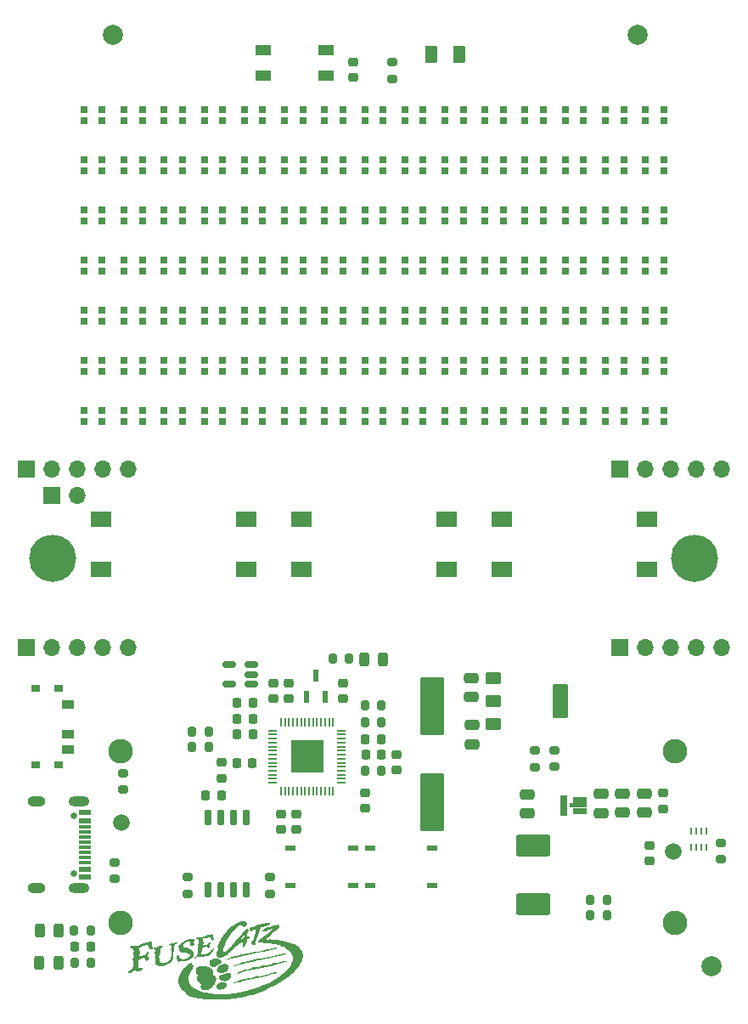
<source format=gbr>
%TF.GenerationSoftware,KiCad,Pcbnew,8.0.5*%
%TF.CreationDate,2025-08-16T16:19:27-04:00*%
%TF.ProjectId,TagTag,54616754-6167-42e6-9b69-6361645f7063,1.2*%
%TF.SameCoordinates,Original*%
%TF.FileFunction,Soldermask,Top*%
%TF.FilePolarity,Negative*%
%FSLAX46Y46*%
G04 Gerber Fmt 4.6, Leading zero omitted, Abs format (unit mm)*
G04 Created by KiCad (PCBNEW 8.0.5) date 2025-08-16 16:19:27*
%MOMM*%
%LPD*%
G01*
G04 APERTURE LIST*
G04 Aperture macros list*
%AMRoundRect*
0 Rectangle with rounded corners*
0 $1 Rounding radius*
0 $2 $3 $4 $5 $6 $7 $8 $9 X,Y pos of 4 corners*
0 Add a 4 corners polygon primitive as box body*
4,1,4,$2,$3,$4,$5,$6,$7,$8,$9,$2,$3,0*
0 Add four circle primitives for the rounded corners*
1,1,$1+$1,$2,$3*
1,1,$1+$1,$4,$5*
1,1,$1+$1,$6,$7*
1,1,$1+$1,$8,$9*
0 Add four rect primitives between the rounded corners*
20,1,$1+$1,$2,$3,$4,$5,0*
20,1,$1+$1,$4,$5,$6,$7,0*
20,1,$1+$1,$6,$7,$8,$9,0*
20,1,$1+$1,$8,$9,$2,$3,0*%
G04 Aperture macros list end*
%ADD10C,0.000000*%
%ADD11C,0.010000*%
%ADD12R,0.700000X0.700000*%
%ADD13RoundRect,0.225000X0.250000X-0.225000X0.250000X0.225000X-0.250000X0.225000X-0.250000X-0.225000X0*%
%ADD14C,2.000000*%
%ADD15RoundRect,0.215000X1.485000X-0.860000X1.485000X0.860000X-1.485000X0.860000X-1.485000X-0.860000X0*%
%ADD16C,4.700000*%
%ADD17R,1.250000X0.900000*%
%ADD18R,0.930000X0.800000*%
%ADD19RoundRect,0.200000X0.275000X-0.200000X0.275000X0.200000X-0.275000X0.200000X-0.275000X-0.200000X0*%
%ADD20RoundRect,0.200000X-0.275000X0.200000X-0.275000X-0.200000X0.275000X-0.200000X0.275000X0.200000X0*%
%ADD21RoundRect,0.225000X-0.250000X0.225000X-0.250000X-0.225000X0.250000X-0.225000X0.250000X0.225000X0*%
%ADD22R,0.228600X0.711200*%
%ADD23RoundRect,0.250000X-0.475000X0.250000X-0.475000X-0.250000X0.475000X-0.250000X0.475000X0.250000X0*%
%ADD24RoundRect,0.200000X-0.200000X-0.275000X0.200000X-0.275000X0.200000X0.275000X-0.200000X0.275000X0*%
%ADD25RoundRect,0.150000X0.512500X0.150000X-0.512500X0.150000X-0.512500X-0.150000X0.512500X-0.150000X0*%
%ADD26RoundRect,0.243750X0.243750X0.456250X-0.243750X0.456250X-0.243750X-0.456250X0.243750X-0.456250X0*%
%ADD27RoundRect,0.150000X0.150000X-0.650000X0.150000X0.650000X-0.150000X0.650000X-0.150000X-0.650000X0*%
%ADD28RoundRect,0.225000X-0.225000X-0.250000X0.225000X-0.250000X0.225000X0.250000X-0.225000X0.250000X0*%
%ADD29R,2.000000X1.500000*%
%ADD30RoundRect,0.102000X1.050000X-2.800000X1.050000X2.800000X-1.050000X2.800000X-1.050000X-2.800000X0*%
%ADD31RoundRect,0.200000X0.200000X0.275000X-0.200000X0.275000X-0.200000X-0.275000X0.200000X-0.275000X0*%
%ADD32R,1.500000X1.100000*%
%ADD33RoundRect,0.250000X0.475000X-0.250000X0.475000X0.250000X-0.475000X0.250000X-0.475000X-0.250000X0*%
%ADD34RoundRect,0.250000X0.375000X0.625000X-0.375000X0.625000X-0.375000X-0.625000X0.375000X-0.625000X0*%
%ADD35RoundRect,0.225000X0.225000X0.250000X-0.225000X0.250000X-0.225000X-0.250000X0.225000X-0.250000X0*%
%ADD36R,1.117600X0.558800*%
%ADD37R,0.600000X1.300000*%
%ADD38RoundRect,0.050000X0.050000X-0.387500X0.050000X0.387500X-0.050000X0.387500X-0.050000X-0.387500X0*%
%ADD39RoundRect,0.050000X0.387500X-0.050000X0.387500X0.050000X-0.387500X0.050000X-0.387500X-0.050000X0*%
%ADD40R,3.200000X3.200000*%
%ADD41RoundRect,0.085050X-0.671950X0.481950X-0.671950X-0.481950X0.671950X-0.481950X0.671950X0.481950X0*%
%ADD42RoundRect,0.113550X-0.643450X1.608450X-0.643450X-1.608450X0.643450X-1.608450X0.643450X1.608450X0*%
%ADD43C,0.650000*%
%ADD44R,1.240000X0.600000*%
%ADD45R,1.240000X0.300000*%
%ADD46O,2.100000X1.000000*%
%ADD47O,1.800000X1.000000*%
%ADD48C,1.670000*%
%ADD49C,2.454000*%
%ADD50R,1.700000X1.700000*%
%ADD51O,1.700000X1.700000*%
G04 APERTURE END LIST*
D10*
G36*
X177132256Y-148542756D02*
G01*
X177146603Y-148546580D01*
X177164748Y-148552574D01*
X177186032Y-148560429D01*
X177235383Y-148580480D01*
X177289385Y-148604251D01*
X177342767Y-148629263D01*
X177390257Y-148653034D01*
X177426585Y-148673084D01*
X177438917Y-148680939D01*
X177446481Y-148686933D01*
X177453097Y-148693548D01*
X177462520Y-148703495D01*
X177470964Y-148714679D01*
X177478459Y-148727018D01*
X177485033Y-148740432D01*
X177490716Y-148754838D01*
X177495536Y-148770157D01*
X177499523Y-148786307D01*
X177502706Y-148803206D01*
X177506776Y-148838929D01*
X177507977Y-148876677D01*
X177506543Y-148915801D01*
X177502706Y-148955651D01*
X177496699Y-148995579D01*
X177488753Y-149034936D01*
X177479103Y-149073071D01*
X177467979Y-149109337D01*
X177455616Y-149143083D01*
X177442245Y-149173661D01*
X177428098Y-149200422D01*
X177413409Y-149222715D01*
X177405246Y-149232805D01*
X177395697Y-149243205D01*
X177372791Y-149264780D01*
X177345389Y-149287130D01*
X177314190Y-149309945D01*
X177279890Y-149332915D01*
X177243186Y-149355730D01*
X177204778Y-149378080D01*
X177165362Y-149399655D01*
X177125636Y-149420145D01*
X177086297Y-149439240D01*
X177048044Y-149456629D01*
X177011573Y-149472002D01*
X176977583Y-149485051D01*
X176946771Y-149495463D01*
X176919834Y-149502931D01*
X176897471Y-149507142D01*
X176867564Y-149509944D01*
X176837423Y-149510953D01*
X176807128Y-149510238D01*
X176776755Y-149507866D01*
X176746382Y-149503904D01*
X176716087Y-149498422D01*
X176685947Y-149491486D01*
X176656039Y-149483164D01*
X176626441Y-149473525D01*
X176597231Y-149462635D01*
X176568486Y-149450564D01*
X176540283Y-149437379D01*
X176512701Y-149423147D01*
X176485816Y-149407936D01*
X176459707Y-149391815D01*
X176434450Y-149374850D01*
X176422472Y-149366053D01*
X176411331Y-149357028D01*
X176401015Y-149347781D01*
X176391507Y-149338315D01*
X176382794Y-149328636D01*
X176374861Y-149318749D01*
X176367693Y-149308659D01*
X176361276Y-149298369D01*
X176355596Y-149287886D01*
X176350638Y-149277214D01*
X176346386Y-149266358D01*
X176342828Y-149255323D01*
X176339948Y-149244113D01*
X176337731Y-149232734D01*
X176336164Y-149221190D01*
X176335232Y-149209486D01*
X176334919Y-149197627D01*
X176335212Y-149185618D01*
X176336096Y-149173463D01*
X176337557Y-149161168D01*
X176339580Y-149148738D01*
X176342150Y-149136176D01*
X176345253Y-149123489D01*
X176348874Y-149110681D01*
X176357614Y-149084720D01*
X176368253Y-149058332D01*
X176380674Y-149031557D01*
X176394763Y-149004434D01*
X176410027Y-148977465D01*
X176426027Y-148951155D01*
X176442725Y-148925543D01*
X176460081Y-148900667D01*
X176478058Y-148876567D01*
X176496616Y-148853280D01*
X176515717Y-148830846D01*
X176535322Y-148809303D01*
X176555392Y-148788691D01*
X176575888Y-148769047D01*
X176596772Y-148750411D01*
X176618004Y-148732822D01*
X176639547Y-148716318D01*
X176661361Y-148700938D01*
X176683407Y-148686720D01*
X176705647Y-148673704D01*
X176729512Y-148661318D01*
X176756110Y-148649029D01*
X176784916Y-148636933D01*
X176815408Y-148625128D01*
X176879358Y-148602778D01*
X176943773Y-148582753D01*
X177004467Y-148565829D01*
X177057254Y-148552781D01*
X177097949Y-148544384D01*
X177112454Y-148542171D01*
X177122367Y-148541412D01*
X177132256Y-148542756D01*
G37*
G36*
X182314815Y-146980371D02*
G01*
X182308378Y-146979572D01*
X182308351Y-146978633D01*
X182310138Y-146977387D01*
X182311390Y-146976946D01*
X182314815Y-146980371D01*
G37*
G36*
X178524659Y-148733235D02*
G01*
X178477840Y-148737163D01*
X178430362Y-148740444D01*
X178409254Y-148740854D01*
X178393194Y-148739850D01*
X178384653Y-148736985D01*
X178383974Y-148734716D01*
X178386102Y-148731814D01*
X178400011Y-148723891D01*
X178417475Y-148717158D01*
X178524659Y-148733235D01*
G37*
G36*
X183359918Y-148290058D02*
G01*
X183356570Y-148289859D01*
X183366533Y-148276830D01*
X183359918Y-148290058D01*
G37*
G36*
X182393751Y-146948397D02*
G01*
X182394890Y-146949109D01*
X182394083Y-146950155D01*
X182387575Y-146953086D01*
X182330731Y-146970139D01*
X182311390Y-146976946D01*
X182308201Y-146973757D01*
X182305418Y-146980027D01*
X182302064Y-146986404D01*
X182298187Y-146992840D01*
X182293834Y-146999285D01*
X182289056Y-147005691D01*
X182283899Y-147012010D01*
X182278414Y-147018193D01*
X182272647Y-147024192D01*
X182266647Y-147029959D01*
X182260464Y-147035445D01*
X182254145Y-147040601D01*
X182247739Y-147045380D01*
X182241294Y-147049732D01*
X182234858Y-147053609D01*
X182228481Y-147056963D01*
X182222211Y-147059746D01*
X182209707Y-147064928D01*
X182194732Y-147070507D01*
X182158649Y-147082587D01*
X182116519Y-147095441D01*
X182070902Y-147108529D01*
X181979434Y-147133230D01*
X181904711Y-147152350D01*
X181766541Y-147187555D01*
X181625348Y-147219426D01*
X181481829Y-147248972D01*
X181336683Y-147277201D01*
X181044298Y-147333735D01*
X180898454Y-147364056D01*
X180753773Y-147397090D01*
X177803669Y-148038704D01*
X177511529Y-148113790D01*
X177414132Y-148141172D01*
X177416233Y-148131392D01*
X177419725Y-148119212D01*
X177423853Y-148107954D01*
X177428589Y-148097577D01*
X177433901Y-148088038D01*
X177439759Y-148079295D01*
X177446133Y-148071305D01*
X177452993Y-148064026D01*
X177460308Y-148057416D01*
X177468048Y-148051431D01*
X177476184Y-148046031D01*
X177484683Y-148041172D01*
X177493518Y-148036812D01*
X177502656Y-148032909D01*
X177512067Y-148029419D01*
X177521723Y-148026302D01*
X177541642Y-148021013D01*
X177562172Y-148016703D01*
X177604095Y-148009662D01*
X177625003Y-148006253D01*
X177645553Y-148002466D01*
X177665501Y-147997962D01*
X177675175Y-147995335D01*
X177684607Y-147992402D01*
X177693585Y-147989264D01*
X177701938Y-147986052D01*
X177709700Y-147982773D01*
X177716905Y-147979431D01*
X177723587Y-147976031D01*
X177729779Y-147972578D01*
X177735516Y-147969076D01*
X177740831Y-147965531D01*
X177745759Y-147961946D01*
X177750333Y-147958328D01*
X177754588Y-147954681D01*
X177758556Y-147951010D01*
X177765771Y-147943613D01*
X177772250Y-147936179D01*
X177784084Y-147921347D01*
X177789982Y-147914029D01*
X177796228Y-147906826D01*
X177803095Y-147899779D01*
X177806845Y-147896325D01*
X177810852Y-147892925D01*
X177815150Y-147889583D01*
X177819773Y-147886304D01*
X177824754Y-147883093D01*
X177830127Y-147879954D01*
X177858307Y-147868450D01*
X177888134Y-147858612D01*
X177919396Y-147850247D01*
X177951877Y-147843161D01*
X177985367Y-147837160D01*
X178019651Y-147832050D01*
X178089750Y-147823730D01*
X178230104Y-147809261D01*
X178263981Y-147804966D01*
X178296947Y-147800011D01*
X178328789Y-147794204D01*
X178359295Y-147787351D01*
X178387925Y-147779619D01*
X178414395Y-147771383D01*
X178438868Y-147762759D01*
X178461510Y-147753864D01*
X178482486Y-147744814D01*
X178501960Y-147735726D01*
X178537061Y-147717897D01*
X178568132Y-147701309D01*
X178596489Y-147686891D01*
X178610062Y-147680787D01*
X178623451Y-147675574D01*
X178636821Y-147671369D01*
X178650336Y-147668288D01*
X178714583Y-147654788D01*
X178778597Y-147643380D01*
X178907478Y-147622813D01*
X178973120Y-147611638D01*
X179040079Y-147598525D01*
X179074174Y-147590927D01*
X179108744Y-147582466D01*
X179143837Y-147573017D01*
X179179502Y-147562454D01*
X179242405Y-147543347D01*
X179268087Y-147535987D01*
X179290813Y-147529898D01*
X179311253Y-147524932D01*
X179330074Y-147520945D01*
X179347946Y-147517791D01*
X179365537Y-147515325D01*
X179383516Y-147513402D01*
X179402551Y-147511876D01*
X179446463Y-147509434D01*
X179502623Y-147506837D01*
X179576378Y-147502923D01*
X179617336Y-147499328D01*
X179655998Y-147493699D01*
X179692547Y-147486326D01*
X179727169Y-147477499D01*
X179760046Y-147467509D01*
X179791364Y-147456647D01*
X179821305Y-147445204D01*
X179850055Y-147433470D01*
X179904716Y-147410294D01*
X179956819Y-147389442D01*
X179982372Y-147380615D01*
X180007837Y-147373241D01*
X180033399Y-147367611D01*
X180059242Y-147364016D01*
X180139340Y-147360128D01*
X180212617Y-147357712D01*
X180348630Y-147353268D01*
X180416326Y-147349224D01*
X180487122Y-147342623D01*
X180524459Y-147338048D01*
X180563500Y-147332455D01*
X180604557Y-147325720D01*
X180647939Y-147317715D01*
X180831003Y-147279616D01*
X181017323Y-147236170D01*
X181395387Y-147141602D01*
X181584962Y-147094667D01*
X181773452Y-147050755D01*
X181959772Y-147011959D01*
X182142835Y-146980371D01*
X182286419Y-146959481D01*
X182365044Y-146949676D01*
X182384698Y-146948130D01*
X182393751Y-146948397D01*
G37*
G36*
X177413409Y-148144538D02*
G01*
X177429928Y-148147128D01*
X177431749Y-148149298D01*
X177429906Y-148151927D01*
X177417115Y-148158199D01*
X177395322Y-148165208D01*
X177339808Y-148178489D01*
X177293519Y-148185878D01*
X177283257Y-148185523D01*
X177282995Y-148184011D01*
X177286607Y-148181486D01*
X177307341Y-148173030D01*
X177349226Y-148159420D01*
X177414132Y-148141172D01*
X177413409Y-148144538D01*
G37*
G36*
X175868616Y-145630834D02*
G01*
X175878631Y-145632301D01*
X175887721Y-145634489D01*
X175895935Y-145637377D01*
X175903323Y-145640940D01*
X175909934Y-145645155D01*
X175915819Y-145650001D01*
X175921027Y-145655454D01*
X175925607Y-145661490D01*
X175929610Y-145668087D01*
X175933084Y-145675222D01*
X175936081Y-145682871D01*
X175938648Y-145691012D01*
X175940837Y-145699622D01*
X175942696Y-145708678D01*
X175944275Y-145718156D01*
X175946792Y-145738289D01*
X175950655Y-145782615D01*
X175952795Y-145806439D01*
X175955603Y-145831126D01*
X175959478Y-145856491D01*
X175961939Y-145869371D01*
X175964815Y-145882350D01*
X175968363Y-145895314D01*
X175972736Y-145908160D01*
X175977828Y-145920884D01*
X175983535Y-145933484D01*
X175996368Y-145958305D01*
X176010393Y-145982603D01*
X176038647Y-146029551D01*
X176051190Y-146052163D01*
X176056696Y-146063244D01*
X176061553Y-146074174D01*
X176065653Y-146084948D01*
X176068892Y-146095564D01*
X176071165Y-146106021D01*
X176072366Y-146116316D01*
X176072389Y-146126445D01*
X176071130Y-146136408D01*
X176068483Y-146146201D01*
X176064343Y-146155822D01*
X176058604Y-146165269D01*
X176051161Y-146174539D01*
X176041908Y-146183629D01*
X176030741Y-146192538D01*
X176017553Y-146201263D01*
X176002240Y-146209801D01*
X175984695Y-146218151D01*
X175964815Y-146226309D01*
X175944417Y-146233001D01*
X175925344Y-146237057D01*
X175907526Y-146238633D01*
X175890892Y-146237884D01*
X175875372Y-146234964D01*
X175860897Y-146230029D01*
X175847395Y-146223234D01*
X175834797Y-146214733D01*
X175823032Y-146204682D01*
X175812030Y-146193236D01*
X175801721Y-146180549D01*
X175792035Y-146166777D01*
X175782901Y-146152075D01*
X175774248Y-146136598D01*
X175758109Y-146103939D01*
X175728524Y-146036139D01*
X175713955Y-146003480D01*
X175698784Y-145973301D01*
X175690798Y-145959529D01*
X175682451Y-145946842D01*
X175673673Y-145935396D01*
X175664394Y-145925345D01*
X175654542Y-145916844D01*
X175644049Y-145910049D01*
X175632844Y-145905114D01*
X175620856Y-145902194D01*
X175608455Y-145900696D01*
X175596058Y-145899896D01*
X175583671Y-145899758D01*
X175571298Y-145900243D01*
X175558945Y-145901315D01*
X175546616Y-145902935D01*
X175522051Y-145907672D01*
X175497640Y-145914152D01*
X175473423Y-145922076D01*
X175449439Y-145931144D01*
X175425726Y-145941055D01*
X175334362Y-145983119D01*
X175312587Y-145992739D01*
X175291316Y-146001400D01*
X175270587Y-146008801D01*
X175250439Y-146014642D01*
X175229577Y-146018525D01*
X175206941Y-146020597D01*
X175182929Y-146021371D01*
X175157939Y-146021359D01*
X175106611Y-146021037D01*
X175081069Y-146021752D01*
X175056136Y-146023737D01*
X175032212Y-146027504D01*
X175020751Y-146030217D01*
X175009692Y-146033568D01*
X174999083Y-146037622D01*
X174988975Y-146042442D01*
X174979416Y-146048093D01*
X174970457Y-146054639D01*
X174962147Y-146062145D01*
X174954536Y-146070674D01*
X174947673Y-146080290D01*
X174941609Y-146091058D01*
X174936392Y-146103043D01*
X174932073Y-146116307D01*
X174928701Y-146130916D01*
X174926326Y-146146934D01*
X174924959Y-146163370D01*
X174924541Y-146179210D01*
X174925012Y-146194476D01*
X174926313Y-146209191D01*
X174928383Y-146223377D01*
X174931165Y-146237059D01*
X174934599Y-146250258D01*
X174938624Y-146262999D01*
X174943183Y-146275303D01*
X174948215Y-146287195D01*
X174959463Y-146309830D01*
X174971892Y-146331090D01*
X174985029Y-146351159D01*
X175011526Y-146388456D01*
X175023937Y-146406054D01*
X175035155Y-146423196D01*
X175044707Y-146440066D01*
X175048710Y-146448457D01*
X175052118Y-146456850D01*
X175054872Y-146465266D01*
X175056913Y-146473730D01*
X175058181Y-146482264D01*
X175058616Y-146490891D01*
X175058238Y-146499459D01*
X175057136Y-146507809D01*
X175055363Y-146515955D01*
X175052971Y-146523913D01*
X175050012Y-146531695D01*
X175046539Y-146539318D01*
X175042603Y-146546796D01*
X175038256Y-146554143D01*
X175033551Y-146561374D01*
X175028539Y-146568503D01*
X175017805Y-146582513D01*
X174994951Y-146609954D01*
X174983665Y-146623616D01*
X174973028Y-146637394D01*
X174968083Y-146644363D01*
X174963456Y-146651405D01*
X174959200Y-146658534D01*
X174955367Y-146665764D01*
X174952009Y-146673111D01*
X174949177Y-146680589D01*
X174946925Y-146688212D01*
X174945303Y-146695995D01*
X174944365Y-146703952D01*
X174944161Y-146712099D01*
X174944745Y-146720448D01*
X174946169Y-146729016D01*
X174959399Y-146722403D01*
X174962753Y-146724559D01*
X174967782Y-146726088D01*
X174982434Y-146727389D01*
X175002492Y-146726559D01*
X175027095Y-146723850D01*
X175055380Y-146719512D01*
X175086484Y-146713799D01*
X175153702Y-146699252D01*
X175221850Y-146682224D01*
X175284030Y-146664732D01*
X175333342Y-146648789D01*
X175351017Y-146642029D01*
X175362888Y-146636413D01*
X175374969Y-146629835D01*
X175386440Y-146622549D01*
X175397348Y-146614621D01*
X175407743Y-146606117D01*
X175417673Y-146597105D01*
X175427187Y-146587651D01*
X175445157Y-146567683D01*
X175462042Y-146546746D01*
X175478230Y-146525373D01*
X175510063Y-146483450D01*
X175526483Y-146463967D01*
X175534988Y-146454828D01*
X175543756Y-146446179D01*
X175552833Y-146438087D01*
X175562269Y-146430619D01*
X175572111Y-146423842D01*
X175582409Y-146417821D01*
X175593211Y-146412625D01*
X175604566Y-146408318D01*
X175616521Y-146404968D01*
X175629125Y-146402642D01*
X175642426Y-146401405D01*
X175656474Y-146401325D01*
X175671317Y-146402469D01*
X175687002Y-146404902D01*
X175690247Y-146408649D01*
X175692577Y-146413637D01*
X175694044Y-146419791D01*
X175694702Y-146427033D01*
X175694604Y-146435288D01*
X175693804Y-146444478D01*
X175690309Y-146465364D01*
X175684644Y-146489078D01*
X175677235Y-146515012D01*
X175658890Y-146571094D01*
X175620029Y-146683025D01*
X175612349Y-146707398D01*
X175606335Y-146729107D01*
X175602414Y-146747541D01*
X175601012Y-146762090D01*
X175601292Y-146768367D01*
X175602089Y-146774789D01*
X175603339Y-146781347D01*
X175604978Y-146788031D01*
X175609166Y-146801738D01*
X175614138Y-146815833D01*
X175624383Y-146844876D01*
X175628628Y-146859668D01*
X175630307Y-146867098D01*
X175631605Y-146874538D01*
X175632456Y-146881978D01*
X175632798Y-146889408D01*
X175632566Y-146896819D01*
X175631695Y-146904200D01*
X175630122Y-146911543D01*
X175627782Y-146918838D01*
X175624612Y-146926074D01*
X175620546Y-146933243D01*
X175615521Y-146940334D01*
X175609473Y-146947337D01*
X175602337Y-146954244D01*
X175594049Y-146961045D01*
X175584545Y-146967729D01*
X175573761Y-146974287D01*
X175561633Y-146980709D01*
X175548095Y-146986986D01*
X175534175Y-146992426D01*
X175520915Y-146996403D01*
X175508278Y-146999000D01*
X175496225Y-147000306D01*
X175484720Y-147000405D01*
X175473725Y-146999384D01*
X175463202Y-146997328D01*
X175453114Y-146994324D01*
X175443423Y-146990458D01*
X175434092Y-146985815D01*
X175425083Y-146980482D01*
X175416359Y-146974545D01*
X175407882Y-146968089D01*
X175399614Y-146961201D01*
X175383558Y-146946472D01*
X175352306Y-146915608D01*
X175336511Y-146900850D01*
X175328440Y-146893940D01*
X175320202Y-146887457D01*
X175311762Y-146881488D01*
X175303080Y-146876119D01*
X175294119Y-146871435D01*
X175284843Y-146867523D01*
X175275213Y-146864468D01*
X175265191Y-146862357D01*
X175254741Y-146861275D01*
X175243825Y-146861309D01*
X175220559Y-146863891D01*
X175195675Y-146868944D01*
X175169571Y-146876148D01*
X175142642Y-146885183D01*
X175115288Y-146895730D01*
X175087904Y-146907468D01*
X175060889Y-146920079D01*
X175034639Y-146933242D01*
X175009551Y-146946637D01*
X174986024Y-146959946D01*
X174945238Y-146985022D01*
X174928775Y-146996150D01*
X174915460Y-147005912D01*
X174905692Y-147013988D01*
X174899867Y-147020059D01*
X174891122Y-147034496D01*
X174882310Y-147054940D01*
X174873517Y-147080578D01*
X174864830Y-147110596D01*
X174856338Y-147144179D01*
X174848126Y-147180514D01*
X174832894Y-147258183D01*
X174819833Y-147337093D01*
X174809640Y-147410732D01*
X174803012Y-147472589D01*
X174801254Y-147497064D01*
X174800648Y-147516152D01*
X174801923Y-147535058D01*
X174805656Y-147552135D01*
X174811707Y-147567454D01*
X174819936Y-147581084D01*
X174830205Y-147593096D01*
X174842375Y-147603560D01*
X174856306Y-147612546D01*
X174871858Y-147620125D01*
X174888893Y-147626367D01*
X174907271Y-147631342D01*
X174926853Y-147635120D01*
X174947499Y-147637772D01*
X174969071Y-147639368D01*
X174991429Y-147639978D01*
X175037946Y-147638522D01*
X175085936Y-147633965D01*
X175134284Y-147626869D01*
X175181876Y-147617796D01*
X175227598Y-147607309D01*
X175270336Y-147595969D01*
X175308976Y-147584339D01*
X175342402Y-147572980D01*
X175369502Y-147562454D01*
X175386560Y-147554841D01*
X175403030Y-147546892D01*
X175434330Y-147530040D01*
X175463653Y-147512007D01*
X175491252Y-147492898D01*
X175517377Y-147472820D01*
X175542282Y-147451880D01*
X175566218Y-147430184D01*
X175589437Y-147407838D01*
X175634731Y-147361627D01*
X175680181Y-147314097D01*
X175703593Y-147290105D01*
X175727800Y-147266103D01*
X175753054Y-147242198D01*
X175779606Y-147218496D01*
X175875414Y-147133954D01*
X175895805Y-147116742D01*
X175915063Y-147101527D01*
X175933332Y-147088521D01*
X175942141Y-147082912D01*
X175950758Y-147077937D01*
X175959201Y-147073620D01*
X175967487Y-147069988D01*
X175975635Y-147067069D01*
X175983663Y-147064888D01*
X175991590Y-147063473D01*
X175999433Y-147062850D01*
X176007210Y-147063046D01*
X176014941Y-147064087D01*
X176022642Y-147066001D01*
X176030332Y-147068813D01*
X176038030Y-147072550D01*
X176045753Y-147077239D01*
X176053519Y-147082907D01*
X176061348Y-147089580D01*
X176069256Y-147097285D01*
X176077263Y-147106049D01*
X176066816Y-147126834D01*
X176055390Y-147147067D01*
X176043093Y-147166815D01*
X176030030Y-147186147D01*
X176016308Y-147205130D01*
X176002034Y-147223832D01*
X175972256Y-147260664D01*
X175910761Y-147333942D01*
X175895605Y-147352576D01*
X175880750Y-147371472D01*
X175866302Y-147390697D01*
X175852367Y-147410319D01*
X175730824Y-147607104D01*
X175713495Y-147632080D01*
X175695594Y-147655912D01*
X175677092Y-147678233D01*
X175657960Y-147698674D01*
X175638170Y-147716868D01*
X175628018Y-147725006D01*
X175617691Y-147732445D01*
X175607185Y-147739137D01*
X175596496Y-147745038D01*
X175585620Y-147750100D01*
X175574554Y-147754278D01*
X175553281Y-147760821D01*
X175533975Y-147765698D01*
X175516433Y-147769102D01*
X175500450Y-147771227D01*
X175485824Y-147772267D01*
X175472351Y-147772416D01*
X175459828Y-147771867D01*
X175448051Y-147770814D01*
X175404333Y-147765440D01*
X175393233Y-147764774D01*
X175381660Y-147764768D01*
X175369407Y-147765614D01*
X175356273Y-147767507D01*
X175342330Y-147770434D01*
X175327825Y-147774186D01*
X175312816Y-147778654D01*
X175297362Y-147783733D01*
X175265348Y-147795296D01*
X175232250Y-147808021D01*
X175198531Y-147821056D01*
X175164657Y-147833549D01*
X175147807Y-147839326D01*
X175131093Y-147844647D01*
X175114573Y-147849406D01*
X175098305Y-147853497D01*
X175052019Y-147864833D01*
X175009550Y-147874115D01*
X174970376Y-147881460D01*
X174933973Y-147886983D01*
X174899818Y-147890801D01*
X174867388Y-147893029D01*
X174836159Y-147893785D01*
X174805609Y-147893184D01*
X174775214Y-147891343D01*
X174744450Y-147888378D01*
X174712795Y-147884406D01*
X174679725Y-147879542D01*
X174522836Y-147853497D01*
X174500540Y-147850592D01*
X174479503Y-147849252D01*
X174459665Y-147849376D01*
X174440967Y-147850861D01*
X174423349Y-147853605D01*
X174406753Y-147857508D01*
X174391118Y-147862466D01*
X174376385Y-147868379D01*
X174362495Y-147875145D01*
X174349389Y-147882661D01*
X174337007Y-147890827D01*
X174325290Y-147899540D01*
X174314178Y-147908699D01*
X174303613Y-147918202D01*
X174283884Y-147937832D01*
X174248369Y-147976745D01*
X174231634Y-147994399D01*
X174214947Y-148009766D01*
X174206474Y-148016338D01*
X174197834Y-148022033D01*
X174188970Y-148026749D01*
X174179820Y-148030385D01*
X174170327Y-148032839D01*
X174160430Y-148034009D01*
X174150071Y-148033793D01*
X174139190Y-148032090D01*
X174129171Y-148029002D01*
X174121360Y-148024747D01*
X174115639Y-148019400D01*
X174111891Y-148013034D01*
X174109999Y-148005724D01*
X174109845Y-147997543D01*
X174111312Y-147988564D01*
X174114282Y-147978863D01*
X174118637Y-147968513D01*
X174124260Y-147957587D01*
X174131034Y-147946160D01*
X174138841Y-147934305D01*
X174157084Y-147909609D01*
X174178050Y-147884089D01*
X174331013Y-147721205D01*
X174345715Y-147700139D01*
X174358868Y-147679106D01*
X174370550Y-147658100D01*
X174380842Y-147637114D01*
X174389820Y-147616143D01*
X174397564Y-147595181D01*
X174404152Y-147574220D01*
X174409664Y-147553257D01*
X174414178Y-147532283D01*
X174417773Y-147511294D01*
X174422519Y-147469244D01*
X174424533Y-147427058D01*
X174424444Y-147384688D01*
X174415659Y-147212399D01*
X174414504Y-147168382D01*
X174415026Y-147123890D01*
X174417854Y-147078875D01*
X174423617Y-147033288D01*
X174431125Y-146991530D01*
X174438719Y-146957504D01*
X174446334Y-146930416D01*
X174453899Y-146909471D01*
X174457643Y-146901054D01*
X174461349Y-146893875D01*
X174465009Y-146887834D01*
X174468614Y-146882832D01*
X174472157Y-146878770D01*
X174475628Y-146875549D01*
X174479019Y-146873069D01*
X174482321Y-146871231D01*
X174488628Y-146869083D01*
X174494478Y-146868311D01*
X174504542Y-146867717D01*
X174508620Y-146866305D01*
X174510390Y-146864973D01*
X174511971Y-146863092D01*
X174513353Y-146860561D01*
X174514527Y-146857281D01*
X174516221Y-146848080D01*
X174516575Y-146842556D01*
X174516418Y-146837140D01*
X174515782Y-146831827D01*
X174514697Y-146826608D01*
X174513195Y-146821476D01*
X174511309Y-146816425D01*
X174509068Y-146811446D01*
X174506506Y-146806532D01*
X174503653Y-146801676D01*
X174500541Y-146796872D01*
X174493664Y-146787386D01*
X174486129Y-146778016D01*
X174478187Y-146768705D01*
X174462090Y-146750024D01*
X174454439Y-146740538D01*
X174447388Y-146730878D01*
X174444167Y-146725964D01*
X174441190Y-146720985D01*
X174438490Y-146715933D01*
X174436097Y-146710801D01*
X174434043Y-146705582D01*
X174432360Y-146700269D01*
X174431079Y-146694854D01*
X174430231Y-146689330D01*
X174429915Y-146683673D01*
X174430185Y-146677870D01*
X174431003Y-146671932D01*
X174432337Y-146665868D01*
X174434150Y-146659688D01*
X174436408Y-146653402D01*
X174439075Y-146647018D01*
X174442117Y-146640547D01*
X174449182Y-146627383D01*
X174457323Y-146613985D01*
X174466258Y-146600433D01*
X174475707Y-146586804D01*
X174495021Y-146559622D01*
X174504324Y-146546225D01*
X174513017Y-146533060D01*
X174520819Y-146520206D01*
X174527448Y-146507739D01*
X174530235Y-146501675D01*
X174532624Y-146495737D01*
X174534579Y-146489935D01*
X174536065Y-146484278D01*
X174537791Y-146470822D01*
X174538093Y-146453220D01*
X174537097Y-146432130D01*
X174534928Y-146408210D01*
X174531713Y-146382120D01*
X174527577Y-146354518D01*
X174517048Y-146297415D01*
X174510906Y-146269232D01*
X174504348Y-146242173D01*
X174497500Y-146216897D01*
X174490486Y-146194063D01*
X174483434Y-146174329D01*
X174476469Y-146158354D01*
X174469717Y-146146798D01*
X174466460Y-146142883D01*
X174463304Y-146140319D01*
X174348376Y-146109727D01*
X174340647Y-146106302D01*
X174333327Y-146102517D01*
X174326493Y-146098342D01*
X174320225Y-146093746D01*
X174314602Y-146088700D01*
X174309701Y-146083174D01*
X174305602Y-146077136D01*
X174302384Y-146070556D01*
X174300125Y-146063405D01*
X174298904Y-146055653D01*
X174298799Y-146047267D01*
X174299891Y-146038220D01*
X174302256Y-146028479D01*
X174305974Y-146018016D01*
X174311124Y-146006799D01*
X174317784Y-145994799D01*
X174325662Y-145983102D01*
X174334378Y-145972773D01*
X174343879Y-145963745D01*
X174354112Y-145955951D01*
X174365023Y-145949324D01*
X174376559Y-145943799D01*
X174388667Y-145939308D01*
X174401293Y-145935784D01*
X174414384Y-145933162D01*
X174427887Y-145931374D01*
X174441748Y-145930354D01*
X174455915Y-145930035D01*
X174484951Y-145931235D01*
X174514568Y-145934441D01*
X174544340Y-145939119D01*
X174573840Y-145944737D01*
X174630323Y-145956662D01*
X174656452Y-145961902D01*
X174680604Y-145965950D01*
X174702353Y-145968274D01*
X174712193Y-145968623D01*
X174721273Y-145968340D01*
X174730127Y-145967435D01*
X174739315Y-145965978D01*
X174758635Y-145961532D01*
X174779119Y-145955245D01*
X174800648Y-145947360D01*
X174823108Y-145938118D01*
X174846382Y-145927762D01*
X174894906Y-145904675D01*
X174945291Y-145880038D01*
X174996605Y-145855789D01*
X175022321Y-145844416D01*
X175047920Y-145833865D01*
X175073287Y-145824381D01*
X175098305Y-145816205D01*
X175248373Y-145772383D01*
X175460453Y-145713679D01*
X175571144Y-145684946D01*
X175675013Y-145659935D01*
X175764620Y-145641125D01*
X175801750Y-145634820D01*
X175832523Y-145630996D01*
X175845612Y-145630159D01*
X175857626Y-145630113D01*
X175868616Y-145630834D01*
G37*
G36*
X176898685Y-150412962D02*
G01*
X176934678Y-150416027D01*
X176972841Y-150420720D01*
X177012399Y-150427060D01*
X177052578Y-150435067D01*
X177092601Y-150444759D01*
X177131694Y-150456157D01*
X177169082Y-150469280D01*
X177203990Y-150484147D01*
X177235642Y-150500777D01*
X177250004Y-150509759D01*
X177263263Y-150519190D01*
X177275319Y-150529071D01*
X177286078Y-150539405D01*
X177295441Y-150550194D01*
X177303312Y-150561442D01*
X177309594Y-150573149D01*
X177314190Y-150585319D01*
X177321084Y-150611637D01*
X177325707Y-150637261D01*
X177328150Y-150662197D01*
X177328504Y-150686450D01*
X177326863Y-150710025D01*
X177323317Y-150732927D01*
X177317960Y-150755160D01*
X177310883Y-150776729D01*
X177302178Y-150797640D01*
X177291937Y-150817896D01*
X177280252Y-150837503D01*
X177267216Y-150856466D01*
X177252920Y-150874789D01*
X177237457Y-150892478D01*
X177220918Y-150909537D01*
X177203396Y-150925971D01*
X177184982Y-150941785D01*
X177165769Y-150956983D01*
X177125312Y-150985554D01*
X177082763Y-151011721D01*
X177038858Y-151035525D01*
X176994332Y-151057002D01*
X176949922Y-151076194D01*
X176906366Y-151093137D01*
X176864398Y-151107871D01*
X176791960Y-151131293D01*
X176762239Y-151140296D01*
X176736344Y-151147662D01*
X176713899Y-151153515D01*
X176694525Y-151157984D01*
X176677845Y-151161193D01*
X176663480Y-151163268D01*
X176651054Y-151164335D01*
X176640187Y-151164521D01*
X176630503Y-151163951D01*
X176621622Y-151162751D01*
X176604763Y-151158966D01*
X176586586Y-151154173D01*
X176574167Y-151151386D01*
X176561729Y-151147998D01*
X176536873Y-151139497D01*
X176512172Y-151128826D01*
X176487780Y-151116139D01*
X176463854Y-151101592D01*
X176440548Y-151085340D01*
X176418017Y-151067538D01*
X176396416Y-151048340D01*
X176375901Y-151027902D01*
X176356625Y-151006379D01*
X176338745Y-150983925D01*
X176322416Y-150960697D01*
X176307791Y-150936848D01*
X176295027Y-150912534D01*
X176284279Y-150887910D01*
X176275700Y-150863131D01*
X176272496Y-150850675D01*
X176270292Y-150838125D01*
X176269046Y-150825505D01*
X176268712Y-150812837D01*
X176269244Y-150800146D01*
X176270599Y-150787453D01*
X176272732Y-150774782D01*
X176275598Y-150762156D01*
X176279151Y-150749597D01*
X176283348Y-150737130D01*
X176293491Y-150712559D01*
X176305669Y-150688628D01*
X176319523Y-150665521D01*
X176334695Y-150643421D01*
X176350826Y-150622513D01*
X176367558Y-150602981D01*
X176384532Y-150585009D01*
X176401389Y-150568781D01*
X176417772Y-150554482D01*
X176433322Y-150542294D01*
X176447680Y-150532403D01*
X176462883Y-150523508D01*
X176480934Y-150514265D01*
X176501427Y-150504788D01*
X176523955Y-150495196D01*
X176573487Y-150476127D01*
X176626274Y-150457989D01*
X176679062Y-150441711D01*
X176728594Y-150428223D01*
X176751121Y-150422816D01*
X176771614Y-150418456D01*
X176789665Y-150415258D01*
X176804868Y-150413340D01*
X176811481Y-150413340D01*
X176836312Y-150411638D01*
X176865638Y-150411505D01*
X176898685Y-150412962D01*
G37*
G36*
X169782358Y-146344483D02*
G01*
X169793486Y-146345976D01*
X169802853Y-146348446D01*
X169810607Y-146351913D01*
X169816895Y-146356401D01*
X169821862Y-146361930D01*
X169825655Y-146368522D01*
X169828422Y-146376199D01*
X169830308Y-146384984D01*
X169832024Y-146405961D01*
X169831340Y-146462160D01*
X169831283Y-146497729D01*
X169832980Y-146538512D01*
X169837604Y-146584681D01*
X169841379Y-146609841D01*
X169846326Y-146636413D01*
X169852239Y-146663104D01*
X169858749Y-146688635D01*
X169873159Y-146736381D01*
X169888750Y-146779979D01*
X169904720Y-146819760D01*
X169934576Y-146889188D01*
X169946854Y-146919493D01*
X169956293Y-146947298D01*
X169959697Y-146960366D01*
X169962089Y-146972933D01*
X169963369Y-146985039D01*
X169963437Y-146996726D01*
X169962193Y-147008036D01*
X169959534Y-147019009D01*
X169955362Y-147029686D01*
X169949575Y-147040109D01*
X169942073Y-147050318D01*
X169932756Y-147060356D01*
X169921523Y-147070263D01*
X169908273Y-147080080D01*
X169892906Y-147089849D01*
X169875321Y-147099611D01*
X169855418Y-147109406D01*
X169833097Y-147119277D01*
X169810182Y-147127562D01*
X169788529Y-147132695D01*
X169768082Y-147134856D01*
X169748786Y-147134225D01*
X169730585Y-147130982D01*
X169713424Y-147125309D01*
X169697245Y-147117385D01*
X169681995Y-147107392D01*
X169667616Y-147095509D01*
X169654054Y-147081917D01*
X169641252Y-147066796D01*
X169629155Y-147050328D01*
X169617708Y-147032692D01*
X169606854Y-147014069D01*
X169586703Y-146974583D01*
X169568258Y-146933315D01*
X169551072Y-146891707D01*
X169518697Y-146813250D01*
X169502616Y-146779287D01*
X169494407Y-146764254D01*
X169486012Y-146750760D01*
X169477374Y-146738986D01*
X169468439Y-146729112D01*
X169459149Y-146721319D01*
X169449451Y-146715788D01*
X169438789Y-146711924D01*
X169426712Y-146708984D01*
X169413314Y-146706924D01*
X169398692Y-146705698D01*
X169366156Y-146705571D01*
X169329872Y-146708243D01*
X169290602Y-146713358D01*
X169249114Y-146720555D01*
X169206173Y-146729477D01*
X169162543Y-146739766D01*
X169076282Y-146763007D01*
X168996455Y-146787411D01*
X168929185Y-146810110D01*
X168880597Y-146828236D01*
X168841232Y-146844927D01*
X168820295Y-146854571D01*
X168798844Y-146865029D01*
X168777123Y-146876262D01*
X168755372Y-146888232D01*
X168733834Y-146900899D01*
X168712751Y-146914225D01*
X168692367Y-146928171D01*
X168672922Y-146942699D01*
X168654659Y-146957769D01*
X168637821Y-146973343D01*
X168622649Y-146989382D01*
X168609386Y-147005847D01*
X168603546Y-147014228D01*
X168598274Y-147022700D01*
X168593600Y-147031260D01*
X168589555Y-147039902D01*
X168581186Y-147059193D01*
X168574616Y-147077414D01*
X168569743Y-147094620D01*
X168566468Y-147110866D01*
X168564691Y-147126207D01*
X168564309Y-147140695D01*
X168565224Y-147154387D01*
X168567334Y-147167336D01*
X168570539Y-147179597D01*
X168574738Y-147191225D01*
X168579831Y-147202274D01*
X168585718Y-147212799D01*
X168592297Y-147222853D01*
X168599469Y-147232492D01*
X168607132Y-147241770D01*
X168615186Y-147250742D01*
X168632067Y-147267984D01*
X168649306Y-147284655D01*
X168666099Y-147301190D01*
X168681642Y-147318025D01*
X168688694Y-147326691D01*
X168695132Y-147335597D01*
X168700854Y-147344795D01*
X168705762Y-147354341D01*
X168709755Y-147364288D01*
X168712731Y-147374693D01*
X168714590Y-147385609D01*
X168715232Y-147397090D01*
X168714947Y-147408833D01*
X168714116Y-147420496D01*
X168712774Y-147432077D01*
X168710956Y-147443573D01*
X168706032Y-147466300D01*
X168699626Y-147488660D01*
X168692018Y-147510632D01*
X168683490Y-147532197D01*
X168674322Y-147553336D01*
X168664796Y-147574030D01*
X168645792Y-147614001D01*
X168636876Y-147633241D01*
X168628726Y-147651958D01*
X168621622Y-147670132D01*
X168615845Y-147687743D01*
X168611677Y-147704774D01*
X168610284Y-147713065D01*
X168609399Y-147721204D01*
X168607564Y-147748476D01*
X168607160Y-147758716D01*
X168607125Y-147766989D01*
X168607477Y-147773518D01*
X168608236Y-147778526D01*
X168608774Y-147780529D01*
X168609421Y-147782235D01*
X168610180Y-147783672D01*
X168611052Y-147784869D01*
X168612041Y-147785852D01*
X168613148Y-147786650D01*
X168615729Y-147787802D01*
X168618813Y-147788546D01*
X168622421Y-147789107D01*
X168631284Y-147790567D01*
X168636577Y-147791912D01*
X168642472Y-147793964D01*
X168648907Y-147795520D01*
X168656980Y-147796484D01*
X168677612Y-147796755D01*
X168703514Y-147795011D01*
X168733835Y-147791484D01*
X168767722Y-147786407D01*
X168804322Y-147780012D01*
X168882250Y-147764199D01*
X168960798Y-147745905D01*
X169033145Y-147726992D01*
X169092470Y-147709319D01*
X169115117Y-147701528D01*
X169131951Y-147694746D01*
X169143601Y-147688541D01*
X169155000Y-147681153D01*
X169166169Y-147672678D01*
X169177129Y-147663210D01*
X169187900Y-147652847D01*
X169198502Y-147641682D01*
X169219284Y-147617335D01*
X169239640Y-147590933D01*
X169259734Y-147563242D01*
X169299796Y-147507057D01*
X169320093Y-147480093D01*
X169340788Y-147454903D01*
X169362045Y-147432251D01*
X169372936Y-147422116D01*
X169384028Y-147412903D01*
X169395344Y-147404707D01*
X169406903Y-147397624D01*
X169418726Y-147391750D01*
X169430834Y-147387181D01*
X169443247Y-147384011D01*
X169455986Y-147382338D01*
X169469071Y-147382256D01*
X169482524Y-147383861D01*
X169495138Y-147387120D01*
X169505765Y-147391879D01*
X169514513Y-147398044D01*
X169521488Y-147405526D01*
X169526796Y-147414234D01*
X169530544Y-147424076D01*
X169532839Y-147434963D01*
X169533787Y-147446803D01*
X169533494Y-147459505D01*
X169532069Y-147472978D01*
X169529615Y-147487133D01*
X169526242Y-147501877D01*
X169517160Y-147532771D01*
X169505675Y-147564935D01*
X169492639Y-147597641D01*
X169478906Y-147630164D01*
X169452758Y-147691749D01*
X169442048Y-147719359D01*
X169434051Y-147743878D01*
X169431337Y-147754751D01*
X169429620Y-147764579D01*
X169429008Y-147773271D01*
X169429607Y-147780736D01*
X169431654Y-147787733D01*
X169435211Y-147795084D01*
X169440119Y-147802797D01*
X169446221Y-147810876D01*
X169461378Y-147828160D01*
X169479423Y-147846985D01*
X169499096Y-147867399D01*
X169519137Y-147889450D01*
X169538286Y-147913188D01*
X169547133Y-147925704D01*
X169555284Y-147938659D01*
X169562583Y-147952061D01*
X169568872Y-147965914D01*
X169573993Y-147980225D01*
X169577789Y-147994999D01*
X169580103Y-148010244D01*
X169580777Y-148025965D01*
X169579653Y-148042168D01*
X169576575Y-148058859D01*
X169571384Y-148076044D01*
X169563924Y-148093729D01*
X169554036Y-148111920D01*
X169541564Y-148130624D01*
X169526350Y-148149846D01*
X169508236Y-148169593D01*
X169487065Y-148189870D01*
X169462680Y-148210684D01*
X169437606Y-148229807D01*
X169414406Y-148245147D01*
X169392977Y-148256915D01*
X169373215Y-148265319D01*
X169355018Y-148270569D01*
X169338283Y-148272875D01*
X169322907Y-148272446D01*
X169308788Y-148269491D01*
X169295821Y-148264221D01*
X169283904Y-148256845D01*
X169272934Y-148247572D01*
X169262808Y-148236612D01*
X169253424Y-148224175D01*
X169244678Y-148210469D01*
X169228689Y-148180091D01*
X169199841Y-148113338D01*
X169185334Y-148080316D01*
X169169675Y-148049764D01*
X169161155Y-148035938D01*
X169152038Y-148023359D01*
X169142222Y-148012235D01*
X169131602Y-148002777D01*
X169120076Y-147995194D01*
X169107542Y-147989695D01*
X169093895Y-147986490D01*
X169079034Y-147985788D01*
X169047009Y-147988236D01*
X169013211Y-147992971D01*
X168978037Y-147999799D01*
X168941885Y-148008526D01*
X168905151Y-148018958D01*
X168868233Y-148030902D01*
X168831528Y-148044163D01*
X168795434Y-148058549D01*
X168760347Y-148073864D01*
X168726666Y-148089916D01*
X168694786Y-148106511D01*
X168665106Y-148123454D01*
X168638023Y-148140553D01*
X168613933Y-148157613D01*
X168593235Y-148174440D01*
X168576326Y-148190841D01*
X168562301Y-148206649D01*
X168549932Y-148223046D01*
X168539133Y-148240004D01*
X168529817Y-148257490D01*
X168521896Y-148275476D01*
X168515283Y-148293930D01*
X168509891Y-148312823D01*
X168505633Y-148332124D01*
X168502421Y-148351803D01*
X168500168Y-148371829D01*
X168498191Y-148412804D01*
X168499005Y-148454805D01*
X168501912Y-148497592D01*
X168520515Y-148671742D01*
X168523422Y-148714819D01*
X168524236Y-148757228D01*
X168522259Y-148798725D01*
X168520007Y-148819057D01*
X168516795Y-148839070D01*
X168521652Y-148864361D01*
X168527516Y-148886990D01*
X168534346Y-148907086D01*
X168542103Y-148924776D01*
X168550747Y-148940188D01*
X168560237Y-148953453D01*
X168570534Y-148964697D01*
X168581597Y-148974049D01*
X168593387Y-148981638D01*
X168605864Y-148987591D01*
X168618987Y-148992038D01*
X168632718Y-148995107D01*
X168647015Y-148996926D01*
X168661839Y-148997623D01*
X168677150Y-148997327D01*
X168692908Y-148996166D01*
X168725605Y-148991764D01*
X168759609Y-148985443D01*
X168830264Y-148971155D01*
X168866274Y-148965241D01*
X168884310Y-148963041D01*
X168902314Y-148961517D01*
X168920245Y-148960797D01*
X168938063Y-148961010D01*
X168955728Y-148962283D01*
X168973201Y-148964746D01*
X168959972Y-148964745D01*
X168965325Y-148983754D01*
X168967841Y-149002327D01*
X168967666Y-149020454D01*
X168964946Y-149038126D01*
X168959827Y-149055333D01*
X168952458Y-149072065D01*
X168942983Y-149088312D01*
X168931550Y-149104065D01*
X168918305Y-149119315D01*
X168903394Y-149134051D01*
X168886965Y-149148263D01*
X168869163Y-149161943D01*
X168850136Y-149175080D01*
X168830030Y-149187665D01*
X168808991Y-149199688D01*
X168787166Y-149211139D01*
X168741744Y-149232287D01*
X168694936Y-149251033D01*
X168647916Y-149267298D01*
X168601854Y-149281005D01*
X168557924Y-149292077D01*
X168517299Y-149300435D01*
X168481149Y-149306003D01*
X168450649Y-149308703D01*
X168424421Y-149309125D01*
X168400200Y-149308045D01*
X168377819Y-149305666D01*
X168357114Y-149302192D01*
X168337922Y-149297827D01*
X168320075Y-149292774D01*
X168303411Y-149287237D01*
X168287765Y-149281419D01*
X168258865Y-149269753D01*
X168232058Y-149259405D01*
X168219027Y-149255234D01*
X168206026Y-149252002D01*
X168192888Y-149249914D01*
X168179451Y-149249173D01*
X168163849Y-149250306D01*
X168146877Y-149253582D01*
X168128638Y-149258820D01*
X168109236Y-149265839D01*
X168067350Y-149284491D01*
X168022045Y-149308084D01*
X167823090Y-149422806D01*
X167773037Y-149449306D01*
X167724505Y-149472028D01*
X167701066Y-149481517D01*
X167678317Y-149489517D01*
X167656360Y-149495845D01*
X167635298Y-149500320D01*
X167615234Y-149502761D01*
X167596271Y-149502985D01*
X167578512Y-149500811D01*
X167562060Y-149496057D01*
X167547017Y-149488542D01*
X167533487Y-149478084D01*
X167521573Y-149464500D01*
X167511378Y-149447611D01*
X167503352Y-149429391D01*
X167497789Y-149411925D01*
X167494553Y-149395190D01*
X167493511Y-149379165D01*
X167494528Y-149363828D01*
X167497469Y-149349157D01*
X167502200Y-149335131D01*
X167508587Y-149321727D01*
X167516496Y-149308924D01*
X167525791Y-149296699D01*
X167536338Y-149285032D01*
X167548004Y-149273900D01*
X167560652Y-149263282D01*
X167574150Y-149253155D01*
X167588363Y-149243499D01*
X167603155Y-149234290D01*
X167633943Y-149217131D01*
X167665438Y-149201502D01*
X167726249Y-149174139D01*
X167753413Y-149162056D01*
X167776982Y-149150807D01*
X167795881Y-149140217D01*
X167803243Y-149135114D01*
X167809034Y-149130111D01*
X167836557Y-149101845D01*
X167862093Y-149071729D01*
X167885672Y-149039927D01*
X167907323Y-149006604D01*
X167927074Y-148971924D01*
X167944956Y-148936053D01*
X167960997Y-148899154D01*
X167975226Y-148861393D01*
X167987672Y-148822934D01*
X167998364Y-148783943D01*
X168007331Y-148744583D01*
X168014603Y-148705020D01*
X168020208Y-148665418D01*
X168024176Y-148625942D01*
X168026535Y-148586757D01*
X168027315Y-148548027D01*
X168026138Y-148510700D01*
X168022858Y-148475447D01*
X168017854Y-148442016D01*
X168011502Y-148410154D01*
X168004182Y-148379610D01*
X167996271Y-148350132D01*
X167980187Y-148293365D01*
X167972769Y-148265573D01*
X167966273Y-148237839D01*
X167961074Y-148209911D01*
X167957552Y-148181538D01*
X167956084Y-148152467D01*
X167956239Y-148137591D01*
X167957048Y-148122446D01*
X167958561Y-148107001D01*
X167960822Y-148091224D01*
X167963881Y-148075083D01*
X167967784Y-148058548D01*
X167976456Y-148027687D01*
X167985070Y-148001730D01*
X167993568Y-147980152D01*
X168001891Y-147962430D01*
X168009981Y-147948041D01*
X168017781Y-147936463D01*
X168025232Y-147927171D01*
X168032276Y-147919642D01*
X168044911Y-147907782D01*
X168050386Y-147902405D01*
X168055221Y-147896698D01*
X168059358Y-147890138D01*
X168062740Y-147882202D01*
X168065307Y-147872367D01*
X168067003Y-147860110D01*
X168067357Y-147853251D01*
X168067200Y-147846316D01*
X168066563Y-147839308D01*
X168065478Y-147832231D01*
X168063977Y-147825085D01*
X168062090Y-147817874D01*
X168057288Y-147803266D01*
X168051322Y-147788425D01*
X168044446Y-147773371D01*
X168028969Y-147742701D01*
X168012872Y-147711411D01*
X168005221Y-147695582D01*
X167998170Y-147679656D01*
X167991972Y-147663653D01*
X167986879Y-147647591D01*
X167984825Y-147639544D01*
X167983142Y-147631491D01*
X167981861Y-147623432D01*
X167981013Y-147615371D01*
X167981316Y-147603701D01*
X167982192Y-147592241D01*
X167983597Y-147580967D01*
X167985483Y-147569857D01*
X167990519Y-147548035D01*
X167996930Y-147526591D01*
X168004349Y-147505341D01*
X168012407Y-147484100D01*
X168028969Y-147440912D01*
X168036737Y-147418595D01*
X168043671Y-147395553D01*
X168049404Y-147371599D01*
X168051705Y-147359223D01*
X168053567Y-147346550D01*
X168054945Y-147333558D01*
X168055792Y-147320223D01*
X168056063Y-147306522D01*
X168055712Y-147292432D01*
X168054691Y-147277930D01*
X168052957Y-147262994D01*
X168050461Y-147247600D01*
X168047159Y-147231725D01*
X168040390Y-147207931D01*
X168032536Y-147186091D01*
X168023678Y-147166108D01*
X168013893Y-147147880D01*
X168003260Y-147131309D01*
X167991857Y-147116296D01*
X167979765Y-147102741D01*
X167967061Y-147090545D01*
X167953824Y-147079609D01*
X167940133Y-147069833D01*
X167926066Y-147061118D01*
X167911702Y-147053364D01*
X167897121Y-147046473D01*
X167882400Y-147040345D01*
X167852856Y-147029981D01*
X167823699Y-147021477D01*
X167795560Y-147014038D01*
X167769067Y-147006872D01*
X167744852Y-146999181D01*
X167733795Y-146994892D01*
X167723544Y-146990174D01*
X167714176Y-146984927D01*
X167705772Y-146979053D01*
X167698409Y-146972453D01*
X167692166Y-146965026D01*
X167687123Y-146956675D01*
X167683357Y-146947298D01*
X167681765Y-146939934D01*
X167680699Y-146932728D01*
X167680142Y-146925682D01*
X167680076Y-146918798D01*
X167680485Y-146912079D01*
X167681352Y-146905527D01*
X167682659Y-146899145D01*
X167684391Y-146892934D01*
X167686529Y-146886898D01*
X167689058Y-146881039D01*
X167691959Y-146875359D01*
X167695217Y-146869861D01*
X167698814Y-146864547D01*
X167702733Y-146859419D01*
X167706957Y-146854480D01*
X167711469Y-146849733D01*
X167716253Y-146845179D01*
X167721291Y-146840822D01*
X167726566Y-146836663D01*
X167732062Y-146832705D01*
X167737762Y-146828951D01*
X167743647Y-146825403D01*
X167755911Y-146818934D01*
X167768717Y-146813317D01*
X167781930Y-146808572D01*
X167795414Y-146804719D01*
X167809034Y-146801777D01*
X167845196Y-146796332D01*
X167879430Y-146792320D01*
X167911979Y-146789627D01*
X167943083Y-146788134D01*
X167972986Y-146787728D01*
X168001929Y-146788290D01*
X168030156Y-146789704D01*
X168057908Y-146791855D01*
X168112956Y-146797901D01*
X168169012Y-146805498D01*
X168228014Y-146813714D01*
X168291899Y-146821621D01*
X168308280Y-146823099D01*
X168323964Y-146823835D01*
X168338989Y-146823861D01*
X168353394Y-146823210D01*
X168367217Y-146821915D01*
X168380498Y-146820008D01*
X168393275Y-146817522D01*
X168405587Y-146814490D01*
X168417472Y-146810944D01*
X168428970Y-146806917D01*
X168440120Y-146802443D01*
X168450959Y-146797553D01*
X168471862Y-146786657D01*
X168491990Y-146774492D01*
X168511653Y-146761320D01*
X168531161Y-146747401D01*
X168570951Y-146718372D01*
X168591855Y-146703784D01*
X168613843Y-146689497D01*
X168637226Y-146675773D01*
X168662315Y-146662871D01*
X168711655Y-146639620D01*
X168762787Y-146617008D01*
X168869538Y-146573781D01*
X168980784Y-146533344D01*
X169094744Y-146495853D01*
X169209633Y-146461462D01*
X169323670Y-146430327D01*
X169435072Y-146402603D01*
X169542055Y-146378444D01*
X169612401Y-146365063D01*
X169670432Y-146354802D01*
X169717320Y-146347835D01*
X169754238Y-146344337D01*
X169769325Y-146343944D01*
X169782358Y-146344483D01*
G37*
G36*
X172333081Y-146436450D02*
G01*
X172341747Y-146438042D01*
X172349528Y-146440643D01*
X172356366Y-146444319D01*
X172362201Y-146449133D01*
X172366974Y-146455150D01*
X172370626Y-146462433D01*
X172373096Y-146471048D01*
X172374328Y-146480216D01*
X172374349Y-146489122D01*
X172373227Y-146497776D01*
X172371029Y-146506188D01*
X172367824Y-146514368D01*
X172363678Y-146522324D01*
X172358661Y-146530067D01*
X172352839Y-146537607D01*
X172346281Y-146544953D01*
X172339054Y-146552116D01*
X172331227Y-146559103D01*
X172322867Y-146565926D01*
X172304819Y-146579116D01*
X172285453Y-146591764D01*
X172265312Y-146603947D01*
X172244939Y-146615742D01*
X172205665Y-146638480D01*
X172187849Y-146649577D01*
X172171972Y-146660597D01*
X172164929Y-146666102D01*
X172158574Y-146671617D01*
X172152976Y-146677151D01*
X172148200Y-146682714D01*
X172139309Y-146695658D01*
X172130088Y-146711847D01*
X172120673Y-146730807D01*
X172111200Y-146752064D01*
X172101804Y-146775142D01*
X172092622Y-146799568D01*
X172083789Y-146824865D01*
X172075440Y-146850559D01*
X172067711Y-146876176D01*
X172060738Y-146901241D01*
X172054656Y-146925279D01*
X172049602Y-146947814D01*
X172045710Y-146968374D01*
X172043116Y-146986481D01*
X172041957Y-147001663D01*
X172042367Y-147013444D01*
X172044052Y-147023440D01*
X172046540Y-147033572D01*
X172049707Y-147043820D01*
X172053426Y-147054165D01*
X172057571Y-147064587D01*
X172062017Y-147075068D01*
X172071306Y-147096126D01*
X172080285Y-147117184D01*
X172084343Y-147127665D01*
X172087946Y-147138087D01*
X172090967Y-147148432D01*
X172093281Y-147158680D01*
X172094762Y-147168812D01*
X172095151Y-147173828D01*
X172095284Y-147178808D01*
X172094942Y-147187566D01*
X172093943Y-147196469D01*
X172092330Y-147205507D01*
X172090142Y-147214671D01*
X172087421Y-147223952D01*
X172084209Y-147233339D01*
X172076474Y-147252395D01*
X172067265Y-147271761D01*
X172056914Y-147291359D01*
X172034099Y-147330943D01*
X172010664Y-147370528D01*
X171999537Y-147390126D01*
X171989244Y-147409492D01*
X171980113Y-147428548D01*
X171972475Y-147447216D01*
X171969318Y-147456381D01*
X171966658Y-147465419D01*
X171964536Y-147474322D01*
X171962992Y-147483080D01*
X172009294Y-147827038D01*
X172005643Y-147877705D01*
X171999618Y-147927897D01*
X171991170Y-147977450D01*
X171980252Y-148026199D01*
X171966815Y-148073979D01*
X171950810Y-148120625D01*
X171932188Y-148165972D01*
X171910902Y-148209857D01*
X171886904Y-148252113D01*
X171860143Y-148292578D01*
X171830573Y-148331085D01*
X171798144Y-148367470D01*
X171762809Y-148401568D01*
X171724518Y-148433215D01*
X171683224Y-148462246D01*
X171638878Y-148488496D01*
X171542114Y-148539565D01*
X171438993Y-148591952D01*
X171235388Y-148691068D01*
X171071470Y-148766619D01*
X171017960Y-148789550D01*
X170990649Y-148799381D01*
X170956889Y-148803112D01*
X170915911Y-148804420D01*
X170868868Y-148803363D01*
X170816912Y-148800001D01*
X170761197Y-148794391D01*
X170702875Y-148786591D01*
X170643100Y-148776660D01*
X170583025Y-148764654D01*
X170523802Y-148750634D01*
X170466585Y-148734656D01*
X170412527Y-148716780D01*
X170362780Y-148697062D01*
X170318498Y-148675561D01*
X170280834Y-148652336D01*
X170264844Y-148640095D01*
X170250941Y-148627444D01*
X170239269Y-148614391D01*
X170229971Y-148600944D01*
X170222406Y-148587264D01*
X170215801Y-148573515D01*
X170210109Y-148559705D01*
X170205283Y-148545844D01*
X170201276Y-148531939D01*
X170198040Y-148517998D01*
X170195529Y-148504031D01*
X170193695Y-148490046D01*
X170191868Y-148462055D01*
X170192183Y-148434094D01*
X170194261Y-148406229D01*
X170197725Y-148378528D01*
X170202197Y-148351061D01*
X170207298Y-148323893D01*
X170217879Y-148270731D01*
X170222603Y-148244872D01*
X170226445Y-148219584D01*
X170229027Y-148194936D01*
X170229971Y-148170996D01*
X170229763Y-148159557D01*
X170229154Y-148148781D01*
X170228173Y-148138636D01*
X170226845Y-148129086D01*
X170225197Y-148120099D01*
X170223257Y-148111639D01*
X170221050Y-148103674D01*
X170218603Y-148096169D01*
X170215943Y-148089090D01*
X170213096Y-148082403D01*
X170206950Y-148070072D01*
X170200377Y-148058903D01*
X170193591Y-148048626D01*
X170180233Y-148029661D01*
X170174087Y-148020430D01*
X170168580Y-148011005D01*
X170166133Y-148006136D01*
X170163926Y-148001116D01*
X170161985Y-147995912D01*
X170160338Y-147990490D01*
X170159010Y-147984816D01*
X170158028Y-147978856D01*
X170157420Y-147972576D01*
X170157211Y-147965943D01*
X170157571Y-147955515D01*
X170158614Y-147945303D01*
X170160290Y-147935293D01*
X170162547Y-147925468D01*
X170165331Y-147915812D01*
X170168591Y-147906310D01*
X170172275Y-147896947D01*
X170176331Y-147887705D01*
X170185351Y-147869526D01*
X170195232Y-147851648D01*
X170215916Y-147816288D01*
X170225884Y-147798555D01*
X170235049Y-147780619D01*
X170242993Y-147762352D01*
X170246376Y-147753056D01*
X170249299Y-147743631D01*
X170251708Y-147734060D01*
X170253551Y-147724328D01*
X170254776Y-147714419D01*
X170255332Y-147704318D01*
X170255166Y-147694008D01*
X170254226Y-147683474D01*
X170252460Y-147672701D01*
X170249815Y-147661672D01*
X170243201Y-147661674D01*
X170208539Y-147653546D01*
X170179923Y-147642929D01*
X170156927Y-147630009D01*
X170139124Y-147614971D01*
X170126089Y-147597999D01*
X170117395Y-147579280D01*
X170112614Y-147558998D01*
X170111323Y-147537339D01*
X170113092Y-147514489D01*
X170117498Y-147490632D01*
X170124112Y-147465954D01*
X170132510Y-147440640D01*
X170152948Y-147388845D01*
X170175401Y-147336731D01*
X170196459Y-147285780D01*
X170212712Y-147237474D01*
X170217970Y-147214776D01*
X170220747Y-147193295D01*
X170220618Y-147173217D01*
X170217156Y-147154727D01*
X170209934Y-147138010D01*
X170198526Y-147123251D01*
X170182507Y-147110637D01*
X170161449Y-147100351D01*
X170134926Y-147092579D01*
X170102512Y-147087508D01*
X170063780Y-147085321D01*
X170018305Y-147086204D01*
X170011800Y-147067182D01*
X170007114Y-147049757D01*
X170004167Y-147033857D01*
X170002879Y-147019413D01*
X170003171Y-147006354D01*
X170004963Y-146994611D01*
X170008173Y-146984113D01*
X170012724Y-146974790D01*
X170018534Y-146966572D01*
X170025523Y-146959388D01*
X170033613Y-146953167D01*
X170042722Y-146947841D01*
X170052771Y-146943338D01*
X170063680Y-146939589D01*
X170075369Y-146936523D01*
X170087758Y-146934069D01*
X170100767Y-146932158D01*
X170114316Y-146930720D01*
X170142716Y-146928979D01*
X170172317Y-146928285D01*
X170202480Y-146928075D01*
X170232565Y-146927787D01*
X170261933Y-146926860D01*
X170289945Y-146924732D01*
X170303243Y-146923042D01*
X170315961Y-146920840D01*
X170379601Y-146905079D01*
X170465409Y-146880326D01*
X170668188Y-146819967D01*
X170767484Y-146792424D01*
X170812743Y-146781074D01*
X170853603Y-146772012D01*
X170888959Y-146765739D01*
X170917707Y-146762762D01*
X170938743Y-146763582D01*
X170946023Y-146765574D01*
X170950961Y-146768704D01*
X170952718Y-146782625D01*
X170953081Y-146795888D01*
X170952129Y-146808533D01*
X170949940Y-146820601D01*
X170946594Y-146832130D01*
X170942168Y-146843162D01*
X170936742Y-146853736D01*
X170930394Y-146863893D01*
X170923203Y-146873671D01*
X170915248Y-146883111D01*
X170906607Y-146892254D01*
X170897359Y-146901138D01*
X170877359Y-146918293D01*
X170855876Y-146934896D01*
X170810982Y-146967723D01*
X170788831Y-146984588D01*
X170767716Y-147002179D01*
X170757745Y-147011347D01*
X170748268Y-147020816D01*
X170739366Y-147030627D01*
X170731116Y-147040820D01*
X170723599Y-147051434D01*
X170716891Y-147062509D01*
X170711072Y-147074086D01*
X170706221Y-147086204D01*
X170702242Y-147098548D01*
X170698962Y-147110769D01*
X170696344Y-147122861D01*
X170694349Y-147134819D01*
X170692940Y-147146637D01*
X170692080Y-147158308D01*
X170691855Y-147181186D01*
X170693375Y-147203405D01*
X170696338Y-147224917D01*
X170700445Y-147245673D01*
X170705394Y-147265625D01*
X170710887Y-147284725D01*
X170716621Y-147302923D01*
X170727615Y-147336422D01*
X170732274Y-147351626D01*
X170735974Y-147365736D01*
X170738414Y-147378702D01*
X170739294Y-147390476D01*
X170738952Y-147396076D01*
X170737955Y-147401714D01*
X170736345Y-147407388D01*
X170734165Y-147413097D01*
X170731457Y-147418841D01*
X170728263Y-147424616D01*
X170724625Y-147430424D01*
X170720587Y-147436261D01*
X170711478Y-147448023D01*
X170701273Y-147459890D01*
X170678936Y-147483907D01*
X170656289Y-147508233D01*
X170645697Y-147520489D01*
X170636045Y-147532792D01*
X170631677Y-147538959D01*
X170627671Y-147545135D01*
X170624070Y-147551318D01*
X170620916Y-147557506D01*
X170618252Y-147563700D01*
X170616118Y-147569898D01*
X170614559Y-147576097D01*
X170613617Y-147582298D01*
X170613206Y-147588366D01*
X170613195Y-147594176D01*
X170613561Y-147599741D01*
X170614276Y-147605075D01*
X170615316Y-147610190D01*
X170616655Y-147615102D01*
X170618267Y-147619821D01*
X170620128Y-147624363D01*
X170622212Y-147628740D01*
X170624493Y-147632965D01*
X170626946Y-147637053D01*
X170629546Y-147641016D01*
X170635084Y-147648620D01*
X170640902Y-147655886D01*
X170652568Y-147669825D01*
X170658009Y-147676713D01*
X170662916Y-147683688D01*
X170665107Y-147687241D01*
X170667088Y-147690856D01*
X170668834Y-147694546D01*
X170670319Y-147698325D01*
X170671519Y-147702205D01*
X170672407Y-147706201D01*
X170672959Y-147710325D01*
X170673148Y-147714590D01*
X170580544Y-147946100D01*
X170580658Y-147953313D01*
X170580991Y-147960080D01*
X170581531Y-147966424D01*
X170582262Y-147972365D01*
X170583173Y-147977923D01*
X170584250Y-147983118D01*
X170585480Y-147987973D01*
X170586849Y-147992506D01*
X170588343Y-147996739D01*
X170589951Y-148000692D01*
X170591657Y-148004386D01*
X170593450Y-148007841D01*
X170597240Y-148014118D01*
X170601215Y-148019688D01*
X170616821Y-148038188D01*
X170620117Y-148042692D01*
X170622958Y-148047476D01*
X170624174Y-148050026D01*
X170625236Y-148052707D01*
X170626132Y-148055541D01*
X170626846Y-148058548D01*
X170629650Y-148090917D01*
X170630980Y-148123402D01*
X170631394Y-148187946D01*
X170632427Y-148250629D01*
X170634533Y-148280789D01*
X170638422Y-148309902D01*
X170644636Y-148337775D01*
X170648784Y-148351186D01*
X170653718Y-148364214D01*
X170659504Y-148376835D01*
X170666211Y-148389025D01*
X170673906Y-148400760D01*
X170682657Y-148412015D01*
X170692532Y-148422766D01*
X170703599Y-148432989D01*
X170715925Y-148442660D01*
X170729579Y-148451754D01*
X170744628Y-148460247D01*
X170761140Y-148468116D01*
X170779183Y-148475335D01*
X170798825Y-148481881D01*
X170820235Y-148487446D01*
X170843443Y-148491750D01*
X170894698Y-148496648D01*
X170951476Y-148496720D01*
X171012662Y-148492113D01*
X171077143Y-148482971D01*
X171143804Y-148469440D01*
X171211531Y-148451665D01*
X171279209Y-148429791D01*
X171345725Y-148403964D01*
X171409963Y-148374329D01*
X171470811Y-148341032D01*
X171527153Y-148304217D01*
X171553286Y-148284537D01*
X171577875Y-148264031D01*
X171600780Y-148242719D01*
X171621863Y-148220618D01*
X171640983Y-148197747D01*
X171658002Y-148174124D01*
X171672781Y-148149767D01*
X171685179Y-148124694D01*
X171706286Y-148073058D01*
X171725048Y-148020114D01*
X171741601Y-147966259D01*
X171756080Y-147911891D01*
X171768621Y-147857406D01*
X171779360Y-147803202D01*
X171788432Y-147749677D01*
X171795974Y-147697227D01*
X171807007Y-147597142D01*
X171813544Y-147506127D01*
X171816670Y-147427359D01*
X171817471Y-147364016D01*
X171816951Y-147338605D01*
X171815482Y-147316681D01*
X171813198Y-147297858D01*
X171810237Y-147281748D01*
X171806732Y-147267963D01*
X171802821Y-147256117D01*
X171798639Y-147245820D01*
X171794320Y-147236686D01*
X171785820Y-147220357D01*
X171781908Y-147212386D01*
X171778404Y-147204027D01*
X171775442Y-147194893D01*
X171773159Y-147184597D01*
X171771689Y-147172750D01*
X171771169Y-147158965D01*
X171772193Y-147135254D01*
X171775019Y-147111281D01*
X171779279Y-147087094D01*
X171784605Y-147062743D01*
X171809203Y-146964662D01*
X171814335Y-146940214D01*
X171818324Y-146915892D01*
X171820801Y-146891744D01*
X171821399Y-146867820D01*
X171820878Y-146855956D01*
X171819748Y-146844167D01*
X171817965Y-146832457D01*
X171815482Y-146820833D01*
X171812253Y-146809301D01*
X171808231Y-146797868D01*
X171803371Y-146786538D01*
X171797628Y-146775319D01*
X171791088Y-146764859D01*
X171783912Y-146755743D01*
X171776163Y-146747882D01*
X171767901Y-146741187D01*
X171759188Y-146735566D01*
X171750087Y-146730932D01*
X171740659Y-146727194D01*
X171730965Y-146724263D01*
X171721068Y-146722048D01*
X171711029Y-146720461D01*
X171690774Y-146718811D01*
X171670693Y-146718594D01*
X171651280Y-146719095D01*
X171633030Y-146719596D01*
X171616437Y-146719379D01*
X171608916Y-146718778D01*
X171601995Y-146717729D01*
X171595735Y-146716142D01*
X171590198Y-146713928D01*
X171585446Y-146710996D01*
X171581541Y-146707258D01*
X171578544Y-146702624D01*
X171576517Y-146697004D01*
X171575522Y-146690308D01*
X171575621Y-146682447D01*
X171576875Y-146673331D01*
X171579346Y-146662871D01*
X171583133Y-146652111D01*
X171588243Y-146642130D01*
X171594605Y-146632895D01*
X171602149Y-146624372D01*
X171610801Y-146616528D01*
X171620492Y-146609328D01*
X171631149Y-146602739D01*
X171642702Y-146596725D01*
X171655078Y-146591255D01*
X171668206Y-146586293D01*
X171696432Y-146577760D01*
X171726810Y-146570855D01*
X171758767Y-146565306D01*
X171791732Y-146560843D01*
X171825132Y-146557193D01*
X171890955Y-146551250D01*
X171951662Y-146545307D01*
X171978668Y-146541657D01*
X172002680Y-146537194D01*
X172026243Y-146531001D01*
X172051966Y-146522686D01*
X172107996Y-146501744D01*
X172166972Y-146478477D01*
X172225095Y-146456992D01*
X172252650Y-146448202D01*
X172278567Y-146441399D01*
X172302372Y-146437095D01*
X172313334Y-146436041D01*
X172323590Y-146435805D01*
X172333081Y-146436450D01*
G37*
G36*
X183273929Y-147522766D02*
G01*
X183276026Y-147533025D01*
X183276789Y-147537509D01*
X183277366Y-147541589D01*
X183277759Y-147545287D01*
X183277970Y-147548622D01*
X183278002Y-147551616D01*
X183277857Y-147554289D01*
X183277538Y-147556661D01*
X183277046Y-147558754D01*
X183276385Y-147560588D01*
X183275557Y-147562182D01*
X183274565Y-147563559D01*
X183273410Y-147564739D01*
X183272095Y-147565742D01*
X183270622Y-147566588D01*
X183227628Y-147575684D01*
X183176206Y-147597105D01*
X183125994Y-147616831D01*
X183076809Y-147635026D01*
X183028467Y-147651855D01*
X182933576Y-147682072D01*
X182839848Y-147708802D01*
X182745810Y-147733361D01*
X182649989Y-147757068D01*
X182447107Y-147807194D01*
X182043410Y-147908583D01*
X181648396Y-148003151D01*
X181450656Y-148047295D01*
X181250901Y-148089037D01*
X181047735Y-148128143D01*
X180839763Y-148164381D01*
X180615914Y-148204081D01*
X180369818Y-148252541D01*
X179833520Y-148368606D01*
X179276138Y-148498314D01*
X178742941Y-148627401D01*
X178541209Y-148679155D01*
X178475094Y-148698008D01*
X178428851Y-148712771D01*
X178417475Y-148717158D01*
X178392367Y-148713391D01*
X178372150Y-148715592D01*
X178351245Y-148719528D01*
X178329740Y-148724917D01*
X178307721Y-148731478D01*
X178262491Y-148746994D01*
X178216254Y-148763827D01*
X178169706Y-148779731D01*
X178146534Y-148786631D01*
X178123546Y-148792456D01*
X178100830Y-148796925D01*
X178078472Y-148799756D01*
X178067454Y-148800469D01*
X178056559Y-148800668D01*
X178045798Y-148800317D01*
X178035180Y-148799381D01*
X178034074Y-148794029D01*
X178033229Y-148789120D01*
X178032637Y-148784633D01*
X178032286Y-148780545D01*
X178032168Y-148776835D01*
X178032273Y-148773482D01*
X178032592Y-148770462D01*
X178033113Y-148767755D01*
X178033829Y-148765339D01*
X178034728Y-148763191D01*
X178035802Y-148761291D01*
X178037041Y-148759616D01*
X178038434Y-148758144D01*
X178039973Y-148756855D01*
X178041648Y-148755725D01*
X178043448Y-148754733D01*
X178045365Y-148753857D01*
X178047389Y-148753076D01*
X178051717Y-148751709D01*
X178061225Y-148749151D01*
X178066250Y-148747611D01*
X178071353Y-148745663D01*
X178073910Y-148744483D01*
X178076456Y-148743135D01*
X178078984Y-148741598D01*
X178081482Y-148739850D01*
X178103800Y-148726955D01*
X178126079Y-148715446D01*
X178148280Y-148705157D01*
X178170366Y-148695925D01*
X178192296Y-148687584D01*
X178214032Y-148679970D01*
X178256769Y-148666263D01*
X178298265Y-148653486D01*
X178338211Y-148640321D01*
X178357505Y-148633182D01*
X178376296Y-148625451D01*
X178394544Y-148616965D01*
X178412211Y-148607558D01*
X178470389Y-148576816D01*
X178530680Y-148548893D01*
X178592869Y-148523508D01*
X178656744Y-148500381D01*
X178722092Y-148479231D01*
X178788700Y-148459777D01*
X178924842Y-148424831D01*
X179202861Y-148362923D01*
X179341328Y-148331465D01*
X179477159Y-148296674D01*
X179778265Y-148216756D01*
X180085184Y-148144745D01*
X180396289Y-148079245D01*
X180709952Y-148018861D01*
X181957628Y-147800580D01*
X182611645Y-147625294D01*
X182776506Y-147586510D01*
X182942684Y-147553153D01*
X183026388Y-147539042D01*
X183110568Y-147526928D01*
X183195270Y-147517022D01*
X183280544Y-147509539D01*
X183273929Y-147522766D01*
G37*
G36*
X178974452Y-144334538D02*
G01*
X179029841Y-144341662D01*
X179079600Y-144350597D01*
X179123992Y-144361296D01*
X179144257Y-144367291D01*
X179163277Y-144373709D01*
X179181087Y-144380544D01*
X179197718Y-144387789D01*
X179213204Y-144395439D01*
X179227576Y-144403488D01*
X179240868Y-144411928D01*
X179253112Y-144420756D01*
X179264341Y-144429963D01*
X179274588Y-144439545D01*
X179283886Y-144449495D01*
X179292267Y-144459807D01*
X179299763Y-144470475D01*
X179306408Y-144481493D01*
X179312235Y-144492855D01*
X179317275Y-144504555D01*
X179321562Y-144516587D01*
X179325128Y-144528945D01*
X179330229Y-144554614D01*
X179332841Y-144581513D01*
X179333223Y-144609594D01*
X179331639Y-144638809D01*
X179329752Y-144653479D01*
X179326620Y-144667721D01*
X179322315Y-144681534D01*
X179316911Y-144694917D01*
X179310480Y-144707869D01*
X179303094Y-144720389D01*
X179294826Y-144732475D01*
X179285750Y-144744126D01*
X179275937Y-144755341D01*
X179265460Y-144766119D01*
X179254393Y-144776458D01*
X179242807Y-144786358D01*
X179230775Y-144795817D01*
X179218370Y-144804834D01*
X179192732Y-144821537D01*
X179166474Y-144836457D01*
X179140178Y-144849585D01*
X179114423Y-144860910D01*
X179089793Y-144870423D01*
X179066868Y-144878115D01*
X179046230Y-144883975D01*
X179028460Y-144887995D01*
X179014139Y-144890164D01*
X178996143Y-144891829D01*
X178979312Y-144891935D01*
X178963571Y-144890591D01*
X178948846Y-144887903D01*
X178935060Y-144883980D01*
X178922139Y-144878929D01*
X178910007Y-144872858D01*
X178898590Y-144865876D01*
X178887813Y-144858089D01*
X178877600Y-144849606D01*
X178867876Y-144840534D01*
X178858567Y-144830981D01*
X178840890Y-144810865D01*
X178823969Y-144790118D01*
X178807203Y-144769604D01*
X178789992Y-144750185D01*
X178781031Y-144741156D01*
X178771734Y-144732723D01*
X178762025Y-144724996D01*
X178751829Y-144718081D01*
X178741071Y-144712087D01*
X178729675Y-144707121D01*
X178717568Y-144703291D01*
X178704674Y-144700705D01*
X178690917Y-144699470D01*
X178676223Y-144699695D01*
X178660516Y-144701488D01*
X178643721Y-144704955D01*
X178625715Y-144710494D01*
X178606484Y-144718341D01*
X178586121Y-144728360D01*
X178564721Y-144740418D01*
X178519180Y-144770111D01*
X178470605Y-144806344D01*
X178419744Y-144848042D01*
X178367343Y-144894129D01*
X178314147Y-144943530D01*
X178260903Y-144995170D01*
X178157253Y-145100861D01*
X178062362Y-145202599D01*
X177982199Y-145291780D01*
X177922732Y-145359799D01*
X177852895Y-145441658D01*
X177782612Y-145528187D01*
X177712367Y-145618940D01*
X177642646Y-145713473D01*
X177573932Y-145811338D01*
X177506711Y-145912091D01*
X177441466Y-146015285D01*
X177378683Y-146120476D01*
X177318845Y-146227217D01*
X177262437Y-146335062D01*
X177209943Y-146443567D01*
X177161848Y-146552284D01*
X177118637Y-146660769D01*
X177080794Y-146768576D01*
X177048803Y-146875258D01*
X177023148Y-146980371D01*
X177013549Y-147029938D01*
X177005806Y-147075758D01*
X176999878Y-147117923D01*
X176995721Y-147156524D01*
X176993294Y-147191651D01*
X176992555Y-147223395D01*
X176993460Y-147251847D01*
X176995967Y-147277098D01*
X177000034Y-147299239D01*
X177005619Y-147318360D01*
X177012679Y-147334553D01*
X177021172Y-147347908D01*
X177031056Y-147358516D01*
X177042287Y-147366467D01*
X177054824Y-147371854D01*
X177068624Y-147374766D01*
X177083645Y-147375295D01*
X177099845Y-147373531D01*
X177117181Y-147369565D01*
X177135610Y-147363488D01*
X177155090Y-147355391D01*
X177175580Y-147345364D01*
X177219416Y-147319886D01*
X177266779Y-147287780D01*
X177317330Y-147249774D01*
X177370729Y-147206593D01*
X177426638Y-147158965D01*
X177484665Y-147106943D01*
X177544513Y-147050367D01*
X177605988Y-146989644D01*
X177668898Y-146925181D01*
X177798244Y-146786663D01*
X177931001Y-146638067D01*
X178065618Y-146482650D01*
X178200545Y-146323668D01*
X178375028Y-146115514D01*
X178729371Y-146115514D01*
X178729843Y-146119784D01*
X178730862Y-146123638D01*
X178732398Y-146127090D01*
X178734418Y-146130154D01*
X178736890Y-146132846D01*
X178739785Y-146135178D01*
X178743069Y-146137167D01*
X178746712Y-146138826D01*
X178750682Y-146140171D01*
X178754947Y-146141215D01*
X178759476Y-146141973D01*
X178764238Y-146142460D01*
X178769201Y-146142690D01*
X178774334Y-146142678D01*
X178779604Y-146142438D01*
X178784982Y-146141985D01*
X178790434Y-146141333D01*
X178801438Y-146139492D01*
X178812364Y-146137031D01*
X178822961Y-146134066D01*
X178832977Y-146130714D01*
X178842159Y-146127090D01*
X178860435Y-146119152D01*
X178878061Y-146110247D01*
X178895048Y-146100416D01*
X178911406Y-146089702D01*
X178927143Y-146078145D01*
X178942269Y-146065786D01*
X178956795Y-146052666D01*
X178970730Y-146038827D01*
X178984084Y-146024309D01*
X178996866Y-146009155D01*
X179009085Y-145993404D01*
X179020753Y-145977099D01*
X179031878Y-145960281D01*
X179042470Y-145942990D01*
X179062094Y-145907155D01*
X179079703Y-145869926D01*
X179095374Y-145831630D01*
X179109184Y-145792598D01*
X179121212Y-145753159D01*
X179131534Y-145713643D01*
X179140229Y-145674379D01*
X179147373Y-145635696D01*
X179153044Y-145597923D01*
X179141223Y-145597962D01*
X179130410Y-145598233D01*
X179125308Y-145598529D01*
X179120372Y-145598970D01*
X179115570Y-145599585D01*
X179110876Y-145600404D01*
X179106259Y-145601455D01*
X179101690Y-145602768D01*
X179097141Y-145604372D01*
X179092583Y-145606295D01*
X179087985Y-145608567D01*
X179083320Y-145611217D01*
X179078557Y-145614274D01*
X179073669Y-145617767D01*
X179061524Y-145627692D01*
X179045338Y-145644458D01*
X179025722Y-145667154D01*
X179003286Y-145694869D01*
X178952398Y-145761712D01*
X178897556Y-145837702D01*
X178843644Y-145915553D01*
X178795547Y-145987977D01*
X178758146Y-146047689D01*
X178744983Y-146070501D01*
X178736325Y-146087403D01*
X178733587Y-146093975D01*
X178731555Y-146100057D01*
X178730195Y-146105665D01*
X178729478Y-146110812D01*
X178729371Y-146115514D01*
X178375028Y-146115514D01*
X178465128Y-146008028D01*
X178471742Y-145994798D01*
X178828929Y-145564850D01*
X178851621Y-145539099D01*
X178874972Y-145513872D01*
X178923187Y-145464598D01*
X179022405Y-145368067D01*
X179071550Y-145319258D01*
X179095599Y-145294379D01*
X179119144Y-145269055D01*
X179142069Y-145243187D01*
X179164257Y-145216681D01*
X179185593Y-145189438D01*
X179205960Y-145161361D01*
X179255713Y-145142288D01*
X179299741Y-145128304D01*
X179338327Y-145119151D01*
X179371751Y-145114568D01*
X179400297Y-145114297D01*
X179424246Y-145118079D01*
X179443881Y-145125654D01*
X179459485Y-145136763D01*
X179471338Y-145151147D01*
X179479724Y-145168547D01*
X179484925Y-145188704D01*
X179487222Y-145211358D01*
X179486899Y-145236250D01*
X179484236Y-145263122D01*
X179479517Y-145291713D01*
X179473024Y-145321765D01*
X179455843Y-145385214D01*
X179434952Y-145451395D01*
X179391065Y-145583661D01*
X179372586Y-145645598D01*
X179359427Y-145701974D01*
X179355547Y-145727428D01*
X179353844Y-145750714D01*
X179354599Y-145771574D01*
X179358096Y-145789746D01*
X179363567Y-145805388D01*
X179370007Y-145818921D01*
X179377339Y-145830481D01*
X179385484Y-145840208D01*
X179394366Y-145848239D01*
X179403907Y-145854713D01*
X179414029Y-145859767D01*
X179424655Y-145863540D01*
X179435707Y-145866170D01*
X179447108Y-145867794D01*
X179458781Y-145868551D01*
X179470647Y-145868579D01*
X179494651Y-145866999D01*
X179518499Y-145864160D01*
X179541573Y-145861166D01*
X179563251Y-145859122D01*
X179573373Y-145858801D01*
X179582914Y-145859132D01*
X179591796Y-145860252D01*
X179599942Y-145862300D01*
X179607273Y-145865414D01*
X179613713Y-145869732D01*
X179619185Y-145875392D01*
X179623610Y-145882531D01*
X179626910Y-145891289D01*
X179629010Y-145901804D01*
X179629830Y-145914212D01*
X179629294Y-145928653D01*
X179627408Y-145943716D01*
X179624285Y-145957926D01*
X179620003Y-145971319D01*
X179614644Y-145983933D01*
X179608286Y-145995807D01*
X179601011Y-146006976D01*
X179592897Y-146017480D01*
X179584026Y-146027354D01*
X179574475Y-146036638D01*
X179564327Y-146045369D01*
X179553660Y-146053583D01*
X179542555Y-146061319D01*
X179519349Y-146075505D01*
X179495349Y-146088229D01*
X179404192Y-146130500D01*
X179385811Y-146140414D01*
X179377722Y-146145479D01*
X179370473Y-146150667D01*
X179364145Y-146156015D01*
X179358817Y-146161559D01*
X179354569Y-146167339D01*
X179351482Y-146173392D01*
X179349154Y-146179574D01*
X179347117Y-146185720D01*
X179343847Y-146197912D01*
X179341526Y-146209988D01*
X179340010Y-146221968D01*
X179339152Y-146233869D01*
X179338808Y-146245713D01*
X179339080Y-146269303D01*
X179339661Y-146292894D01*
X179339705Y-146304737D01*
X179339390Y-146316639D01*
X179338571Y-146328618D01*
X179337103Y-146340694D01*
X179334840Y-146352887D01*
X179331638Y-146365215D01*
X179326374Y-146387733D01*
X179320528Y-146408313D01*
X179314139Y-146427188D01*
X179307247Y-146444590D01*
X179299890Y-146460752D01*
X179292106Y-146475906D01*
X179283934Y-146490285D01*
X179275414Y-146504121D01*
X179257482Y-146531096D01*
X179238620Y-146558691D01*
X179228938Y-146573303D01*
X179219138Y-146588767D01*
X179209262Y-146605317D01*
X179199346Y-146623184D01*
X179189261Y-146643095D01*
X179178818Y-146665274D01*
X179156661Y-146714341D01*
X179132490Y-146766198D01*
X179119527Y-146791865D01*
X179105915Y-146816661D01*
X179091606Y-146840060D01*
X179076550Y-146861542D01*
X179060700Y-146880581D01*
X179052462Y-146889022D01*
X179044007Y-146896656D01*
X179035329Y-146903418D01*
X179026423Y-146909242D01*
X179017281Y-146914064D01*
X179007898Y-146917817D01*
X178998268Y-146920437D01*
X178988386Y-146921858D01*
X178978243Y-146922014D01*
X178967836Y-146920840D01*
X178953944Y-146917314D01*
X178941966Y-146911776D01*
X178931799Y-146904346D01*
X178923343Y-146895144D01*
X178916495Y-146884290D01*
X178911154Y-146871904D01*
X178907217Y-146858106D01*
X178904584Y-146843015D01*
X178903153Y-146826752D01*
X178902821Y-146809437D01*
X178903487Y-146791189D01*
X178905049Y-146772128D01*
X178910456Y-146732048D01*
X178918227Y-146690156D01*
X178956674Y-146523655D01*
X178964057Y-146487092D01*
X178968921Y-146454473D01*
X178970154Y-146439942D01*
X178970452Y-146426757D01*
X178969713Y-146415037D01*
X178967836Y-146404902D01*
X178955718Y-146404928D01*
X178944065Y-146405109D01*
X178932722Y-146405600D01*
X178927118Y-146406010D01*
X178921534Y-146406556D01*
X178915950Y-146407257D01*
X178910346Y-146408132D01*
X178904704Y-146409201D01*
X178899003Y-146410483D01*
X178893225Y-146411998D01*
X178887350Y-146413765D01*
X178881359Y-146415803D01*
X178875232Y-146418131D01*
X178850510Y-146428481D01*
X178819151Y-146444189D01*
X178782113Y-146464567D01*
X178740357Y-146488928D01*
X178646525Y-146546844D01*
X178545330Y-146612435D01*
X178444445Y-146680195D01*
X178351543Y-146744623D01*
X178274300Y-146800214D01*
X178220389Y-146841465D01*
X178150124Y-146904349D01*
X178080566Y-146968744D01*
X177942680Y-147100674D01*
X177804949Y-147234464D01*
X177665591Y-147367324D01*
X177594744Y-147432533D01*
X177522821Y-147496464D01*
X177449601Y-147558766D01*
X177374859Y-147619092D01*
X177298373Y-147677092D01*
X177219920Y-147732418D01*
X177139277Y-147784721D01*
X177056222Y-147833652D01*
X176974360Y-147877579D01*
X176897420Y-147915004D01*
X176825364Y-147945782D01*
X176758152Y-147969768D01*
X176695746Y-147986817D01*
X176666334Y-147992694D01*
X176638108Y-147996782D01*
X176611064Y-147999063D01*
X176585198Y-147999519D01*
X176560504Y-147998132D01*
X176536977Y-147994883D01*
X176514613Y-147989754D01*
X176493408Y-147982728D01*
X176473355Y-147973785D01*
X176454450Y-147962908D01*
X176436689Y-147950079D01*
X176420066Y-147935279D01*
X176404577Y-147918490D01*
X176390216Y-147899695D01*
X176376980Y-147878874D01*
X176364862Y-147856011D01*
X176353859Y-147831086D01*
X176343966Y-147804081D01*
X176335177Y-147774978D01*
X176327487Y-147743760D01*
X176320893Y-147710408D01*
X176315388Y-147674903D01*
X176311075Y-147639668D01*
X176308010Y-147607044D01*
X176306125Y-147576888D01*
X176305350Y-147549058D01*
X176305617Y-147523413D01*
X176306857Y-147499812D01*
X176309000Y-147478112D01*
X176311978Y-147458172D01*
X176315721Y-147439850D01*
X176320161Y-147423005D01*
X176325227Y-147407494D01*
X176330853Y-147393176D01*
X176343502Y-147367553D01*
X176357556Y-147345001D01*
X176387671Y-147304577D01*
X176402626Y-147284438D01*
X176416778Y-147262835D01*
X176429572Y-147238636D01*
X176435289Y-147225209D01*
X176440458Y-147210707D01*
X176445013Y-147194989D01*
X176448883Y-147177913D01*
X176452000Y-147159338D01*
X176454295Y-147139122D01*
X176457050Y-147099801D01*
X176458042Y-147065780D01*
X176457522Y-147036468D01*
X176455742Y-147011274D01*
X176452955Y-146989607D01*
X176449412Y-146970876D01*
X176445365Y-146954490D01*
X176441066Y-146939857D01*
X176432720Y-146913489D01*
X176429177Y-146900572D01*
X176426390Y-146887044D01*
X176424610Y-146872315D01*
X176424091Y-146855793D01*
X176425082Y-146836887D01*
X176427837Y-146815007D01*
X176432004Y-146791906D01*
X176436984Y-146769726D01*
X176442662Y-146748456D01*
X176448921Y-146728087D01*
X176455646Y-146708610D01*
X176462719Y-146690015D01*
X176470025Y-146672291D01*
X176477447Y-146655430D01*
X176492175Y-146624257D01*
X176505972Y-146596416D01*
X176517910Y-146571831D01*
X176522890Y-146560735D01*
X176527056Y-146550424D01*
X176580705Y-146428217D01*
X176637502Y-146307299D01*
X176697496Y-146187873D01*
X176760737Y-146070143D01*
X176827272Y-145954312D01*
X176897150Y-145840584D01*
X176970419Y-145729161D01*
X177047128Y-145620248D01*
X177127325Y-145514048D01*
X177211058Y-145410765D01*
X177298377Y-145310601D01*
X177389329Y-145213761D01*
X177483963Y-145120448D01*
X177582328Y-145030866D01*
X177684471Y-144945217D01*
X177790442Y-144863705D01*
X177993789Y-144718068D01*
X178086761Y-144654837D01*
X178174501Y-144597778D01*
X178257436Y-144546727D01*
X178335990Y-144501518D01*
X178410591Y-144461987D01*
X178481666Y-144427969D01*
X178549640Y-144399300D01*
X178614939Y-144375815D01*
X178677991Y-144357349D01*
X178739221Y-144343737D01*
X178799056Y-144334815D01*
X178857921Y-144330417D01*
X178916245Y-144330380D01*
X178974452Y-144334538D01*
G37*
G36*
X174844406Y-148781181D02*
G01*
X174890359Y-148783464D01*
X175071847Y-148799380D01*
X175117157Y-148803737D01*
X175163650Y-148809431D01*
X175211112Y-148816559D01*
X175259329Y-148825218D01*
X175308089Y-148835505D01*
X175357179Y-148847516D01*
X175406384Y-148861350D01*
X175455493Y-148877101D01*
X175504292Y-148894868D01*
X175552567Y-148914747D01*
X175600106Y-148936836D01*
X175646696Y-148961230D01*
X175692123Y-148988028D01*
X175736173Y-149017325D01*
X175778635Y-149049219D01*
X175819295Y-149083807D01*
X175838428Y-149101585D01*
X175856168Y-149118984D01*
X175872553Y-149136051D01*
X175887624Y-149152834D01*
X175901421Y-149169379D01*
X175913984Y-149185734D01*
X175925352Y-149201946D01*
X175935567Y-149218063D01*
X175944667Y-149234131D01*
X175952693Y-149250197D01*
X175959684Y-149266310D01*
X175965681Y-149282516D01*
X175970724Y-149298863D01*
X175974852Y-149315397D01*
X175978106Y-149332166D01*
X175980525Y-149349218D01*
X175982150Y-149366598D01*
X175983020Y-149384356D01*
X175983176Y-149402537D01*
X175982657Y-149421190D01*
X175979755Y-149460097D01*
X175974634Y-149501456D01*
X175967614Y-149545645D01*
X175959015Y-149593040D01*
X175938357Y-149698964D01*
X175940788Y-149703720D01*
X175944318Y-149708101D01*
X175948882Y-149712157D01*
X175954416Y-149715940D01*
X175960856Y-149719499D01*
X175968137Y-149722887D01*
X175984970Y-149729350D01*
X176025910Y-149742450D01*
X176048992Y-149749901D01*
X176073130Y-149758495D01*
X176097810Y-149768640D01*
X176110193Y-149774421D01*
X176122520Y-149780742D01*
X176134725Y-149787654D01*
X176146745Y-149795208D01*
X176158515Y-149803455D01*
X176169972Y-149812445D01*
X176181050Y-149822230D01*
X176191687Y-149832861D01*
X176201818Y-149844387D01*
X176211377Y-149856861D01*
X176220303Y-149870333D01*
X176228529Y-149884853D01*
X176235993Y-149900474D01*
X176242629Y-149917245D01*
X176252584Y-149949152D01*
X176260184Y-149981584D01*
X176265514Y-150014483D01*
X176268661Y-150047793D01*
X176269709Y-150081456D01*
X176268746Y-150115416D01*
X176265858Y-150149616D01*
X176261129Y-150183999D01*
X176254647Y-150218508D01*
X176246496Y-150253085D01*
X176225537Y-150322221D01*
X176198938Y-150390949D01*
X176167388Y-150458814D01*
X176131575Y-150525362D01*
X176092186Y-150590137D01*
X176049910Y-150652683D01*
X176005434Y-150712546D01*
X175959447Y-150769269D01*
X175912636Y-150822397D01*
X175865690Y-150871475D01*
X175819296Y-150916048D01*
X175770437Y-150958305D01*
X175716162Y-151000164D01*
X175657256Y-151040764D01*
X175594503Y-151079242D01*
X175528688Y-151114736D01*
X175460597Y-151146383D01*
X175391013Y-151173321D01*
X175320721Y-151194687D01*
X175285556Y-151203012D01*
X175250508Y-151209620D01*
X175215675Y-151214404D01*
X175181156Y-151217257D01*
X175147049Y-151218070D01*
X175113452Y-151216735D01*
X175080463Y-151213145D01*
X175048180Y-151207193D01*
X175016701Y-151198769D01*
X174986125Y-151187767D01*
X174956549Y-151174079D01*
X174928071Y-151157596D01*
X174900790Y-151138212D01*
X174874804Y-151115817D01*
X174850211Y-151090305D01*
X174827109Y-151061568D01*
X174806251Y-151031854D01*
X174788221Y-151003456D01*
X174772862Y-150976335D01*
X174760020Y-150950451D01*
X174749537Y-150925763D01*
X174741256Y-150902232D01*
X174735023Y-150879818D01*
X174730680Y-150858480D01*
X174728072Y-150838179D01*
X174727042Y-150818875D01*
X174727434Y-150800527D01*
X174729091Y-150783097D01*
X174731858Y-150766543D01*
X174735578Y-150750827D01*
X174740095Y-150735907D01*
X174745253Y-150721744D01*
X174756866Y-150695530D01*
X174769166Y-150671863D01*
X174790832Y-150630897D01*
X174797697Y-150612957D01*
X174799590Y-150604483D01*
X174800250Y-150596287D01*
X174799519Y-150588327D01*
X174797241Y-150580566D01*
X174793261Y-150572961D01*
X174787421Y-150565474D01*
X174774190Y-150572089D01*
X174766794Y-150565659D01*
X174757189Y-150558783D01*
X174745645Y-150551480D01*
X174732436Y-150543771D01*
X174702101Y-150527209D01*
X174668357Y-150509251D01*
X174633372Y-150490053D01*
X174616092Y-150480038D01*
X174599317Y-150469770D01*
X174583317Y-150459270D01*
X174568363Y-150448557D01*
X174554727Y-150437650D01*
X174542680Y-150426569D01*
X174516404Y-150398751D01*
X174492153Y-150369906D01*
X174469937Y-150340092D01*
X174449765Y-150309367D01*
X174431648Y-150277789D01*
X174415594Y-150245417D01*
X174401614Y-150212309D01*
X174389717Y-150178522D01*
X174379914Y-150144115D01*
X174372212Y-150109146D01*
X174366623Y-150073674D01*
X174363156Y-150037755D01*
X174361820Y-150001449D01*
X174362626Y-149964814D01*
X174365583Y-149927907D01*
X174370701Y-149890787D01*
X174373895Y-149872985D01*
X174377264Y-149856732D01*
X174380787Y-149841953D01*
X174384447Y-149828569D01*
X174388222Y-149816502D01*
X174392095Y-149805676D01*
X174396045Y-149796012D01*
X174400053Y-149787434D01*
X174404100Y-149779864D01*
X174408166Y-149773223D01*
X174412232Y-149767435D01*
X174416279Y-149762423D01*
X174424237Y-149754413D01*
X174431886Y-149748573D01*
X174439069Y-149744284D01*
X174445631Y-149740925D01*
X174451419Y-149737877D01*
X174456277Y-149734518D01*
X174458308Y-149732528D01*
X174460049Y-149730228D01*
X174461480Y-149727541D01*
X174462581Y-149724389D01*
X174463334Y-149720694D01*
X174463718Y-149716379D01*
X174463305Y-149705579D01*
X174430140Y-149665140D01*
X174397973Y-149623297D01*
X174367337Y-149580194D01*
X174338765Y-149535977D01*
X174312789Y-149490791D01*
X174289943Y-149444781D01*
X174270760Y-149398093D01*
X174262708Y-149374540D01*
X174255772Y-149350872D01*
X174250018Y-149327107D01*
X174245513Y-149303263D01*
X174242323Y-149279359D01*
X174240515Y-149255412D01*
X174240155Y-149231442D01*
X174241311Y-149207465D01*
X174244048Y-149183500D01*
X174248434Y-149159565D01*
X174254535Y-149135679D01*
X174262418Y-149111860D01*
X174272148Y-149088125D01*
X174283794Y-149064493D01*
X174297421Y-149040983D01*
X174313096Y-149017611D01*
X174330886Y-148994397D01*
X174350857Y-148971359D01*
X174372036Y-148949277D01*
X174393400Y-148928878D01*
X174414937Y-148910102D01*
X174436640Y-148892889D01*
X174458497Y-148877177D01*
X174480500Y-148862907D01*
X174502639Y-148850017D01*
X174524903Y-148838448D01*
X174547284Y-148828138D01*
X174569771Y-148819027D01*
X174592356Y-148811055D01*
X174615027Y-148804160D01*
X174660593Y-148793363D01*
X174706391Y-148786151D01*
X174752344Y-148782040D01*
X174798375Y-148780544D01*
X174844406Y-148781181D01*
G37*
G36*
X172851046Y-148296791D02*
G01*
X172852591Y-148297799D01*
X172852707Y-148299218D01*
X172851214Y-148301087D01*
X172849590Y-148302255D01*
X172844201Y-148301863D01*
X172822773Y-148301143D01*
X172802411Y-148301547D01*
X172783201Y-148303287D01*
X172778234Y-148303883D01*
X172779739Y-148303403D01*
X172796431Y-148300497D01*
X172821804Y-148297125D01*
X172834161Y-148296064D01*
X172844387Y-148295846D01*
X172851046Y-148296791D01*
G37*
G36*
X174037841Y-146080068D02*
G01*
X174078353Y-146084690D01*
X174094714Y-146088588D01*
X174108227Y-146093614D01*
X174118705Y-146099816D01*
X174125960Y-146107246D01*
X174132576Y-146107246D01*
X174134638Y-146117167D01*
X174135896Y-146127086D01*
X174136398Y-146137001D01*
X174136193Y-146146908D01*
X174135329Y-146156805D01*
X174133855Y-146166690D01*
X174131818Y-146176561D01*
X174129268Y-146186414D01*
X174122822Y-146206061D01*
X174114902Y-146225611D01*
X174105898Y-146245044D01*
X174096196Y-146264342D01*
X174076248Y-146302454D01*
X174066779Y-146321228D01*
X174058162Y-146339790D01*
X174050785Y-146358119D01*
X174045036Y-146376196D01*
X174042893Y-146385134D01*
X174041302Y-146394002D01*
X174040312Y-146402797D01*
X174039972Y-146411517D01*
X174040124Y-146419950D01*
X174040569Y-146427903D01*
X174041291Y-146435398D01*
X174042271Y-146442458D01*
X174043494Y-146449106D01*
X174044942Y-146455366D01*
X174046599Y-146461259D01*
X174048447Y-146466810D01*
X174050469Y-146472042D01*
X174052648Y-146476976D01*
X174054969Y-146481637D01*
X174057412Y-146486047D01*
X174062603Y-146494207D01*
X174068084Y-146501640D01*
X174090201Y-146527789D01*
X174095101Y-146534350D01*
X174099477Y-146541289D01*
X174101427Y-146544958D01*
X174103195Y-146548790D01*
X174104764Y-146552809D01*
X174106118Y-146557037D01*
X174108322Y-146570223D01*
X174108790Y-146583689D01*
X174107609Y-146597369D01*
X174104864Y-146611194D01*
X174100642Y-146625097D01*
X174095028Y-146639009D01*
X174088108Y-146652863D01*
X174079969Y-146666591D01*
X174070696Y-146680126D01*
X174060376Y-146693398D01*
X174049093Y-146706342D01*
X174036935Y-146718888D01*
X174023988Y-146730969D01*
X174010337Y-146742517D01*
X173996068Y-146753464D01*
X173981267Y-146763743D01*
X173966021Y-146773286D01*
X173950415Y-146782024D01*
X173934535Y-146789890D01*
X173918467Y-146796816D01*
X173902298Y-146802735D01*
X173886113Y-146807578D01*
X173869998Y-146811278D01*
X173854040Y-146813766D01*
X173838323Y-146814976D01*
X173822935Y-146814839D01*
X173807961Y-146813287D01*
X173793488Y-146810252D01*
X173779600Y-146805668D01*
X173766385Y-146799465D01*
X173753928Y-146791576D01*
X173742315Y-146781934D01*
X173731876Y-146771258D01*
X173722831Y-146760326D01*
X173715102Y-146749152D01*
X173708609Y-146737750D01*
X173703274Y-146726135D01*
X173699018Y-146714321D01*
X173695763Y-146702324D01*
X173693429Y-146690156D01*
X173691938Y-146677834D01*
X173691212Y-146665371D01*
X173691171Y-146652782D01*
X173691737Y-146640082D01*
X173694374Y-146614405D01*
X173698493Y-146588457D01*
X173708661Y-146536212D01*
X173713449Y-146510148D01*
X173717200Y-146484277D01*
X173719285Y-146458717D01*
X173719506Y-146446089D01*
X173719074Y-146433583D01*
X173717910Y-146421212D01*
X173715936Y-146408991D01*
X173713073Y-146396935D01*
X173709242Y-146385058D01*
X173703686Y-146374117D01*
X173695797Y-146364812D01*
X173685723Y-146357075D01*
X173673611Y-146350836D01*
X173659611Y-146346025D01*
X173643868Y-146342575D01*
X173626532Y-146340417D01*
X173607750Y-146339480D01*
X173587669Y-146339696D01*
X173566438Y-146340996D01*
X173521114Y-146346572D01*
X173472962Y-146355656D01*
X173423162Y-146367695D01*
X173372897Y-146382137D01*
X173323349Y-146398429D01*
X173275700Y-146416020D01*
X173231132Y-146434357D01*
X173190828Y-146452888D01*
X173155969Y-146471061D01*
X173127737Y-146488322D01*
X173107315Y-146504121D01*
X173099242Y-146512094D01*
X173091175Y-146521089D01*
X173075237Y-146541884D01*
X173059862Y-146565992D01*
X173045407Y-146592901D01*
X173032231Y-146622097D01*
X173020693Y-146653065D01*
X173011150Y-146685294D01*
X173003963Y-146718268D01*
X173001364Y-146734875D01*
X172999488Y-146751475D01*
X172998380Y-146768005D01*
X172998084Y-146784401D01*
X172998647Y-146800598D01*
X173000111Y-146816532D01*
X173002523Y-146832140D01*
X173005926Y-146847356D01*
X173010367Y-146862116D01*
X173015888Y-146876357D01*
X173022537Y-146890015D01*
X173030356Y-146903024D01*
X173039392Y-146915321D01*
X173049688Y-146926842D01*
X173061290Y-146937522D01*
X173074242Y-146947298D01*
X173087504Y-146956103D01*
X173100034Y-146963946D01*
X173111873Y-146970870D01*
X173123064Y-146976921D01*
X173133649Y-146982144D01*
X173143671Y-146986583D01*
X173153173Y-146990284D01*
X173162196Y-146993290D01*
X173170783Y-146995647D01*
X173178976Y-146997400D01*
X173186818Y-146998593D01*
X173194351Y-146999272D01*
X173201618Y-146999480D01*
X173208661Y-146999264D01*
X173215522Y-146998667D01*
X173222244Y-146997734D01*
X173235439Y-146995042D01*
X173248586Y-146991546D01*
X173276090Y-146983575D01*
X173291127Y-146979817D01*
X173307471Y-146976689D01*
X173316240Y-146975474D01*
X173325462Y-146974550D01*
X173335182Y-146973962D01*
X173345440Y-146973757D01*
X173357269Y-146974747D01*
X173371551Y-146977650D01*
X173406741Y-146988782D01*
X173449547Y-147006327D01*
X173498506Y-147029464D01*
X173552154Y-147057367D01*
X173609029Y-147089215D01*
X173667667Y-147124182D01*
X173726605Y-147161445D01*
X173784381Y-147200182D01*
X173839531Y-147239567D01*
X173890593Y-147278778D01*
X173936102Y-147316991D01*
X173974596Y-147353383D01*
X174004612Y-147387129D01*
X174015983Y-147402753D01*
X174024687Y-147417407D01*
X174030539Y-147430987D01*
X174033357Y-147443392D01*
X174034426Y-147454811D01*
X174035166Y-147465528D01*
X174035595Y-147475577D01*
X174035734Y-147484991D01*
X174035602Y-147493804D01*
X174035217Y-147502051D01*
X174034600Y-147509764D01*
X174033770Y-147516978D01*
X174031548Y-147530046D01*
X174028706Y-147541525D01*
X174025399Y-147551685D01*
X174021781Y-147560800D01*
X174007312Y-147592219D01*
X174004470Y-147600171D01*
X174002248Y-147608704D01*
X174000801Y-147618090D01*
X174000416Y-147623188D01*
X174000284Y-147628600D01*
X174000453Y-147637112D01*
X174000935Y-147645300D01*
X174001696Y-147653190D01*
X174002700Y-147660807D01*
X174005298Y-147675327D01*
X174008449Y-147689061D01*
X174015283Y-147714990D01*
X174018405Y-147727591D01*
X174020955Y-147740221D01*
X174021927Y-147746611D01*
X174022652Y-147753084D01*
X174023093Y-147759666D01*
X174023215Y-147766382D01*
X174022984Y-147773259D01*
X174022364Y-147780321D01*
X174021321Y-147787593D01*
X174019818Y-147795102D01*
X174017821Y-147802872D01*
X174015294Y-147810929D01*
X174012204Y-147819299D01*
X174008514Y-147828007D01*
X174004189Y-147837078D01*
X173999194Y-147846538D01*
X173993495Y-147856412D01*
X173987055Y-147866726D01*
X173978751Y-147877835D01*
X173967599Y-147890018D01*
X173937446Y-147917253D01*
X173897991Y-147947724D01*
X173850629Y-147980724D01*
X173796757Y-148015546D01*
X173737768Y-148051482D01*
X173675059Y-148087825D01*
X173610024Y-148123868D01*
X173478559Y-148192223D01*
X173414919Y-148223120D01*
X173354535Y-148250888D01*
X173298802Y-148274819D01*
X173249116Y-148294206D01*
X173206870Y-148308341D01*
X173173461Y-148316518D01*
X173145023Y-148320584D01*
X173116798Y-148323003D01*
X173088844Y-148323988D01*
X173061220Y-148323753D01*
X173033983Y-148322509D01*
X173007192Y-148320471D01*
X172955180Y-148314864D01*
X172905648Y-148308637D01*
X172859062Y-148303495D01*
X172837019Y-148301864D01*
X172815886Y-148301144D01*
X172795723Y-148301548D01*
X172776586Y-148303288D01*
X172767666Y-148304586D01*
X172759483Y-148305992D01*
X172752000Y-148307500D01*
X172745180Y-148309102D01*
X172738985Y-148310792D01*
X172733377Y-148312561D01*
X172728319Y-148314403D01*
X172723773Y-148316311D01*
X172719702Y-148318277D01*
X172716068Y-148320293D01*
X172712834Y-148322353D01*
X172709962Y-148324450D01*
X172707415Y-148326576D01*
X172705155Y-148328723D01*
X172701345Y-148333054D01*
X172690080Y-148349797D01*
X172686755Y-148353547D01*
X172684809Y-148355316D01*
X172682625Y-148357006D01*
X172680165Y-148358608D01*
X172677392Y-148360116D01*
X172674267Y-148361522D01*
X172670753Y-148362820D01*
X172638849Y-148371359D01*
X172608841Y-148376025D01*
X172580689Y-148377010D01*
X172554352Y-148374511D01*
X172529787Y-148368723D01*
X172506955Y-148359840D01*
X172485813Y-148348058D01*
X172466321Y-148333571D01*
X172448437Y-148316574D01*
X172432121Y-148297263D01*
X172417330Y-148275832D01*
X172404025Y-148252477D01*
X172392163Y-148227393D01*
X172381704Y-148200773D01*
X172372606Y-148172815D01*
X172364828Y-148143711D01*
X172358330Y-148113658D01*
X172353069Y-148082851D01*
X172349005Y-148051484D01*
X172346096Y-148019752D01*
X172343580Y-147955975D01*
X172345191Y-147893080D01*
X172350601Y-147832627D01*
X172359480Y-147776175D01*
X172371498Y-147725285D01*
X172378581Y-147702413D01*
X172386326Y-147681517D01*
X172531846Y-147668288D01*
X172545205Y-147704357D01*
X172555927Y-147738245D01*
X172564635Y-147770099D01*
X172571947Y-147800063D01*
X172584866Y-147854905D01*
X172591713Y-147880073D01*
X172599646Y-147903933D01*
X172609283Y-147926630D01*
X172614936Y-147937588D01*
X172621247Y-147948310D01*
X172628294Y-147958813D01*
X172636155Y-147969117D01*
X172644908Y-147979240D01*
X172654630Y-147989199D01*
X172665398Y-147999012D01*
X172677290Y-148008698D01*
X172690383Y-148018276D01*
X172704756Y-148027762D01*
X172720485Y-148037176D01*
X172737648Y-148046535D01*
X172756322Y-148055858D01*
X172776586Y-148065163D01*
X172820524Y-148081832D01*
X172867640Y-148094644D01*
X172917391Y-148103620D01*
X172969235Y-148108778D01*
X173022630Y-148110138D01*
X173077032Y-148107719D01*
X173131900Y-148101540D01*
X173186690Y-148091621D01*
X173240860Y-148077982D01*
X173293867Y-148060641D01*
X173345169Y-148039619D01*
X173394222Y-148014933D01*
X173440486Y-147986605D01*
X173462402Y-147971081D01*
X173483416Y-147954653D01*
X173503462Y-147937324D01*
X173522471Y-147919096D01*
X173540375Y-147899972D01*
X173557107Y-147879954D01*
X173611522Y-147810889D01*
X173647644Y-147763993D01*
X173659717Y-147747259D01*
X173668263Y-147734150D01*
X173673631Y-147724024D01*
X173675232Y-147719881D01*
X173676169Y-147716244D01*
X173676487Y-147713033D01*
X173676227Y-147710169D01*
X173675435Y-147707571D01*
X173674154Y-147705159D01*
X173670297Y-147700576D01*
X173665007Y-147695780D01*
X173658631Y-147690131D01*
X173651519Y-147682990D01*
X173644020Y-147673717D01*
X173640234Y-147668082D01*
X173636482Y-147661674D01*
X173631546Y-147654513D01*
X173624281Y-147646716D01*
X173603370Y-147629453D01*
X173574959Y-147610368D01*
X173540260Y-147589946D01*
X173500483Y-147568672D01*
X173456841Y-147547029D01*
X173410544Y-147525502D01*
X173362803Y-147504577D01*
X173314829Y-147484736D01*
X173267835Y-147466465D01*
X173223030Y-147450249D01*
X173181625Y-147436571D01*
X173144833Y-147425916D01*
X173113865Y-147418768D01*
X173089931Y-147415613D01*
X173080980Y-147415684D01*
X173074242Y-147416934D01*
X173068736Y-147418964D01*
X173063369Y-147421312D01*
X173058126Y-147423948D01*
X173052990Y-147426843D01*
X173047946Y-147429965D01*
X173042979Y-147433285D01*
X173033211Y-147440395D01*
X173013897Y-147455653D01*
X173004099Y-147463315D01*
X172994040Y-147470677D01*
X172988873Y-147474170D01*
X172983593Y-147477497D01*
X172978185Y-147480628D01*
X172972633Y-147483532D01*
X172966921Y-147486179D01*
X172961033Y-147488540D01*
X172954954Y-147490583D01*
X172948668Y-147492278D01*
X172942159Y-147493596D01*
X172935412Y-147494505D01*
X172928410Y-147494976D01*
X172921138Y-147494978D01*
X172913580Y-147494482D01*
X172905720Y-147493456D01*
X172897543Y-147491870D01*
X172889034Y-147489695D01*
X172880089Y-147486759D01*
X172870650Y-147482954D01*
X172850483Y-147472977D01*
X172828921Y-147460249D01*
X172806351Y-147445253D01*
X172783161Y-147428474D01*
X172759739Y-147410397D01*
X172736472Y-147391507D01*
X172713747Y-147372286D01*
X172671476Y-147334795D01*
X172636026Y-147301800D01*
X172597992Y-147264799D01*
X172590951Y-147255555D01*
X172584685Y-147246425D01*
X172579156Y-147237406D01*
X172574324Y-147228496D01*
X172570151Y-147219693D01*
X172566598Y-147210994D01*
X172563627Y-147202397D01*
X172561198Y-147193899D01*
X172559273Y-147185498D01*
X172557813Y-147177192D01*
X172556780Y-147168977D01*
X172556134Y-147160852D01*
X172555850Y-147144861D01*
X172556651Y-147129200D01*
X172558227Y-147113849D01*
X172560268Y-147098789D01*
X172564505Y-147069462D01*
X172566081Y-147055158D01*
X172566882Y-147041066D01*
X172566598Y-147027168D01*
X172565952Y-147020286D01*
X172564919Y-147013445D01*
X172563584Y-147006852D01*
X172562070Y-147000699D01*
X172560392Y-146994959D01*
X172558563Y-146989609D01*
X172556598Y-146984622D01*
X172554513Y-146979973D01*
X172552320Y-146975636D01*
X172550036Y-146971587D01*
X172547674Y-146967799D01*
X172545250Y-146964247D01*
X172540269Y-146957750D01*
X172535211Y-146951893D01*
X172530192Y-146946472D01*
X172525328Y-146941283D01*
X172520736Y-146936124D01*
X172516530Y-146930790D01*
X172514609Y-146927994D01*
X172512829Y-146925078D01*
X172511204Y-146922017D01*
X172509748Y-146918785D01*
X172508476Y-146915357D01*
X172507403Y-146911707D01*
X172506543Y-146907810D01*
X172505911Y-146903641D01*
X172505521Y-146899173D01*
X172505388Y-146894382D01*
X172506893Y-146872304D01*
X172511305Y-146849527D01*
X172518468Y-146826131D01*
X172528229Y-146802192D01*
X172540431Y-146777787D01*
X172554919Y-146752996D01*
X172571540Y-146727894D01*
X172590137Y-146702559D01*
X172610556Y-146677070D01*
X172632641Y-146651503D01*
X172681191Y-146600447D01*
X172734547Y-146550010D01*
X172791468Y-146500814D01*
X172850715Y-146453479D01*
X172911048Y-146408624D01*
X172971225Y-146366869D01*
X173030007Y-146328835D01*
X173086153Y-146295142D01*
X173138424Y-146266410D01*
X173185579Y-146243259D01*
X173226377Y-146226309D01*
X173268527Y-146212037D01*
X173319563Y-146196776D01*
X173442281Y-146164918D01*
X173582518Y-146133989D01*
X173728258Y-146107247D01*
X173799438Y-146096463D01*
X173867488Y-146087946D01*
X173930906Y-146082103D01*
X173988191Y-146079341D01*
X174037841Y-146080068D01*
G37*
G36*
X184219465Y-146621001D02*
G01*
X184247099Y-146627318D01*
X184251076Y-146629329D01*
X184244037Y-146628985D01*
X184197039Y-146619260D01*
X184202494Y-146619077D01*
X184219465Y-146621001D01*
G37*
G36*
X176267258Y-148057400D02*
G01*
X176324897Y-148063406D01*
X176383000Y-148072783D01*
X176440910Y-148085640D01*
X176497967Y-148102081D01*
X176553513Y-148122214D01*
X176606888Y-148146145D01*
X176657434Y-148173981D01*
X176681440Y-148189396D01*
X176704492Y-148205828D01*
X176726507Y-148223289D01*
X176747403Y-148241793D01*
X176767097Y-148261353D01*
X176785508Y-148281983D01*
X176802552Y-148303695D01*
X176818148Y-148326504D01*
X176832212Y-148350422D01*
X176844664Y-148375463D01*
X176855420Y-148401639D01*
X176864398Y-148428966D01*
X176150023Y-148905215D01*
X176140172Y-148910393D01*
X176129275Y-148914780D01*
X176117409Y-148918399D01*
X176104651Y-148921273D01*
X176091080Y-148923426D01*
X176076772Y-148924879D01*
X176046257Y-148925782D01*
X176013727Y-148924165D01*
X175979801Y-148920214D01*
X175945100Y-148914111D01*
X175910245Y-148906042D01*
X175875854Y-148896189D01*
X175842549Y-148884738D01*
X175810948Y-148871872D01*
X175781674Y-148857776D01*
X175755345Y-148842633D01*
X175732581Y-148826628D01*
X175722730Y-148818360D01*
X175714003Y-148809945D01*
X175706478Y-148801406D01*
X175700231Y-148792767D01*
X175689169Y-148773026D01*
X175678398Y-148748933D01*
X175668053Y-148721100D01*
X175658270Y-148690138D01*
X175649184Y-148656657D01*
X175640932Y-148621266D01*
X175633649Y-148584578D01*
X175627471Y-148547201D01*
X175622532Y-148509747D01*
X175618970Y-148472826D01*
X175616919Y-148437048D01*
X175616515Y-148403024D01*
X175617895Y-148371364D01*
X175621192Y-148342679D01*
X175626544Y-148317578D01*
X175630032Y-148306563D01*
X175634085Y-148296674D01*
X175639168Y-148287299D01*
X175645682Y-148277794D01*
X175653545Y-148268185D01*
X175662675Y-148258498D01*
X175672993Y-148248757D01*
X175684417Y-148238988D01*
X175710256Y-148219469D01*
X175739546Y-148200144D01*
X175771635Y-148181215D01*
X175805876Y-148162888D01*
X175841618Y-148145365D01*
X175878213Y-148128849D01*
X175915011Y-148113545D01*
X175951364Y-148099655D01*
X175986622Y-148087384D01*
X176020136Y-148076934D01*
X176051257Y-148068509D01*
X176079335Y-148062312D01*
X176103721Y-148058548D01*
X176156012Y-148055078D01*
X176210743Y-148054659D01*
X176267258Y-148057400D01*
G37*
G36*
X181435437Y-144495820D02*
G01*
X181471565Y-144497700D01*
X181506182Y-144501556D01*
X181538163Y-144507738D01*
X181552814Y-144511810D01*
X181566385Y-144516594D01*
X181578735Y-144522134D01*
X181589723Y-144528473D01*
X181599210Y-144535655D01*
X181607054Y-144543724D01*
X181613116Y-144552723D01*
X181617254Y-144562696D01*
X181619328Y-144573686D01*
X181619198Y-144585737D01*
X181616723Y-144598893D01*
X181611763Y-144613197D01*
X181604177Y-144628692D01*
X181593825Y-144645423D01*
X181581929Y-144662080D01*
X181569816Y-144677366D01*
X181557503Y-144691343D01*
X181545004Y-144704076D01*
X181532335Y-144715626D01*
X181519512Y-144726058D01*
X181506552Y-144735433D01*
X181493469Y-144743815D01*
X181480280Y-144751267D01*
X181466999Y-144757852D01*
X181453644Y-144763632D01*
X181440230Y-144768671D01*
X181426771Y-144773032D01*
X181413285Y-144776778D01*
X181386292Y-144782676D01*
X181359377Y-144786868D01*
X181332665Y-144789859D01*
X181280356Y-144794251D01*
X181255010Y-144796661D01*
X181230372Y-144799884D01*
X181206567Y-144804425D01*
X181183721Y-144810788D01*
X181163272Y-144817853D01*
X181146320Y-144824211D01*
X181132489Y-144829929D01*
X181121399Y-144835076D01*
X181112674Y-144839718D01*
X181105935Y-144843925D01*
X181100804Y-144847764D01*
X181096904Y-144851302D01*
X181086052Y-144863808D01*
X181082636Y-144866862D01*
X181078184Y-144870022D01*
X181072317Y-144873357D01*
X181064658Y-144876934D01*
X181047059Y-144881751D01*
X181026805Y-144886326D01*
X180980116Y-144895020D01*
X180874489Y-144912487D01*
X180822683Y-144922344D01*
X180798592Y-144927791D01*
X180776304Y-144933675D01*
X180756263Y-144940061D01*
X180738916Y-144947020D01*
X180724708Y-144954618D01*
X180718921Y-144958678D01*
X180714085Y-144962923D01*
X180704517Y-144975625D01*
X180693350Y-144995699D01*
X180680846Y-145022150D01*
X180667267Y-145053977D01*
X180637927Y-145129774D01*
X180607425Y-145215105D01*
X180551304Y-145382433D01*
X180515648Y-145492090D01*
X180358552Y-145911289D01*
X180315402Y-146030236D01*
X180277523Y-146140423D01*
X180248326Y-146234642D01*
X180238049Y-146273511D01*
X180231221Y-146305684D01*
X180227203Y-146334413D01*
X180224813Y-146363432D01*
X180223663Y-146392568D01*
X180223366Y-146421646D01*
X180223779Y-146478929D01*
X180223714Y-146506786D01*
X180222952Y-146533887D01*
X180221105Y-146560058D01*
X180217784Y-146585124D01*
X180212604Y-146608912D01*
X180209195Y-146620271D01*
X180205176Y-146631246D01*
X180200497Y-146641813D01*
X180195112Y-146651952D01*
X180188970Y-146661640D01*
X180182025Y-146670856D01*
X180174226Y-146679577D01*
X180165527Y-146687783D01*
X180155878Y-146695451D01*
X180145231Y-146702559D01*
X180133882Y-146708995D01*
X180122186Y-146714667D01*
X180110186Y-146719589D01*
X180097921Y-146723772D01*
X180085433Y-146727228D01*
X180072764Y-146729970D01*
X180059954Y-146732009D01*
X180047045Y-146733358D01*
X180034078Y-146734029D01*
X180021094Y-146734033D01*
X180008134Y-146733383D01*
X179995240Y-146732092D01*
X179982452Y-146730171D01*
X179969811Y-146727632D01*
X179957360Y-146724487D01*
X179945139Y-146720749D01*
X179933189Y-146716429D01*
X179921552Y-146711541D01*
X179910268Y-146706095D01*
X179899380Y-146700104D01*
X179888927Y-146693580D01*
X179878951Y-146686536D01*
X179869494Y-146678983D01*
X179860597Y-146670933D01*
X179852300Y-146662399D01*
X179844645Y-146653392D01*
X179837673Y-146643925D01*
X179831425Y-146634010D01*
X179825943Y-146623659D01*
X179821268Y-146612884D01*
X179817440Y-146601698D01*
X179814502Y-146590111D01*
X179809999Y-146568511D01*
X179806390Y-146548311D01*
X179803636Y-146529439D01*
X179801699Y-146511821D01*
X179800542Y-146495386D01*
X179800127Y-146480060D01*
X179800418Y-146465770D01*
X179801376Y-146452445D01*
X179802963Y-146440011D01*
X179805143Y-146428396D01*
X179807878Y-146417527D01*
X179811130Y-146407332D01*
X179814861Y-146397737D01*
X179819035Y-146388670D01*
X179823613Y-146380059D01*
X179828558Y-146371830D01*
X179839398Y-146356230D01*
X179851256Y-146341289D01*
X179876823Y-146311059D01*
X179889931Y-146294606D01*
X179902855Y-146276487D01*
X179915295Y-146256120D01*
X179921239Y-146244912D01*
X179926949Y-146232924D01*
X179955177Y-146163871D01*
X179992785Y-146062495D01*
X180036128Y-145938639D01*
X180081565Y-145802149D01*
X180125451Y-145662868D01*
X180164144Y-145530641D01*
X180194000Y-145415312D01*
X180204476Y-145367061D01*
X180211377Y-145326726D01*
X180213491Y-145309095D01*
X180214878Y-145292180D01*
X180215548Y-145276002D01*
X180215511Y-145260580D01*
X180214776Y-145245933D01*
X180213354Y-145232081D01*
X180211253Y-145219042D01*
X180208483Y-145206837D01*
X180205055Y-145195484D01*
X180200977Y-145185004D01*
X180196260Y-145175414D01*
X180190913Y-145166736D01*
X180184946Y-145158988D01*
X180178368Y-145152189D01*
X180171190Y-145146359D01*
X180163421Y-145141518D01*
X180155070Y-145137684D01*
X180146148Y-145134877D01*
X180136664Y-145133117D01*
X180126627Y-145132423D01*
X180116048Y-145132814D01*
X180104936Y-145134309D01*
X180093301Y-145136928D01*
X180081152Y-145140691D01*
X180068499Y-145145616D01*
X180055353Y-145151724D01*
X180041721Y-145159033D01*
X180027615Y-145167563D01*
X180013044Y-145177333D01*
X179998018Y-145188362D01*
X179982546Y-145200671D01*
X179966637Y-145214278D01*
X179951332Y-145228080D01*
X179937600Y-145240979D01*
X179925348Y-145253000D01*
X179914483Y-145264172D01*
X179904911Y-145274520D01*
X179896540Y-145284071D01*
X179883025Y-145300888D01*
X179873192Y-145314837D01*
X179866295Y-145326132D01*
X179858324Y-145341609D01*
X179855757Y-145346218D01*
X179854503Y-145347833D01*
X179853143Y-145349025D01*
X179851584Y-145349819D01*
X179849734Y-145350242D01*
X179844784Y-145350084D01*
X179794657Y-145339955D01*
X179784233Y-145337791D01*
X179774045Y-145335043D01*
X179764100Y-145331747D01*
X179754401Y-145327941D01*
X179744955Y-145323659D01*
X179735765Y-145318939D01*
X179726838Y-145313817D01*
X179718176Y-145308330D01*
X179709786Y-145302512D01*
X179701672Y-145296402D01*
X179686292Y-145283448D01*
X179672074Y-145269757D01*
X179659058Y-145255620D01*
X179647283Y-145241328D01*
X179636786Y-145227172D01*
X179627607Y-145213442D01*
X179619785Y-145200430D01*
X179613358Y-145188424D01*
X179608365Y-145177718D01*
X179604844Y-145168600D01*
X179602835Y-145161362D01*
X179601319Y-145155010D01*
X179600471Y-145148374D01*
X179600263Y-145141478D01*
X179600665Y-145134348D01*
X179601648Y-145127010D01*
X179603184Y-145119490D01*
X179605243Y-145111811D01*
X179607796Y-145104001D01*
X179610814Y-145096084D01*
X179614269Y-145088086D01*
X179622369Y-145071949D01*
X179631864Y-145055792D01*
X179642523Y-145039819D01*
X179654111Y-145024234D01*
X179666397Y-145009239D01*
X179679148Y-144995040D01*
X179692132Y-144981838D01*
X179705116Y-144969838D01*
X179717867Y-144959242D01*
X179730153Y-144950255D01*
X179741742Y-144943080D01*
X179758085Y-144934924D01*
X179774815Y-144927745D01*
X179791855Y-144921439D01*
X179809128Y-144915899D01*
X179826556Y-144911017D01*
X179844061Y-144906687D01*
X179878994Y-144899259D01*
X179946380Y-144886340D01*
X179962258Y-144882892D01*
X179977593Y-144879144D01*
X179992308Y-144874989D01*
X180006326Y-144870320D01*
X180290649Y-144762213D01*
X180449670Y-144705447D01*
X180614040Y-144650385D01*
X180779340Y-144599665D01*
X180941152Y-144555921D01*
X181019369Y-144537489D01*
X181095057Y-144521789D01*
X181167664Y-144509151D01*
X181236638Y-144499904D01*
X181249867Y-144506517D01*
X181298288Y-144501091D01*
X181363142Y-144496595D01*
X181398921Y-144495568D01*
X181435437Y-144495820D01*
G37*
G36*
X182490310Y-144689604D02*
G01*
X182496097Y-144690216D01*
X182500335Y-144691196D01*
X182503332Y-144692554D01*
X182505399Y-144694300D01*
X182506846Y-144696443D01*
X182509119Y-144701959D01*
X182510566Y-144705352D01*
X182512633Y-144709181D01*
X182515630Y-144713456D01*
X182519868Y-144718186D01*
X182533095Y-144738028D01*
X182536176Y-144740641D01*
X182539212Y-144743512D01*
X182545136Y-144749965D01*
X182550827Y-144757271D01*
X182556246Y-144765313D01*
X182561356Y-144773975D01*
X182566117Y-144783141D01*
X182570490Y-144792695D01*
X182574437Y-144802520D01*
X182577918Y-144812500D01*
X182580896Y-144822518D01*
X182583331Y-144832460D01*
X182585185Y-144842207D01*
X182586419Y-144851645D01*
X182586994Y-144860656D01*
X182586872Y-144869124D01*
X182586537Y-144873118D01*
X182586013Y-144876934D01*
X182585127Y-144880919D01*
X182583733Y-144885408D01*
X182579553Y-144895744D01*
X182573746Y-144907629D01*
X182566583Y-144920755D01*
X182558334Y-144934811D01*
X182549271Y-144949487D01*
X182529789Y-144979460D01*
X182492995Y-145033203D01*
X182480024Y-145052014D01*
X182473565Y-145062142D01*
X182454411Y-145079955D01*
X182431953Y-145098600D01*
X182406607Y-145117982D01*
X182378791Y-145138003D01*
X182317412Y-145179577D01*
X182251150Y-145222546D01*
X182183337Y-145266135D01*
X182117308Y-145309569D01*
X182086003Y-145330986D01*
X182056394Y-145352073D01*
X182028897Y-145372734D01*
X182003929Y-145392871D01*
X181979911Y-145413988D01*
X181955030Y-145437468D01*
X181929355Y-145463041D01*
X181902953Y-145490436D01*
X181848240Y-145549606D01*
X181791435Y-145612806D01*
X181733080Y-145677867D01*
X181673716Y-145742618D01*
X181643826Y-145774198D01*
X181613888Y-145804888D01*
X181583969Y-145834414D01*
X181554137Y-145862507D01*
X181525003Y-145888571D01*
X181497177Y-145912271D01*
X181470726Y-145933723D01*
X181445720Y-145953044D01*
X181422225Y-145970349D01*
X181400309Y-145985755D01*
X181361487Y-146011335D01*
X181329796Y-146030713D01*
X181305780Y-146044821D01*
X181289980Y-146054588D01*
X181285330Y-146058134D01*
X181282939Y-146060944D01*
X181276336Y-146073412D01*
X181271357Y-146084801D01*
X181267918Y-146095155D01*
X181265937Y-146104520D01*
X181265333Y-146112941D01*
X181266021Y-146120461D01*
X181267921Y-146127126D01*
X181270950Y-146132981D01*
X181275025Y-146138071D01*
X181280065Y-146142440D01*
X181285986Y-146146133D01*
X181292706Y-146149195D01*
X181300143Y-146151671D01*
X181308215Y-146153605D01*
X181316840Y-146155043D01*
X181325934Y-146156029D01*
X181345203Y-146156825D01*
X181365363Y-146156352D01*
X181385756Y-146154968D01*
X181405722Y-146153032D01*
X181441740Y-146148936D01*
X181456475Y-146147494D01*
X181468147Y-146146934D01*
X181636289Y-146145133D01*
X181796602Y-146147102D01*
X181950094Y-146152733D01*
X182097773Y-146161920D01*
X182240645Y-146174557D01*
X182379720Y-146190536D01*
X182516003Y-146209751D01*
X182650504Y-146232097D01*
X182918188Y-146285750D01*
X183190833Y-146350642D01*
X183476500Y-146425922D01*
X183783251Y-146510736D01*
X184038855Y-146580228D01*
X184183536Y-146616466D01*
X184197039Y-146619260D01*
X184187878Y-146619567D01*
X184182498Y-146621089D01*
X184178959Y-146623660D01*
X184177681Y-146627431D01*
X184179080Y-146632550D01*
X184191584Y-146647428D01*
X184219814Y-146669486D01*
X184371161Y-146777840D01*
X184502042Y-146889384D01*
X184613267Y-147003817D01*
X184705650Y-147120841D01*
X184780001Y-147240156D01*
X184837131Y-147361464D01*
X184877852Y-147484465D01*
X184902976Y-147608860D01*
X184913314Y-147734350D01*
X184909678Y-147860636D01*
X184892879Y-147987418D01*
X184863728Y-148114398D01*
X184823037Y-148241276D01*
X184771618Y-148367753D01*
X184710282Y-148493530D01*
X184639840Y-148618308D01*
X184561104Y-148741787D01*
X184474886Y-148863669D01*
X184381996Y-148983654D01*
X184283247Y-149101444D01*
X184071416Y-149329238D01*
X183845884Y-149544660D01*
X183613143Y-149745314D01*
X183379685Y-149928809D01*
X183152002Y-150092751D01*
X182936586Y-150234747D01*
X182520229Y-150488207D01*
X182098602Y-150727016D01*
X181670152Y-150950168D01*
X181452885Y-151055557D01*
X181233331Y-151156654D01*
X181011297Y-151253333D01*
X180786588Y-151345467D01*
X180559012Y-151432931D01*
X180328373Y-151515599D01*
X180094479Y-151593345D01*
X179857136Y-151666042D01*
X179616149Y-151733565D01*
X179371325Y-151795789D01*
X179083964Y-151861823D01*
X178790469Y-151920988D01*
X178491684Y-151973234D01*
X178188452Y-152018514D01*
X177881615Y-152056779D01*
X177572017Y-152087980D01*
X177260500Y-152112070D01*
X176947908Y-152128998D01*
X176635083Y-152138719D01*
X176322868Y-152141181D01*
X176012107Y-152136338D01*
X175703643Y-152124141D01*
X175398317Y-152104541D01*
X175096974Y-152077490D01*
X174800457Y-152042940D01*
X174509607Y-152000841D01*
X174244100Y-151955119D01*
X174020490Y-151909774D01*
X173834939Y-151864876D01*
X173683611Y-151820490D01*
X173562669Y-151776687D01*
X173468275Y-151733532D01*
X173396594Y-151691094D01*
X173343787Y-151649441D01*
X173306018Y-151608641D01*
X173279450Y-151568762D01*
X173244568Y-151492035D01*
X173228581Y-151455324D01*
X173208446Y-151419804D01*
X173180328Y-151385544D01*
X173140389Y-151352612D01*
X173056174Y-151290998D01*
X172978346Y-151226579D01*
X172906818Y-151159535D01*
X172841505Y-151090044D01*
X172782321Y-151018285D01*
X172729178Y-150944439D01*
X172681993Y-150868684D01*
X172640678Y-150791199D01*
X172605147Y-150712164D01*
X172575315Y-150631758D01*
X172551096Y-150550160D01*
X172532403Y-150467550D01*
X172519150Y-150384106D01*
X172511252Y-150300008D01*
X172508623Y-150215436D01*
X172511177Y-150130568D01*
X172518826Y-150045583D01*
X172531487Y-149960662D01*
X172549072Y-149875983D01*
X172571496Y-149791725D01*
X172598672Y-149708068D01*
X172630515Y-149625192D01*
X172666939Y-149543274D01*
X172707857Y-149462495D01*
X172753184Y-149383034D01*
X172802833Y-149305069D01*
X172856720Y-149228781D01*
X172914756Y-149154349D01*
X172976858Y-149081951D01*
X173042938Y-149011767D01*
X173112911Y-148943976D01*
X173186691Y-148878758D01*
X173326110Y-148761995D01*
X173443187Y-148666162D01*
X173540070Y-148589706D01*
X173618912Y-148531079D01*
X173681864Y-148488730D01*
X173731076Y-148461109D01*
X173751202Y-148452337D01*
X173768700Y-148446666D01*
X173783838Y-148443901D01*
X173796886Y-148443849D01*
X173808112Y-148446317D01*
X173817786Y-148451110D01*
X173826176Y-148458035D01*
X173833550Y-148466897D01*
X173846331Y-148489661D01*
X173858278Y-148517850D01*
X173871542Y-148549915D01*
X173888276Y-148584306D01*
X173910629Y-148619472D01*
X173924585Y-148636861D01*
X173940753Y-148653863D01*
X173956761Y-148670966D01*
X173970136Y-148688756D01*
X173981000Y-148707183D01*
X173989471Y-148726197D01*
X173995671Y-148745749D01*
X173999718Y-148765790D01*
X174001732Y-148786268D01*
X174001835Y-148807136D01*
X174000145Y-148828342D01*
X173996782Y-148849838D01*
X173991866Y-148871574D01*
X173985518Y-148893500D01*
X173977857Y-148915566D01*
X173969002Y-148937723D01*
X173948195Y-148982112D01*
X173924054Y-149026268D01*
X173897539Y-149069794D01*
X173869609Y-149112292D01*
X173841224Y-149153367D01*
X173786925Y-149229654D01*
X173762930Y-149264072D01*
X173742316Y-149295477D01*
X173687229Y-149390062D01*
X173639662Y-149482810D01*
X173599423Y-149573708D01*
X173566319Y-149662741D01*
X173540157Y-149749894D01*
X173520745Y-149835153D01*
X173507890Y-149918503D01*
X173501400Y-149999930D01*
X173501082Y-150079419D01*
X173506744Y-150156955D01*
X173518193Y-150232524D01*
X173535235Y-150306113D01*
X173557680Y-150377705D01*
X173585334Y-150447286D01*
X173618005Y-150514842D01*
X173655499Y-150580359D01*
X173697626Y-150643822D01*
X173744191Y-150705216D01*
X173795002Y-150764527D01*
X173849867Y-150821740D01*
X173908594Y-150876841D01*
X173970989Y-150929815D01*
X174036860Y-150980647D01*
X174106015Y-151029324D01*
X174253404Y-151120152D01*
X174411616Y-151202181D01*
X174579111Y-151275297D01*
X174754347Y-151339382D01*
X175212498Y-151463507D01*
X175713979Y-151546695D01*
X176251582Y-151590486D01*
X176818097Y-151596421D01*
X177406317Y-151566040D01*
X178009033Y-151500884D01*
X178619034Y-151402494D01*
X179229113Y-151272410D01*
X179832061Y-151112173D01*
X180420668Y-150923323D01*
X180987727Y-150707401D01*
X181526027Y-150465948D01*
X182028361Y-150200504D01*
X182487519Y-149912609D01*
X182896292Y-149603806D01*
X183079532Y-149442044D01*
X183247473Y-149275633D01*
X183396829Y-149109651D01*
X183525407Y-148949031D01*
X183633938Y-148793751D01*
X183723153Y-148643785D01*
X183793784Y-148499110D01*
X183846563Y-148359700D01*
X183882220Y-148225533D01*
X183901488Y-148096583D01*
X183905098Y-147972827D01*
X183893782Y-147854240D01*
X183868271Y-147740798D01*
X183829296Y-147632477D01*
X183777590Y-147529253D01*
X183713884Y-147431101D01*
X183638908Y-147337997D01*
X183553396Y-147249917D01*
X183458078Y-147166836D01*
X183353686Y-147088732D01*
X183240952Y-147015578D01*
X183120606Y-146947351D01*
X182993381Y-146884028D01*
X182860008Y-146825582D01*
X182721219Y-146771991D01*
X182577745Y-146723231D01*
X182430318Y-146679276D01*
X182279669Y-146640103D01*
X181971633Y-146576005D01*
X181659488Y-146530743D01*
X181349087Y-146504123D01*
X180568566Y-146484279D01*
X180550712Y-146479088D01*
X180534330Y-146473452D01*
X180519383Y-146467390D01*
X180505831Y-146460921D01*
X180493635Y-146454064D01*
X180482757Y-146446839D01*
X180473158Y-146439265D01*
X180464800Y-146431362D01*
X180457642Y-146423148D01*
X180451648Y-146414644D01*
X180446777Y-146405869D01*
X180442992Y-146396842D01*
X180440253Y-146387582D01*
X180438522Y-146378109D01*
X180437760Y-146368442D01*
X180437928Y-146358601D01*
X180438987Y-146348605D01*
X180440899Y-146338473D01*
X180443625Y-146328225D01*
X180447126Y-146317880D01*
X180451363Y-146307458D01*
X180456298Y-146296977D01*
X180461892Y-146286458D01*
X180468106Y-146275919D01*
X180474902Y-146265380D01*
X180482240Y-146254861D01*
X180490082Y-146244380D01*
X180498389Y-146233958D01*
X180516243Y-146213365D01*
X180535493Y-146193237D01*
X180593832Y-146137943D01*
X180656803Y-146083579D01*
X180723766Y-146029991D01*
X180794081Y-145977023D01*
X180942212Y-145872326D01*
X181096078Y-145768250D01*
X181250565Y-145663553D01*
X181400556Y-145556996D01*
X181472267Y-145502633D01*
X181540935Y-145447339D01*
X181605922Y-145390960D01*
X181666587Y-145333341D01*
X181763119Y-145235543D01*
X181797509Y-145199541D01*
X181823684Y-145171077D01*
X181842416Y-145149357D01*
X181854483Y-145133586D01*
X181860658Y-145122969D01*
X181861779Y-145119346D01*
X181861717Y-145116713D01*
X181860571Y-145114972D01*
X181858436Y-145114023D01*
X181851589Y-145114104D01*
X181841951Y-145116161D01*
X181830298Y-145119401D01*
X181804046Y-145126248D01*
X181790998Y-145128267D01*
X181779034Y-145128289D01*
X181757046Y-145127846D01*
X181734517Y-145128932D01*
X181711486Y-145131447D01*
X181687994Y-145135291D01*
X181639784Y-145146573D01*
X181590209Y-145161982D01*
X181539587Y-145180725D01*
X181488238Y-145202006D01*
X181384640Y-145249005D01*
X181281972Y-145296625D01*
X181231786Y-145318681D01*
X181182792Y-145338509D01*
X181135309Y-145355314D01*
X181089658Y-145368300D01*
X181046158Y-145376675D01*
X181025315Y-145378885D01*
X181005129Y-145379643D01*
X180986376Y-145378996D01*
X180969750Y-145377100D01*
X180955168Y-145374024D01*
X180942549Y-145369838D01*
X180931809Y-145364610D01*
X180922866Y-145358409D01*
X180915639Y-145351305D01*
X180910044Y-145343367D01*
X180906000Y-145334662D01*
X180903423Y-145325262D01*
X180902232Y-145315234D01*
X180902345Y-145304648D01*
X180903678Y-145293572D01*
X180906149Y-145282077D01*
X180909677Y-145270230D01*
X180914178Y-145258100D01*
X180919571Y-145245758D01*
X180925773Y-145233272D01*
X180932702Y-145220710D01*
X180940275Y-145208142D01*
X180948410Y-145195638D01*
X180957024Y-145183265D01*
X180975363Y-145159192D01*
X180994632Y-145136475D01*
X181014172Y-145115667D01*
X181033324Y-145097321D01*
X181051430Y-145081987D01*
X181080406Y-145060871D01*
X181110225Y-145042041D01*
X181140800Y-145025305D01*
X181172043Y-145010467D01*
X181203868Y-144997335D01*
X181236187Y-144985714D01*
X181268912Y-144975411D01*
X181301958Y-144966232D01*
X181335236Y-144957983D01*
X181368659Y-144950471D01*
X181435593Y-144936880D01*
X181502062Y-144923909D01*
X181567368Y-144910008D01*
X181598269Y-144902271D01*
X181626680Y-144894001D01*
X181652901Y-144885286D01*
X181677232Y-144876212D01*
X181699975Y-144866866D01*
X181721428Y-144857337D01*
X181761671Y-144838075D01*
X181800364Y-144819122D01*
X181819880Y-144809980D01*
X181839910Y-144801178D01*
X181860753Y-144792801D01*
X181882711Y-144784938D01*
X181906083Y-144777676D01*
X181931170Y-144771102D01*
X181988027Y-144758467D01*
X182052403Y-144745677D01*
X182121275Y-144733197D01*
X182191619Y-144721493D01*
X182260413Y-144711028D01*
X182324634Y-144702269D01*
X182381259Y-144695680D01*
X182427264Y-144691727D01*
X182460544Y-144689880D01*
X182472843Y-144689445D01*
X182482661Y-144689350D01*
X182490310Y-144689604D01*
G37*
G36*
X183344019Y-148263093D02*
G01*
X183353265Y-148264866D01*
X183356117Y-148266010D01*
X183357956Y-148267298D01*
X183358906Y-148268706D01*
X183359091Y-148270214D01*
X183357668Y-148273441D01*
X183354686Y-148276803D01*
X183348032Y-148283237D01*
X183346358Y-148285960D01*
X183346370Y-148287121D01*
X183347115Y-148288120D01*
X183351303Y-148289545D01*
X183356570Y-148289859D01*
X183280544Y-148389277D01*
X183274343Y-148389130D01*
X183268142Y-148388722D01*
X183261940Y-148388100D01*
X183255739Y-148387314D01*
X183230934Y-148383489D01*
X183218532Y-148381849D01*
X183212331Y-148381266D01*
X183206130Y-148380905D01*
X183199929Y-148380816D01*
X183193728Y-148381047D01*
X183187527Y-148381646D01*
X183181326Y-148382662D01*
X183089845Y-148403126D01*
X182998908Y-148424830D01*
X182908435Y-148447775D01*
X182818350Y-148471959D01*
X182728575Y-148497384D01*
X182639033Y-148524049D01*
X182549645Y-148551954D01*
X182460336Y-148581099D01*
X182259615Y-148639418D01*
X182056975Y-148693250D01*
X181646949Y-148789976D01*
X181232271Y-148876314D01*
X180814958Y-148957304D01*
X180397025Y-149037984D01*
X179980487Y-149123392D01*
X179567360Y-149218567D01*
X179362705Y-149271392D01*
X179159658Y-149328547D01*
X178826513Y-149430660D01*
X178616538Y-149501767D01*
X178500977Y-149546209D01*
X178451070Y-149568326D01*
X178438061Y-149572460D01*
X178433190Y-149562952D01*
X178424820Y-149554438D01*
X178407701Y-149544142D01*
X178378238Y-149532605D01*
X178332835Y-149520370D01*
X178332835Y-149454225D01*
X179060440Y-149183026D01*
X179218259Y-149160392D01*
X179301471Y-149146633D01*
X179385381Y-149130937D01*
X179468360Y-149113069D01*
X179548782Y-149092799D01*
X179587525Y-149081690D01*
X179625018Y-149069893D01*
X179661057Y-149057380D01*
X179695440Y-149044120D01*
X179726595Y-149030789D01*
X179753370Y-149018087D01*
X179776191Y-149006026D01*
X179795486Y-148994613D01*
X179811680Y-148983860D01*
X179825200Y-148973775D01*
X179836472Y-148964368D01*
X179845922Y-148955649D01*
X179861063Y-148940314D01*
X179867607Y-148933717D01*
X179874034Y-148927847D01*
X179880771Y-148922714D01*
X179888245Y-148918326D01*
X179896881Y-148914694D01*
X179907106Y-148911828D01*
X179912630Y-148910740D01*
X179918044Y-148909943D01*
X179923353Y-148909421D01*
X179928565Y-148909154D01*
X179933684Y-148909124D01*
X179938718Y-148909313D01*
X179948551Y-148910278D01*
X179958113Y-148911900D01*
X179967451Y-148914037D01*
X179976616Y-148916542D01*
X179985655Y-148919269D01*
X180003548Y-148924811D01*
X180012499Y-148927336D01*
X180021518Y-148929501D01*
X180030654Y-148931163D01*
X180039954Y-148932176D01*
X180044681Y-148932393D01*
X180049467Y-148932394D01*
X180054319Y-148932159D01*
X180059242Y-148931672D01*
X180170863Y-148925264D01*
X180235510Y-148920742D01*
X180302328Y-148915135D01*
X180368525Y-148908288D01*
X180431312Y-148900045D01*
X180487898Y-148890253D01*
X180512993Y-148884727D01*
X180535492Y-148878755D01*
X180556356Y-148872038D01*
X180576833Y-148864402D01*
X180597000Y-148856009D01*
X180616934Y-148847025D01*
X180695895Y-148808475D01*
X180715830Y-148799007D01*
X180735996Y-148789936D01*
X180756473Y-148781427D01*
X180777338Y-148773645D01*
X180798667Y-148766755D01*
X180820539Y-148760920D01*
X180843031Y-148756306D01*
X180866221Y-148753078D01*
X181091530Y-148734062D01*
X181205270Y-148723313D01*
X181319320Y-148710084D01*
X181433370Y-148693134D01*
X181490298Y-148682876D01*
X181547110Y-148671223D01*
X181603766Y-148658019D01*
X181660229Y-148643111D01*
X181716460Y-148626342D01*
X181772419Y-148607557D01*
X181822818Y-148589222D01*
X181863072Y-148573735D01*
X181894199Y-148560846D01*
X181917216Y-148550300D01*
X181933140Y-148541848D01*
X181942990Y-148535237D01*
X181947781Y-148530215D01*
X181948598Y-148528221D01*
X181948532Y-148526529D01*
X181947710Y-148525109D01*
X181946260Y-148523929D01*
X181941982Y-148522163D01*
X181931479Y-148520121D01*
X181927288Y-148519343D01*
X181925161Y-148518390D01*
X181925190Y-148517770D01*
X181926115Y-148517011D01*
X181931168Y-148514954D01*
X181947590Y-148512846D01*
X181964564Y-148511427D01*
X181982023Y-148510608D01*
X181999898Y-148510303D01*
X182036627Y-148510885D01*
X182074209Y-148512474D01*
X182149760Y-148515884D01*
X182186644Y-148516310D01*
X182204625Y-148515898D01*
X182222210Y-148514954D01*
X182280220Y-148504865D01*
X182339954Y-148492229D01*
X182401123Y-148477441D01*
X182463435Y-148460900D01*
X182590327Y-148424145D01*
X182718303Y-148385143D01*
X182845039Y-148347070D01*
X182968210Y-148313106D01*
X183027732Y-148298657D01*
X183085490Y-148286428D01*
X183141194Y-148276814D01*
X183194553Y-148270214D01*
X183241538Y-148266077D01*
X183278980Y-148263470D01*
X183307875Y-148262221D01*
X183329222Y-148262153D01*
X183344019Y-148263093D01*
G37*
G36*
X182227030Y-149400806D02*
G01*
X182238556Y-149401925D01*
X182247843Y-149403790D01*
X182255502Y-149406198D01*
X182262144Y-149408945D01*
X182274818Y-149414643D01*
X182282071Y-149417186D01*
X182290748Y-149419255D01*
X182301459Y-149420645D01*
X182314816Y-149421154D01*
X182308201Y-149421152D01*
X182202367Y-149560060D01*
X182175007Y-149554840D01*
X182147512Y-149551481D01*
X182119901Y-149549827D01*
X182092192Y-149549724D01*
X182064407Y-149551016D01*
X182036563Y-149553548D01*
X182008680Y-149557165D01*
X181980778Y-149561713D01*
X181952876Y-149567036D01*
X181924993Y-149572979D01*
X181869364Y-149586104D01*
X181759189Y-149612976D01*
X181731906Y-149619550D01*
X181704632Y-149626812D01*
X181650152Y-149643051D01*
X181595828Y-149660996D01*
X181541735Y-149679948D01*
X181434558Y-149718086D01*
X181381629Y-149735876D01*
X181329242Y-149751883D01*
X181172559Y-149795291D01*
X181018357Y-149836218D01*
X180864154Y-149874665D01*
X180707472Y-149910632D01*
X180670870Y-149919304D01*
X180640073Y-149927918D01*
X180614527Y-149936415D01*
X180593680Y-149944738D01*
X180576980Y-149952829D01*
X180563875Y-149960629D01*
X180553813Y-149968080D01*
X180546241Y-149975124D01*
X180540606Y-149981703D01*
X180536358Y-149987759D01*
X180529808Y-149998069D01*
X180526402Y-150002206D01*
X180522173Y-150005588D01*
X180516567Y-150008156D01*
X180509034Y-150009851D01*
X180504712Y-150010320D01*
X180500427Y-150010496D01*
X180496175Y-150010398D01*
X180491955Y-150010045D01*
X180487764Y-150009455D01*
X180483600Y-150008645D01*
X180479459Y-150007634D01*
X180475341Y-150006441D01*
X180467160Y-150003577D01*
X180459037Y-150000201D01*
X180450953Y-149996456D01*
X180442888Y-149992488D01*
X180426739Y-149984465D01*
X180418616Y-149980701D01*
X180410435Y-149977295D01*
X180402177Y-149974393D01*
X180398012Y-149973176D01*
X180393821Y-149972140D01*
X180389601Y-149971302D01*
X180385349Y-149970682D01*
X180381064Y-149970296D01*
X180376742Y-149970163D01*
X180367088Y-149970761D01*
X180355632Y-149972463D01*
X180342587Y-149975134D01*
X180328166Y-149978638D01*
X180296050Y-149987604D01*
X180260987Y-149998275D01*
X180188847Y-150020393D01*
X180155179Y-150029669D01*
X180139693Y-150033386D01*
X180125388Y-150036309D01*
X179995486Y-150055184D01*
X179860081Y-150076927D01*
X179721110Y-150101305D01*
X179580511Y-150128086D01*
X179440223Y-150157038D01*
X179302182Y-150187927D01*
X179168328Y-150220522D01*
X179040597Y-150254590D01*
X178982876Y-150271267D01*
X178933226Y-150286617D01*
X178890882Y-150300707D01*
X178855078Y-150313605D01*
X178825049Y-150325379D01*
X178800030Y-150336097D01*
X178779254Y-150345827D01*
X178761957Y-150354636D01*
X178712244Y-150382024D01*
X178700858Y-150387249D01*
X178688357Y-150391959D01*
X178673976Y-150396224D01*
X178656951Y-150400111D01*
X178647877Y-150401782D01*
X178639245Y-150403087D01*
X178631029Y-150404052D01*
X178623206Y-150404698D01*
X178615751Y-150405048D01*
X178608640Y-150405126D01*
X178601848Y-150404954D01*
X178595352Y-150404556D01*
X178583150Y-150403172D01*
X178571839Y-150401158D01*
X178561226Y-150398698D01*
X178551117Y-150395977D01*
X178531635Y-150390487D01*
X178521875Y-150388085D01*
X178511843Y-150386159D01*
X178501346Y-150384891D01*
X178495863Y-150384562D01*
X178490191Y-150384466D01*
X178484305Y-150384627D01*
X178478183Y-150385068D01*
X178471798Y-150385812D01*
X178465128Y-150386882D01*
X178450000Y-150390475D01*
X178432158Y-150396093D01*
X178411992Y-150403436D01*
X178389887Y-150412203D01*
X178341415Y-150432809D01*
X178289842Y-150455508D01*
X178238269Y-150477897D01*
X178189796Y-150497573D01*
X178167692Y-150505642D01*
X178147525Y-150512133D01*
X178129683Y-150516743D01*
X178114555Y-150519174D01*
X178107851Y-150519565D01*
X178101386Y-150519514D01*
X178095165Y-150519045D01*
X178089195Y-150518179D01*
X178083482Y-150516940D01*
X178078031Y-150515351D01*
X178072849Y-150513435D01*
X178067943Y-150511215D01*
X178063317Y-150508715D01*
X178058979Y-150505956D01*
X178054933Y-150502962D01*
X178051187Y-150499756D01*
X178047746Y-150496362D01*
X178044616Y-150492801D01*
X178041803Y-150489097D01*
X178039314Y-150485274D01*
X178037154Y-150481354D01*
X178035330Y-150477359D01*
X178033847Y-150473314D01*
X178032712Y-150469241D01*
X178031931Y-150465164D01*
X178031509Y-150461104D01*
X178031453Y-150457086D01*
X178031769Y-150453131D01*
X178032463Y-150449264D01*
X178033541Y-150445507D01*
X178035008Y-150441884D01*
X178036872Y-150438417D01*
X178039138Y-150435128D01*
X178041812Y-150432043D01*
X178044901Y-150429182D01*
X178048409Y-150426570D01*
X178068549Y-150419351D01*
X178089221Y-150412540D01*
X178131815Y-150399905D01*
X178175495Y-150388200D01*
X178219562Y-150376960D01*
X178263319Y-150365721D01*
X178306068Y-150354016D01*
X178347112Y-150341382D01*
X178366777Y-150334570D01*
X178385753Y-150327352D01*
X178404203Y-150319468D01*
X178422353Y-150310789D01*
X178440212Y-150301452D01*
X178457790Y-150291591D01*
X178492142Y-150270843D01*
X178525486Y-150249630D01*
X178557900Y-150229036D01*
X178573783Y-150219312D01*
X178589462Y-150210149D01*
X178604947Y-150201684D01*
X178620248Y-150194052D01*
X178635375Y-150187389D01*
X178650337Y-150181830D01*
X178684572Y-150172280D01*
X178720203Y-150163408D01*
X178795030Y-150147311D01*
X178873578Y-150132764D01*
X178954607Y-150118992D01*
X179119145Y-150090673D01*
X179200173Y-150074577D01*
X179278722Y-150056154D01*
X179358007Y-150036298D01*
X179441710Y-150016363D01*
X179620200Y-149975952D01*
X180006326Y-149890789D01*
X180052698Y-149879863D01*
X180092975Y-149869421D01*
X180127729Y-149859483D01*
X180157531Y-149850068D01*
X180182954Y-149841196D01*
X180204570Y-149832886D01*
X180238663Y-149818029D01*
X180264385Y-149805653D01*
X180286309Y-149795911D01*
X180297275Y-149792078D01*
X180309007Y-149788961D01*
X180322077Y-149786581D01*
X180337055Y-149784956D01*
X180344945Y-149784506D01*
X180352503Y-149784384D01*
X180359746Y-149784567D01*
X180366692Y-149785033D01*
X180373356Y-149785761D01*
X180379756Y-149786729D01*
X180385909Y-149787914D01*
X180391832Y-149789296D01*
X180403056Y-149792562D01*
X180413562Y-149796350D01*
X180423487Y-149800487D01*
X180432967Y-149804799D01*
X180451131Y-149813248D01*
X180460087Y-149817037D01*
X180469140Y-149820302D01*
X180478426Y-149822870D01*
X180483198Y-149823838D01*
X180488080Y-149824566D01*
X180493087Y-149825032D01*
X180498238Y-149825215D01*
X180503548Y-149825092D01*
X180509035Y-149824643D01*
X180546589Y-149819802D01*
X180589327Y-149812887D01*
X180687525Y-149793844D01*
X180797971Y-149769530D01*
X180915005Y-149741961D01*
X181335858Y-149639435D01*
X181417610Y-149618661D01*
X181507424Y-149592306D01*
X181701314Y-149530294D01*
X181800429Y-149498358D01*
X181897684Y-149468283D01*
X181990598Y-149441928D01*
X182034652Y-149430727D01*
X182076690Y-149421154D01*
X182114464Y-149413524D01*
X182146337Y-149407860D01*
X182172920Y-149403960D01*
X182194823Y-149401620D01*
X182212656Y-149400637D01*
X182227030Y-149400806D01*
G37*
G36*
X177558018Y-149491645D02*
G01*
X177573488Y-149493116D01*
X177588386Y-149495153D01*
X177602712Y-149497771D01*
X177616467Y-149500986D01*
X177629653Y-149504810D01*
X177642271Y-149509260D01*
X177654323Y-149514350D01*
X177665808Y-149520093D01*
X177676730Y-149526505D01*
X177687088Y-149533600D01*
X177696884Y-149541392D01*
X177706119Y-149549897D01*
X177714795Y-149559129D01*
X177722912Y-149569101D01*
X177730472Y-149579830D01*
X177737477Y-149591329D01*
X177743926Y-149603612D01*
X177749823Y-149616695D01*
X177755166Y-149630592D01*
X177759959Y-149645318D01*
X177764202Y-149660886D01*
X177767896Y-149677312D01*
X177771043Y-149694610D01*
X177773644Y-149712794D01*
X177775699Y-149731879D01*
X177777211Y-149751881D01*
X177778011Y-149771979D01*
X177777954Y-149791361D01*
X177777073Y-149810046D01*
X177775402Y-149828052D01*
X177772976Y-149845399D01*
X177769827Y-149862106D01*
X177765991Y-149878194D01*
X177761501Y-149893681D01*
X177756391Y-149908586D01*
X177750694Y-149922929D01*
X177744445Y-149936730D01*
X177737678Y-149950008D01*
X177730427Y-149962782D01*
X177722724Y-149975071D01*
X177706104Y-149998274D01*
X177688088Y-150019771D01*
X177668949Y-150039718D01*
X177648956Y-150058270D01*
X177628383Y-150075582D01*
X177607499Y-150091808D01*
X177586577Y-150107104D01*
X177545701Y-150135527D01*
X177525507Y-150149079D01*
X177504760Y-150162398D01*
X177462501Y-150188030D01*
X177420708Y-150211801D01*
X177381163Y-150233092D01*
X177345648Y-150251282D01*
X177315947Y-150265751D01*
X177293843Y-150275879D01*
X177281117Y-150281047D01*
X177245189Y-150288474D01*
X177202672Y-150293333D01*
X177154729Y-150295538D01*
X177102523Y-150295000D01*
X177047216Y-150291633D01*
X176989972Y-150285349D01*
X176931952Y-150276062D01*
X176874320Y-150263684D01*
X176818238Y-150248128D01*
X176764869Y-150229306D01*
X176715376Y-150207132D01*
X176692446Y-150194761D01*
X176670922Y-150181518D01*
X176650947Y-150167394D01*
X176632668Y-150152378D01*
X176616230Y-150136458D01*
X176601779Y-150119623D01*
X176589458Y-150101863D01*
X176579415Y-150083167D01*
X176571795Y-150063523D01*
X176566742Y-150042922D01*
X176560618Y-150002202D01*
X176557130Y-149964283D01*
X176556277Y-149929019D01*
X176556839Y-149912337D01*
X176558060Y-149896264D01*
X176559940Y-149880782D01*
X176562478Y-149865874D01*
X176565676Y-149851519D01*
X176569532Y-149837702D01*
X176574047Y-149824403D01*
X176579222Y-149811604D01*
X176585055Y-149799287D01*
X176591546Y-149787434D01*
X176598697Y-149776026D01*
X176606507Y-149765047D01*
X176614975Y-149754476D01*
X176624103Y-149744297D01*
X176633889Y-149734491D01*
X176644334Y-149725039D01*
X176655438Y-149715925D01*
X176667201Y-149707129D01*
X176692703Y-149690419D01*
X176720841Y-149674766D01*
X176751615Y-149660024D01*
X176785023Y-149646047D01*
X176821231Y-149632493D01*
X176860122Y-149619162D01*
X176944290Y-149593440D01*
X177034194Y-149569423D01*
X177126501Y-149547655D01*
X177217878Y-149528676D01*
X177304992Y-149513032D01*
X177384509Y-149501262D01*
X177453097Y-149493912D01*
X177453097Y-149493913D01*
X177490383Y-149491141D01*
X177525354Y-149490347D01*
X177558018Y-149491645D01*
G37*
D11*
%TO.C,U4*%
X211191560Y-132201374D02*
X210601560Y-132201374D01*
X210601560Y-131811374D01*
X211191560Y-131811374D01*
X211191560Y-132201374D01*
G36*
X211191560Y-132201374D02*
G01*
X210601560Y-132201374D01*
X210601560Y-131811374D01*
X211191560Y-131811374D01*
X211191560Y-132201374D01*
G37*
X211191560Y-132701374D02*
X210601560Y-132701374D01*
X210601560Y-132311374D01*
X211191560Y-132311374D01*
X211191560Y-132701374D01*
G36*
X211191560Y-132701374D02*
G01*
X210601560Y-132701374D01*
X210601560Y-132311374D01*
X211191560Y-132311374D01*
X211191560Y-132701374D01*
G37*
X211191560Y-133201374D02*
X210601560Y-133201374D01*
X210601560Y-132811374D01*
X211191560Y-132811374D01*
X211191560Y-133201374D01*
G36*
X211191560Y-133201374D02*
G01*
X210601560Y-133201374D01*
X210601560Y-132811374D01*
X211191560Y-132811374D01*
X211191560Y-133201374D01*
G37*
X211191560Y-133701374D02*
X210601560Y-133701374D01*
X210601560Y-133311374D01*
X211191560Y-133311374D01*
X211191560Y-133701374D01*
G36*
X211191560Y-133701374D02*
G01*
X210601560Y-133701374D01*
X210601560Y-133311374D01*
X211191560Y-133311374D01*
X211191560Y-133701374D01*
G37*
X213141560Y-132451374D02*
X211851560Y-132451374D01*
X211851560Y-131961374D01*
X213141560Y-131961374D01*
X213141560Y-132451374D01*
G36*
X213141560Y-132451374D02*
G01*
X211851560Y-132451374D01*
X211851560Y-131961374D01*
X213141560Y-131961374D01*
X213141560Y-132451374D01*
G37*
X213141560Y-132926374D02*
X211551560Y-132926374D01*
X211551560Y-132586374D01*
X213141560Y-132586374D01*
X213141560Y-132926374D01*
G36*
X213141560Y-132926374D02*
G01*
X211551560Y-132926374D01*
X211551560Y-132586374D01*
X213141560Y-132586374D01*
X213141560Y-132926374D01*
G37*
X213141560Y-133551374D02*
X211851560Y-133551374D01*
X211851560Y-133061374D01*
X213141560Y-133061374D01*
X213141560Y-133551374D01*
G36*
X213141560Y-133551374D02*
G01*
X211851560Y-133551374D01*
X211851560Y-133061374D01*
X213141560Y-133061374D01*
X213141560Y-133551374D01*
G37*
%TD*%
D12*
%TO.C,D305*%
X164909252Y-84581802D03*
X164909252Y-83481802D03*
X163079252Y-83481802D03*
X163079252Y-84581802D03*
%TD*%
%TO.C,D318*%
X172909252Y-79581802D03*
X172909252Y-78481802D03*
X171079252Y-78481802D03*
X171079252Y-79581802D03*
%TD*%
D13*
%TO.C,C28*%
X219491969Y-138339477D03*
X219491969Y-136789477D03*
%TD*%
D12*
%TO.C,D313*%
X168909252Y-89581802D03*
X168909252Y-88481802D03*
X167079252Y-88481802D03*
X167079252Y-89581802D03*
%TD*%
%TO.C,D322*%
X176909252Y-64581802D03*
X176909252Y-63481802D03*
X175079252Y-63481802D03*
X175079252Y-64581802D03*
%TD*%
%TO.C,D383*%
X208909252Y-89581802D03*
X208909252Y-88481802D03*
X207079252Y-88481802D03*
X207079252Y-89581802D03*
%TD*%
%TO.C,D339*%
X184909252Y-79581802D03*
X184909252Y-78481802D03*
X183079252Y-78481802D03*
X183079252Y-79581802D03*
%TD*%
D13*
%TO.C,C7*%
X188912809Y-122174021D03*
X188912809Y-120624021D03*
%TD*%
D14*
%TO.C,EAR1*%
X165991326Y-56000000D03*
%TD*%
D12*
%TO.C,D379*%
X208909252Y-69581802D03*
X208909252Y-68481802D03*
X207079252Y-68481802D03*
X207079252Y-69581802D03*
%TD*%
D15*
%TO.C,L1*%
X207851167Y-142669455D03*
X207851167Y-136819455D03*
%TD*%
D16*
%TO.C,H7*%
X160000000Y-108200000D03*
%TD*%
D12*
%TO.C,D362*%
X196909252Y-89581802D03*
X196909252Y-88481802D03*
X195079252Y-88481802D03*
X195079252Y-89581802D03*
%TD*%
%TO.C,D302*%
X164909252Y-69581802D03*
X164909252Y-68481802D03*
X163079252Y-68481802D03*
X163079252Y-69581802D03*
%TD*%
%TO.C,D342*%
X184909252Y-94581802D03*
X184909252Y-93481802D03*
X183079252Y-93481802D03*
X183079252Y-94581802D03*
%TD*%
%TO.C,D328*%
X176909252Y-94581802D03*
X176909252Y-93481802D03*
X175079252Y-93481802D03*
X175079252Y-94581802D03*
%TD*%
%TO.C,D369*%
X200909252Y-89581802D03*
X200909252Y-88481802D03*
X199079252Y-88481802D03*
X199079252Y-89581802D03*
%TD*%
%TO.C,D349*%
X188909252Y-94581802D03*
X188909252Y-93481802D03*
X187079252Y-93481802D03*
X187079252Y-94581802D03*
%TD*%
D17*
%TO.C,SW8*%
X161454563Y-127195133D03*
X161454563Y-125695133D03*
X161454563Y-122695133D03*
D18*
X158244563Y-128745133D03*
X160514563Y-128745133D03*
X158244563Y-121145133D03*
X160514563Y-121145133D03*
%TD*%
D12*
%TO.C,D400*%
X220909252Y-69581802D03*
X220909252Y-68481802D03*
X219079252Y-68481802D03*
X219079252Y-69581802D03*
%TD*%
%TO.C,D372*%
X204909252Y-69581802D03*
X204909252Y-68481802D03*
X203079252Y-68481802D03*
X203079252Y-69581802D03*
%TD*%
D19*
%TO.C,R5*%
X166984964Y-131209341D03*
X166984964Y-129559341D03*
%TD*%
D20*
%TO.C,R6*%
X166121680Y-138452384D03*
X166121680Y-140102384D03*
%TD*%
D13*
%TO.C,C9*%
X183510141Y-122180623D03*
X183510141Y-120630623D03*
%TD*%
D12*
%TO.C,D343*%
X188909252Y-64581802D03*
X188909252Y-63481802D03*
X187079252Y-63481802D03*
X187079252Y-64581802D03*
%TD*%
%TO.C,D309*%
X168909252Y-69581802D03*
X168909252Y-68481802D03*
X167079252Y-68481802D03*
X167079252Y-69581802D03*
%TD*%
D21*
%TO.C,C8*%
X182721428Y-133638832D03*
X182721428Y-135188832D03*
%TD*%
D12*
%TO.C,D307*%
X164909252Y-94581802D03*
X164909252Y-93481802D03*
X163079252Y-93481802D03*
X163079252Y-94581802D03*
%TD*%
D14*
%TO.C,EAR2*%
X218301068Y-56000000D03*
%TD*%
D12*
%TO.C,D333*%
X180909252Y-84581802D03*
X180909252Y-83481802D03*
X179079252Y-83481802D03*
X179079252Y-84581802D03*
%TD*%
%TO.C,D304*%
X164909252Y-79581802D03*
X164909252Y-78481802D03*
X163079252Y-78481802D03*
X163079252Y-79581802D03*
%TD*%
%TO.C,D346*%
X188909252Y-79581802D03*
X188909252Y-78481802D03*
X187079252Y-78481802D03*
X187079252Y-79581802D03*
%TD*%
%TO.C,D340*%
X184909252Y-84581802D03*
X184909252Y-83481802D03*
X183079252Y-83481802D03*
X183079252Y-84581802D03*
%TD*%
%TO.C,D401*%
X220909252Y-74581802D03*
X220909252Y-73481802D03*
X219079252Y-73481802D03*
X219079252Y-74581802D03*
%TD*%
%TO.C,D345*%
X188909252Y-74581802D03*
X188909252Y-73481802D03*
X187079252Y-73481802D03*
X187079252Y-74581802D03*
%TD*%
%TO.C,D327*%
X176909252Y-89581802D03*
X176909252Y-88481802D03*
X175079252Y-88481802D03*
X175079252Y-89581802D03*
%TD*%
D22*
%TO.C,U5*%
X225127645Y-135354743D03*
X224627519Y-135354743D03*
X224127393Y-135354743D03*
X223627267Y-135354743D03*
X223627267Y-136954943D03*
X224127393Y-136954943D03*
X224627519Y-136954943D03*
X225127645Y-136954943D03*
%TD*%
D19*
%TO.C,R27*%
X173457810Y-141596343D03*
X173457810Y-139946343D03*
%TD*%
D23*
%TO.C,C24*%
X216800317Y-131628018D03*
X216800317Y-133528018D03*
%TD*%
D24*
%TO.C,R10*%
X191109658Y-122842267D03*
X192759658Y-122842267D03*
%TD*%
D12*
%TO.C,D356*%
X192909252Y-94581802D03*
X192909252Y-93481802D03*
X191079252Y-93481802D03*
X191079252Y-94581802D03*
%TD*%
D23*
%TO.C,C30*%
X201804182Y-124801786D03*
X201804182Y-126701786D03*
%TD*%
D25*
%TO.C,U3*%
X179813323Y-120697933D03*
X179813323Y-119747933D03*
X179813323Y-118797933D03*
X177538323Y-118797933D03*
X177538323Y-120697933D03*
%TD*%
D12*
%TO.C,D390*%
X212909252Y-89581802D03*
X212909252Y-88481802D03*
X211079252Y-88481802D03*
X211079252Y-89581802D03*
%TD*%
D24*
%TO.C,R13*%
X191099434Y-124510716D03*
X192749434Y-124510716D03*
%TD*%
D12*
%TO.C,D364*%
X200909252Y-64581802D03*
X200909252Y-63481802D03*
X199079252Y-63481802D03*
X199079252Y-64581802D03*
%TD*%
%TO.C,D378*%
X208909252Y-64581802D03*
X208909252Y-63481802D03*
X207079252Y-63481802D03*
X207079252Y-64581802D03*
%TD*%
%TO.C,D310*%
X168909252Y-74581802D03*
X168909252Y-73481802D03*
X167079252Y-73481802D03*
X167079252Y-74581802D03*
%TD*%
D26*
%TO.C,D1*%
X160533633Y-145240039D03*
X158658633Y-145240039D03*
%TD*%
D16*
%TO.C,H8*%
X224000000Y-108200000D03*
%TD*%
D12*
%TO.C,D329*%
X180909252Y-64581802D03*
X180909252Y-63481802D03*
X179079252Y-63481802D03*
X179079252Y-64581802D03*
%TD*%
%TO.C,D384*%
X208909252Y-94581802D03*
X208909252Y-93481802D03*
X207079252Y-93481802D03*
X207079252Y-94581802D03*
%TD*%
D24*
%TO.C,R2*%
X213571599Y-143772881D03*
X215221599Y-143772881D03*
%TD*%
D12*
%TO.C,D358*%
X196909252Y-69581802D03*
X196909252Y-68481802D03*
X195079252Y-68481802D03*
X195079252Y-69581802D03*
%TD*%
D13*
%TO.C,C14*%
X194286637Y-129277971D03*
X194286637Y-127727971D03*
%TD*%
D27*
%TO.C,U7*%
X175497496Y-141228532D03*
X176767496Y-141228532D03*
X178037496Y-141228532D03*
X179307496Y-141228532D03*
X179307496Y-134028532D03*
X178037496Y-134028532D03*
X176767496Y-134028532D03*
X175497496Y-134028532D03*
%TD*%
D12*
%TO.C,D353*%
X192909252Y-79581802D03*
X192909252Y-78481802D03*
X191079252Y-78481802D03*
X191079252Y-79581802D03*
%TD*%
%TO.C,D376*%
X204909252Y-89581802D03*
X204909252Y-88481802D03*
X203079252Y-88481802D03*
X203079252Y-89581802D03*
%TD*%
%TO.C,D363*%
X196909252Y-94581802D03*
X196909252Y-93481802D03*
X195079252Y-93481802D03*
X195079252Y-94581802D03*
%TD*%
D21*
%TO.C,C27*%
X220805310Y-131582352D03*
X220805310Y-133132352D03*
%TD*%
D28*
%TO.C,C1*%
X191157564Y-126184913D03*
X192707564Y-126184913D03*
%TD*%
D26*
%TO.C,D2*%
X160523096Y-148467380D03*
X158648096Y-148467380D03*
%TD*%
D12*
%TO.C,D361*%
X196909252Y-84581802D03*
X196909252Y-83481802D03*
X195079252Y-83481802D03*
X195079252Y-84581802D03*
%TD*%
%TO.C,D352*%
X192909252Y-74581802D03*
X192909252Y-73481802D03*
X191079252Y-73481802D03*
X191079252Y-74581802D03*
%TD*%
D29*
%TO.C,SW3*%
X184750000Y-104250000D03*
X199250000Y-104250000D03*
X184750000Y-109250000D03*
X199250000Y-109250000D03*
%TD*%
D12*
%TO.C,D370*%
X200909252Y-94581802D03*
X200909252Y-93481802D03*
X199079252Y-93481802D03*
X199079252Y-94581802D03*
%TD*%
%TO.C,D360*%
X196909252Y-79581802D03*
X196909252Y-78481802D03*
X195079252Y-78481802D03*
X195079252Y-79581802D03*
%TD*%
%TO.C,D392*%
X216909252Y-64581802D03*
X216909252Y-63481802D03*
X215079252Y-63481802D03*
X215079252Y-64581802D03*
%TD*%
D24*
%TO.C,R29*%
X187897904Y-118186267D03*
X189547904Y-118186267D03*
%TD*%
D12*
%TO.C,D308*%
X168909252Y-64581802D03*
X168909252Y-63481802D03*
X167079252Y-63481802D03*
X167079252Y-64581802D03*
%TD*%
D28*
%TO.C,C12*%
X162193629Y-146868881D03*
X163743629Y-146868881D03*
%TD*%
D12*
%TO.C,D337*%
X184909252Y-69581802D03*
X184909252Y-68481802D03*
X183079252Y-68481802D03*
X183079252Y-69581802D03*
%TD*%
%TO.C,D317*%
X172909252Y-74581802D03*
X172909252Y-73481802D03*
X171079252Y-73481802D03*
X171079252Y-74581802D03*
%TD*%
D30*
%TO.C,Y1*%
X197790210Y-132442648D03*
X197790210Y-122942648D03*
%TD*%
D24*
%TO.C,R1*%
X173865768Y-126973286D03*
X175515768Y-126973286D03*
%TD*%
D12*
%TO.C,D402*%
X220909252Y-79581802D03*
X220909252Y-78481802D03*
X219079252Y-78481802D03*
X219079252Y-79581802D03*
%TD*%
%TO.C,D405*%
X220909252Y-94581802D03*
X220909252Y-93481802D03*
X219079252Y-93481802D03*
X219079252Y-94581802D03*
%TD*%
D26*
%TO.C,D3*%
X192937736Y-118222282D03*
X191062736Y-118222282D03*
%TD*%
D12*
%TO.C,D359*%
X196909252Y-74581802D03*
X196909252Y-73481802D03*
X195079252Y-73481802D03*
X195079252Y-74581802D03*
%TD*%
D21*
%TO.C,C15*%
X191113077Y-131528545D03*
X191113077Y-133078545D03*
%TD*%
D23*
%TO.C,C25*%
X218946354Y-131628018D03*
X218946354Y-133528018D03*
%TD*%
D29*
%TO.C,SW4*%
X204750000Y-104250000D03*
X219250000Y-104250000D03*
X204750000Y-109250000D03*
X219250000Y-109250000D03*
%TD*%
D12*
%TO.C,D336*%
X184909252Y-64581802D03*
X184909252Y-63481802D03*
X183079252Y-63481802D03*
X183079252Y-64581802D03*
%TD*%
D19*
%TO.C,R18*%
X208052645Y-128961736D03*
X208052645Y-127311736D03*
%TD*%
D12*
%TO.C,D350*%
X192909252Y-64581802D03*
X192909252Y-63481802D03*
X191079252Y-63481802D03*
X191079252Y-64581802D03*
%TD*%
D28*
%TO.C,C11*%
X191167279Y-127740155D03*
X192717279Y-127740155D03*
%TD*%
D12*
%TO.C,D354*%
X192909252Y-84581802D03*
X192909252Y-83481802D03*
X191079252Y-83481802D03*
X191079252Y-84581802D03*
%TD*%
%TO.C,D335*%
X180909252Y-94581802D03*
X180909252Y-93481802D03*
X179079252Y-93481802D03*
X179079252Y-94581802D03*
%TD*%
%TO.C,D368*%
X200909252Y-84581802D03*
X200909252Y-83481802D03*
X199079252Y-83481802D03*
X199079252Y-84581802D03*
%TD*%
D31*
%TO.C,R8*%
X163797515Y-148478616D03*
X162147515Y-148478616D03*
%TD*%
D12*
%TO.C,D391*%
X212909252Y-94581802D03*
X212909252Y-93481802D03*
X211079252Y-93481802D03*
X211079252Y-94581802D03*
%TD*%
D32*
%TO.C,IC1*%
X180942522Y-57523527D03*
X180942522Y-60063527D03*
X187242522Y-60063527D03*
X187242522Y-57523527D03*
%TD*%
D33*
%TO.C,C23*%
X207320689Y-133588447D03*
X207320689Y-131688447D03*
%TD*%
D34*
%TO.C,D5*%
X200498534Y-57961936D03*
X197698534Y-57961936D03*
%TD*%
D12*
%TO.C,D301*%
X164909252Y-64581802D03*
X164909252Y-63481802D03*
X163079252Y-63481802D03*
X163079252Y-64581802D03*
%TD*%
D19*
%TO.C,R21*%
X193866011Y-60414155D03*
X193866011Y-58764155D03*
%TD*%
D31*
%TO.C,R7*%
X163766240Y-145270891D03*
X162116240Y-145270891D03*
%TD*%
D14*
%TO.C,FID3*%
X225647641Y-148823519D03*
%TD*%
D21*
%TO.C,C5*%
X184272592Y-133628952D03*
X184272592Y-135178952D03*
%TD*%
D12*
%TO.C,D380*%
X208909252Y-74581802D03*
X208909252Y-73481802D03*
X207079252Y-73481802D03*
X207079252Y-74581802D03*
%TD*%
%TO.C,D387*%
X212909252Y-74581802D03*
X212909252Y-73481802D03*
X211079252Y-73481802D03*
X211079252Y-74581802D03*
%TD*%
D21*
%TO.C,C13*%
X176793456Y-128529241D03*
X176793456Y-130079241D03*
%TD*%
D12*
%TO.C,D389*%
X212909252Y-84581802D03*
X212909252Y-83481802D03*
X211079252Y-83481802D03*
X211079252Y-84581802D03*
%TD*%
%TO.C,D377*%
X204909252Y-94581802D03*
X204909252Y-93481802D03*
X203079252Y-93481802D03*
X203079252Y-94581802D03*
%TD*%
%TO.C,D316*%
X172909252Y-69581802D03*
X172909252Y-68481802D03*
X171079252Y-68481802D03*
X171079252Y-69581802D03*
%TD*%
%TO.C,D398*%
X216909252Y-94581802D03*
X216909252Y-93481802D03*
X215079252Y-93481802D03*
X215079252Y-94581802D03*
%TD*%
D23*
%TO.C,C26*%
X214655015Y-131634314D03*
X214655015Y-133534314D03*
%TD*%
D12*
%TO.C,D332*%
X180909252Y-79581802D03*
X180909252Y-78481802D03*
X179079252Y-78481802D03*
X179079252Y-79581802D03*
%TD*%
%TO.C,D388*%
X212909252Y-79581802D03*
X212909252Y-78481802D03*
X211079252Y-78481802D03*
X211079252Y-79581802D03*
%TD*%
%TO.C,D315*%
X172909252Y-64581802D03*
X172909252Y-63481802D03*
X171079252Y-63481802D03*
X171079252Y-64581802D03*
%TD*%
%TO.C,D331*%
X180909252Y-74581802D03*
X180909252Y-73481802D03*
X179079252Y-73481802D03*
X179079252Y-74581802D03*
%TD*%
%TO.C,D326*%
X176909252Y-84581802D03*
X176909252Y-83481802D03*
X175079252Y-83481802D03*
X175079252Y-84581802D03*
%TD*%
D20*
%TO.C,R26*%
X181643891Y-139961151D03*
X181643891Y-141611151D03*
%TD*%
D12*
%TO.C,D393*%
X216909252Y-69581802D03*
X216909252Y-68481802D03*
X215079252Y-68481802D03*
X215079252Y-69581802D03*
%TD*%
%TO.C,D394*%
X216909252Y-74581802D03*
X216909252Y-73481802D03*
X215079252Y-73481802D03*
X215079252Y-74581802D03*
%TD*%
%TO.C,D366*%
X200909252Y-74581802D03*
X200909252Y-73481802D03*
X199079252Y-73481802D03*
X199079252Y-74581802D03*
%TD*%
%TO.C,D385*%
X212909252Y-64581802D03*
X212909252Y-63481802D03*
X211079252Y-63481802D03*
X211079252Y-64581802D03*
%TD*%
%TO.C,D404*%
X220909252Y-89581802D03*
X220909252Y-88481802D03*
X219079252Y-88481802D03*
X219079252Y-89581802D03*
%TD*%
%TO.C,D399*%
X220909252Y-64581802D03*
X220909252Y-63481802D03*
X219079252Y-63481802D03*
X219079252Y-64581802D03*
%TD*%
%TO.C,D403*%
X220909252Y-84581802D03*
X220909252Y-83481802D03*
X219079252Y-83481802D03*
X219079252Y-84581802D03*
%TD*%
D35*
%TO.C,C10*%
X179917345Y-122592849D03*
X178367345Y-122592849D03*
%TD*%
D12*
%TO.C,D396*%
X216909252Y-84581802D03*
X216909252Y-83481802D03*
X215079252Y-83481802D03*
X215079252Y-84581802D03*
%TD*%
%TO.C,D382*%
X208909252Y-84581802D03*
X208909252Y-83481802D03*
X207079252Y-83481802D03*
X207079252Y-84581802D03*
%TD*%
%TO.C,D386*%
X212909252Y-69581802D03*
X212909252Y-68481802D03*
X211079252Y-68481802D03*
X211079252Y-69581802D03*
%TD*%
%TO.C,D341*%
X184909252Y-89581802D03*
X184909252Y-88481802D03*
X183079252Y-88481802D03*
X183079252Y-89581802D03*
%TD*%
D35*
%TO.C,C3*%
X179923500Y-125717630D03*
X178373500Y-125717630D03*
%TD*%
D12*
%TO.C,D311*%
X168909252Y-79581802D03*
X168909252Y-78481802D03*
X167079252Y-78481802D03*
X167079252Y-79581802D03*
%TD*%
%TO.C,D314*%
X168909252Y-94581802D03*
X168909252Y-93481802D03*
X167079252Y-93481802D03*
X167079252Y-94581802D03*
%TD*%
D36*
%TO.C,SW5*%
X183696665Y-137055021D03*
X189894265Y-137055021D03*
X183696665Y-140755019D03*
X189894265Y-140755019D03*
%TD*%
D12*
%TO.C,D312*%
X168909252Y-84581802D03*
X168909252Y-83481802D03*
X167079252Y-83481802D03*
X167079252Y-84581802D03*
%TD*%
D37*
%TO.C,Q1*%
X185275693Y-121976297D03*
X187175693Y-121976297D03*
X186225693Y-119876297D03*
%TD*%
D12*
%TO.C,D334*%
X180909252Y-89581802D03*
X180909252Y-88481802D03*
X179079252Y-88481802D03*
X179079252Y-89581802D03*
%TD*%
%TO.C,D348*%
X188909252Y-89581802D03*
X188909252Y-88481802D03*
X187079252Y-88481802D03*
X187079252Y-89581802D03*
%TD*%
%TO.C,D320*%
X172909252Y-89581802D03*
X172909252Y-88481802D03*
X171079252Y-88481802D03*
X171079252Y-89581802D03*
%TD*%
D20*
%TO.C,R17*%
X209976323Y-127300935D03*
X209976323Y-128950935D03*
%TD*%
D12*
%TO.C,D324*%
X176909252Y-74581802D03*
X176909252Y-73481802D03*
X175079252Y-73481802D03*
X175079252Y-74581802D03*
%TD*%
D38*
%TO.C,U2*%
X182735071Y-131374043D03*
X183135071Y-131374043D03*
X183535071Y-131374043D03*
X183935071Y-131374043D03*
X184335071Y-131374043D03*
X184735071Y-131374043D03*
X185135071Y-131374043D03*
X185535071Y-131374043D03*
X185935071Y-131374043D03*
X186335071Y-131374043D03*
X186735071Y-131374043D03*
X187135071Y-131374043D03*
X187535071Y-131374043D03*
X187935071Y-131374043D03*
D39*
X188772571Y-130536543D03*
X188772571Y-130136543D03*
X188772571Y-129736543D03*
X188772571Y-129336543D03*
X188772571Y-128936543D03*
X188772571Y-128536543D03*
X188772571Y-128136543D03*
X188772571Y-127736543D03*
X188772571Y-127336543D03*
X188772571Y-126936543D03*
X188772571Y-126536543D03*
X188772571Y-126136543D03*
X188772571Y-125736543D03*
X188772571Y-125336543D03*
D38*
X187935071Y-124499043D03*
X187535071Y-124499043D03*
X187135071Y-124499043D03*
X186735071Y-124499043D03*
X186335071Y-124499043D03*
X185935071Y-124499043D03*
X185535071Y-124499043D03*
X185135071Y-124499043D03*
X184735071Y-124499043D03*
X184335071Y-124499043D03*
X183935071Y-124499043D03*
X183535071Y-124499043D03*
X183135071Y-124499043D03*
X182735071Y-124499043D03*
D39*
X181897571Y-125336543D03*
X181897571Y-125736543D03*
X181897571Y-126136543D03*
X181897571Y-126536543D03*
X181897571Y-126936543D03*
X181897571Y-127336543D03*
X181897571Y-127736543D03*
X181897571Y-128136543D03*
X181897571Y-128536543D03*
X181897571Y-128936543D03*
X181897571Y-129336543D03*
X181897571Y-129736543D03*
X181897571Y-130136543D03*
X181897571Y-130536543D03*
D40*
X185335071Y-127936543D03*
%TD*%
D12*
%TO.C,D375*%
X204909252Y-84581802D03*
X204909252Y-83481802D03*
X203079252Y-83481802D03*
X203079252Y-84581802D03*
%TD*%
D13*
%TO.C,C6*%
X181989325Y-122182824D03*
X181989325Y-120632824D03*
%TD*%
D12*
%TO.C,D321*%
X172909252Y-94581802D03*
X172909252Y-93481802D03*
X171079252Y-93481802D03*
X171079252Y-94581802D03*
%TD*%
%TO.C,D344*%
X188909252Y-69581802D03*
X188909252Y-68481802D03*
X187079252Y-68481802D03*
X187079252Y-69581802D03*
%TD*%
D21*
%TO.C,C20*%
X189941688Y-58709133D03*
X189941688Y-60259133D03*
%TD*%
D33*
%TO.C,C29*%
X201670578Y-121984125D03*
X201670578Y-120084125D03*
%TD*%
D12*
%TO.C,D381*%
X208909252Y-79581802D03*
X208909252Y-78481802D03*
X207079252Y-78481802D03*
X207079252Y-79581802D03*
%TD*%
%TO.C,D303*%
X164909252Y-74581802D03*
X164909252Y-73481802D03*
X163079252Y-73481802D03*
X163079252Y-74581802D03*
%TD*%
D35*
%TO.C,C16*%
X176791244Y-131829493D03*
X175241244Y-131829493D03*
%TD*%
D36*
%TO.C,SW2*%
X197846304Y-140755580D03*
X191648704Y-140755580D03*
X197846304Y-137055582D03*
X191648704Y-137055582D03*
%TD*%
D24*
%TO.C,R4*%
X173869878Y-125426418D03*
X175519878Y-125426418D03*
%TD*%
D35*
%TO.C,C4*%
X179910607Y-124133195D03*
X178360607Y-124133195D03*
%TD*%
D31*
%TO.C,R3*%
X215227961Y-142195569D03*
X213577961Y-142195569D03*
%TD*%
D12*
%TO.C,D374*%
X204909252Y-79581802D03*
X204909252Y-78481802D03*
X203079252Y-78481802D03*
X203079252Y-79581802D03*
%TD*%
%TO.C,D347*%
X188909252Y-84581802D03*
X188909252Y-83481802D03*
X187079252Y-83481802D03*
X187079252Y-84581802D03*
%TD*%
D20*
%TO.C,R16*%
X226636818Y-136514282D03*
X226636818Y-138164282D03*
%TD*%
D12*
%TO.C,D323*%
X176909252Y-69581802D03*
X176909252Y-68481802D03*
X175079252Y-68481802D03*
X175079252Y-69581802D03*
%TD*%
D29*
%TO.C,SW1*%
X164750000Y-104250000D03*
X179250000Y-104250000D03*
X164750000Y-109250000D03*
X179250000Y-109250000D03*
%TD*%
D41*
%TO.C,U6*%
X203884440Y-120112141D03*
X203884440Y-122402141D03*
X203884440Y-124692141D03*
D42*
X210574440Y-122402141D03*
%TD*%
D12*
%TO.C,D325*%
X176909252Y-79581802D03*
X176909252Y-78481802D03*
X175079252Y-78481802D03*
X175079252Y-79581802D03*
%TD*%
%TO.C,D306*%
X164909252Y-89581802D03*
X164909252Y-88481802D03*
X163079252Y-88481802D03*
X163079252Y-89581802D03*
%TD*%
%TO.C,D319*%
X172909252Y-84581802D03*
X172909252Y-83481802D03*
X171079252Y-83481802D03*
X171079252Y-84581802D03*
%TD*%
D43*
%TO.C,J1*%
X162064795Y-133829783D03*
X162064795Y-139609783D03*
D44*
X163184795Y-133519783D03*
X163184795Y-134319783D03*
D45*
X163184795Y-135469783D03*
X163184795Y-136469783D03*
X163184795Y-136969783D03*
X163184795Y-137969783D03*
D44*
X163184795Y-139919783D03*
X163184795Y-139119783D03*
D45*
X163184795Y-138469783D03*
X163184795Y-137469783D03*
X163184795Y-135969783D03*
X163184795Y-134969783D03*
D46*
X162584795Y-132399783D03*
X162584795Y-141039783D03*
D47*
X158384795Y-132399783D03*
X158384795Y-141039783D03*
%TD*%
D31*
%TO.C,R28*%
X192737252Y-129307317D03*
X191087252Y-129307317D03*
%TD*%
D12*
%TO.C,D355*%
X192909252Y-89581802D03*
X192909252Y-88481802D03*
X191079252Y-88481802D03*
X191079252Y-89581802D03*
%TD*%
%TO.C,D330*%
X180909252Y-69581802D03*
X180909252Y-68481802D03*
X179079252Y-68481802D03*
X179079252Y-69581802D03*
%TD*%
%TO.C,D367*%
X200909252Y-79581802D03*
X200909252Y-78481802D03*
X199079252Y-78481802D03*
X199079252Y-79581802D03*
%TD*%
%TO.C,D365*%
X200909252Y-69581802D03*
X200909252Y-68481802D03*
X199079252Y-68481802D03*
X199079252Y-69581802D03*
%TD*%
%TO.C,D351*%
X192909252Y-69581802D03*
X192909252Y-68481802D03*
X191079252Y-68481802D03*
X191079252Y-69581802D03*
%TD*%
%TO.C,D338*%
X184909252Y-74581802D03*
X184909252Y-73481802D03*
X183079252Y-73481802D03*
X183079252Y-74581802D03*
%TD*%
%TO.C,D397*%
X216909252Y-89581802D03*
X216909252Y-88481802D03*
X215079252Y-88481802D03*
X215079252Y-89581802D03*
%TD*%
%TO.C,D357*%
X196909252Y-64581802D03*
X196909252Y-63481802D03*
X195079252Y-63481802D03*
X195079252Y-64581802D03*
%TD*%
D35*
%TO.C,C2*%
X179877968Y-128537862D03*
X178327968Y-128537862D03*
%TD*%
D12*
%TO.C,D371*%
X204909252Y-64581802D03*
X204909252Y-63481802D03*
X203079252Y-63481802D03*
X203079252Y-64581802D03*
%TD*%
%TO.C,D395*%
X216909252Y-79581802D03*
X216909252Y-78481802D03*
X215079252Y-78481802D03*
X215079252Y-79581802D03*
%TD*%
%TO.C,D373*%
X204909252Y-74581802D03*
X204909252Y-73481802D03*
X203079252Y-73481802D03*
X203079252Y-74581802D03*
%TD*%
D48*
%TO.C,BT1*%
X166850000Y-134500000D03*
D49*
X166700000Y-127400000D03*
X222000000Y-127400000D03*
%TD*%
D48*
%TO.C,BT2*%
X221846238Y-137400000D03*
D49*
X221996238Y-144500000D03*
X166696238Y-144500000D03*
%TD*%
D50*
%TO.C,WIS3*%
X157340445Y-99300000D03*
D51*
X159880445Y-99300000D03*
X162420445Y-99300000D03*
X164960445Y-99300000D03*
X167500445Y-99300000D03*
%TD*%
D50*
%TO.C,WIS4*%
X157340445Y-117090000D03*
D51*
X159880445Y-117090000D03*
X162420445Y-117090000D03*
X164960445Y-117090000D03*
X167500445Y-117090000D03*
%TD*%
D50*
%TO.C,J2*%
X159843375Y-101866875D03*
D51*
X162383375Y-101866875D03*
%TD*%
D50*
%TO.C,WIS2*%
X216503970Y-117090000D03*
D51*
X219043970Y-117090000D03*
X221583970Y-117090000D03*
X224123970Y-117090000D03*
X226663970Y-117090000D03*
%TD*%
D50*
%TO.C,WIS1*%
X216520341Y-99300000D03*
D51*
X219060341Y-99300000D03*
X221600341Y-99300000D03*
X224140341Y-99300000D03*
X226680341Y-99300000D03*
%TD*%
M02*

</source>
